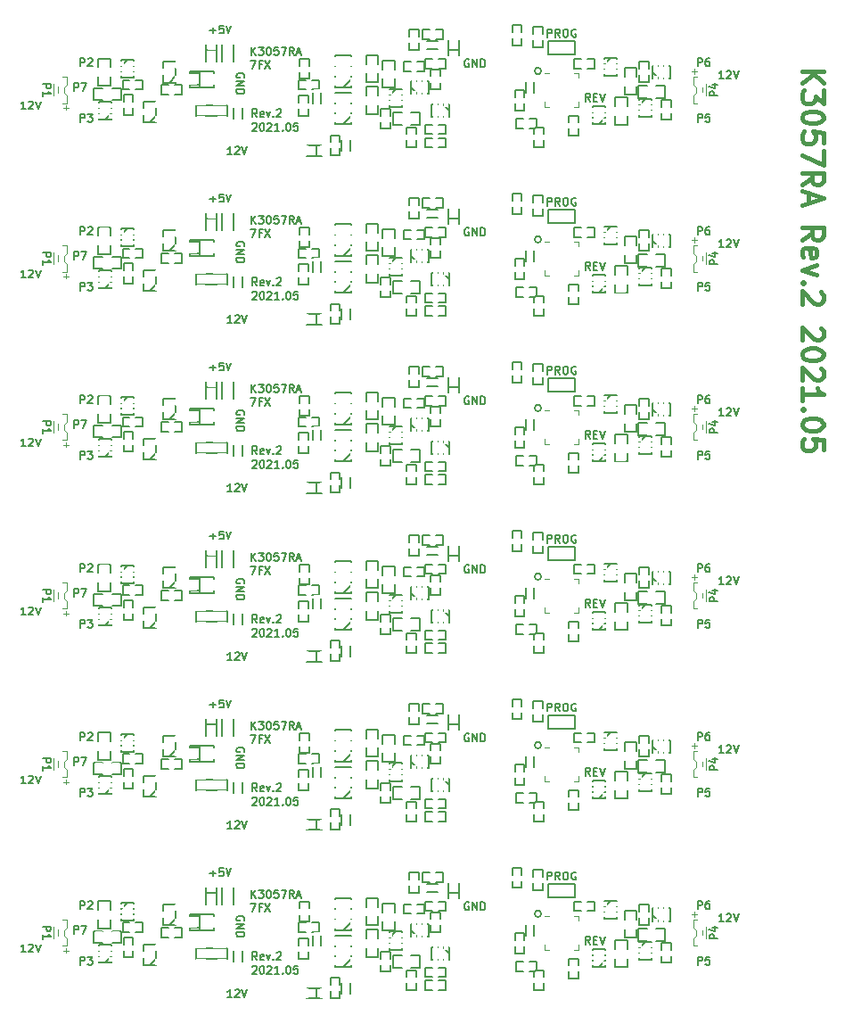
<source format=gto>
%TF.GenerationSoftware,KiCad,Pcbnew,(5.1.9)-1*%
%TF.CreationDate,2021-05-10T22:53:09+09:00*%
%TF.ProjectId,motordecoder2-K3057,6d6f746f-7264-4656-936f-646572322d4b,rev?*%
%TF.SameCoordinates,Original*%
%TF.FileFunction,Legend,Top*%
%TF.FilePolarity,Positive*%
%FSLAX46Y46*%
G04 Gerber Fmt 4.6, Leading zero omitted, Abs format (unit mm)*
G04 Created by KiCad (PCBNEW (5.1.9)-1) date 2021-05-10 22:53:09*
%MOMM*%
%LPD*%
G01*
G04 APERTURE LIST*
%ADD10C,0.400000*%
%ADD11C,0.180000*%
%ADD12C,0.150000*%
%ADD13C,0.200000*%
%ADD14C,0.120000*%
%ADD15C,0.100000*%
%ADD16C,2.100000*%
G04 APERTURE END LIST*
D10*
X182595238Y-38736190D02*
X184595238Y-38736190D01*
X182595238Y-39879047D02*
X183738095Y-39021904D01*
X184595238Y-39879047D02*
X183452380Y-38736190D01*
X184595238Y-40545714D02*
X184595238Y-41783809D01*
X183833333Y-41117142D01*
X183833333Y-41402857D01*
X183738095Y-41593333D01*
X183642857Y-41688571D01*
X183452380Y-41783809D01*
X182976190Y-41783809D01*
X182785714Y-41688571D01*
X182690476Y-41593333D01*
X182595238Y-41402857D01*
X182595238Y-40831428D01*
X182690476Y-40640952D01*
X182785714Y-40545714D01*
X184595238Y-43021904D02*
X184595238Y-43212380D01*
X184500000Y-43402857D01*
X184404761Y-43498095D01*
X184214285Y-43593333D01*
X183833333Y-43688571D01*
X183357142Y-43688571D01*
X182976190Y-43593333D01*
X182785714Y-43498095D01*
X182690476Y-43402857D01*
X182595238Y-43212380D01*
X182595238Y-43021904D01*
X182690476Y-42831428D01*
X182785714Y-42736190D01*
X182976190Y-42640952D01*
X183357142Y-42545714D01*
X183833333Y-42545714D01*
X184214285Y-42640952D01*
X184404761Y-42736190D01*
X184500000Y-42831428D01*
X184595238Y-43021904D01*
X184595238Y-45498095D02*
X184595238Y-44545714D01*
X183642857Y-44450476D01*
X183738095Y-44545714D01*
X183833333Y-44736190D01*
X183833333Y-45212380D01*
X183738095Y-45402857D01*
X183642857Y-45498095D01*
X183452380Y-45593333D01*
X182976190Y-45593333D01*
X182785714Y-45498095D01*
X182690476Y-45402857D01*
X182595238Y-45212380D01*
X182595238Y-44736190D01*
X182690476Y-44545714D01*
X182785714Y-44450476D01*
X184595238Y-46260000D02*
X184595238Y-47593333D01*
X182595238Y-46736190D01*
X182595238Y-49498095D02*
X183547619Y-48831428D01*
X182595238Y-48355238D02*
X184595238Y-48355238D01*
X184595238Y-49117142D01*
X184500000Y-49307619D01*
X184404761Y-49402857D01*
X184214285Y-49498095D01*
X183928571Y-49498095D01*
X183738095Y-49402857D01*
X183642857Y-49307619D01*
X183547619Y-49117142D01*
X183547619Y-48355238D01*
X183166666Y-50260000D02*
X183166666Y-51212380D01*
X182595238Y-50069523D02*
X184595238Y-50736190D01*
X182595238Y-51402857D01*
X182595238Y-54736190D02*
X183547619Y-54069523D01*
X182595238Y-53593333D02*
X184595238Y-53593333D01*
X184595238Y-54355238D01*
X184500000Y-54545714D01*
X184404761Y-54640952D01*
X184214285Y-54736190D01*
X183928571Y-54736190D01*
X183738095Y-54640952D01*
X183642857Y-54545714D01*
X183547619Y-54355238D01*
X183547619Y-53593333D01*
X182690476Y-56355238D02*
X182595238Y-56164761D01*
X182595238Y-55783809D01*
X182690476Y-55593333D01*
X182880952Y-55498095D01*
X183642857Y-55498095D01*
X183833333Y-55593333D01*
X183928571Y-55783809D01*
X183928571Y-56164761D01*
X183833333Y-56355238D01*
X183642857Y-56450476D01*
X183452380Y-56450476D01*
X183261904Y-55498095D01*
X183928571Y-57117142D02*
X182595238Y-57593333D01*
X183928571Y-58069523D01*
X182785714Y-58831428D02*
X182690476Y-58926666D01*
X182595238Y-58831428D01*
X182690476Y-58736190D01*
X182785714Y-58831428D01*
X182595238Y-58831428D01*
X184404761Y-59688571D02*
X184500000Y-59783809D01*
X184595238Y-59974285D01*
X184595238Y-60450476D01*
X184500000Y-60640952D01*
X184404761Y-60736190D01*
X184214285Y-60831428D01*
X184023809Y-60831428D01*
X183738095Y-60736190D01*
X182595238Y-59593333D01*
X182595238Y-60831428D01*
X184404761Y-63117142D02*
X184500000Y-63212380D01*
X184595238Y-63402857D01*
X184595238Y-63879047D01*
X184500000Y-64069523D01*
X184404761Y-64164761D01*
X184214285Y-64260000D01*
X184023809Y-64260000D01*
X183738095Y-64164761D01*
X182595238Y-63021904D01*
X182595238Y-64260000D01*
X184595238Y-65498095D02*
X184595238Y-65688571D01*
X184500000Y-65879047D01*
X184404761Y-65974285D01*
X184214285Y-66069523D01*
X183833333Y-66164761D01*
X183357142Y-66164761D01*
X182976190Y-66069523D01*
X182785714Y-65974285D01*
X182690476Y-65879047D01*
X182595238Y-65688571D01*
X182595238Y-65498095D01*
X182690476Y-65307619D01*
X182785714Y-65212380D01*
X182976190Y-65117142D01*
X183357142Y-65021904D01*
X183833333Y-65021904D01*
X184214285Y-65117142D01*
X184404761Y-65212380D01*
X184500000Y-65307619D01*
X184595238Y-65498095D01*
X184404761Y-66926666D02*
X184500000Y-67021904D01*
X184595238Y-67212380D01*
X184595238Y-67688571D01*
X184500000Y-67879047D01*
X184404761Y-67974285D01*
X184214285Y-68069523D01*
X184023809Y-68069523D01*
X183738095Y-67974285D01*
X182595238Y-66831428D01*
X182595238Y-68069523D01*
X182595238Y-69974285D02*
X182595238Y-68831428D01*
X182595238Y-69402857D02*
X184595238Y-69402857D01*
X184309523Y-69212380D01*
X184119047Y-69021904D01*
X184023809Y-68831428D01*
X182785714Y-70831428D02*
X182690476Y-70926666D01*
X182595238Y-70831428D01*
X182690476Y-70736190D01*
X182785714Y-70831428D01*
X182595238Y-70831428D01*
X184595238Y-72164761D02*
X184595238Y-72355238D01*
X184500000Y-72545714D01*
X184404761Y-72640952D01*
X184214285Y-72736190D01*
X183833333Y-72831428D01*
X183357142Y-72831428D01*
X182976190Y-72736190D01*
X182785714Y-72640952D01*
X182690476Y-72545714D01*
X182595238Y-72355238D01*
X182595238Y-72164761D01*
X182690476Y-71974285D01*
X182785714Y-71879047D01*
X182976190Y-71783809D01*
X183357142Y-71688571D01*
X183833333Y-71688571D01*
X184214285Y-71783809D01*
X184404761Y-71879047D01*
X184500000Y-71974285D01*
X184595238Y-72164761D01*
X184595238Y-74640952D02*
X184595238Y-73688571D01*
X183642857Y-73593333D01*
X183738095Y-73688571D01*
X183833333Y-73879047D01*
X183833333Y-74355238D01*
X183738095Y-74545714D01*
X183642857Y-74640952D01*
X183452380Y-74736190D01*
X182976190Y-74736190D01*
X182785714Y-74640952D01*
X182690476Y-74545714D01*
X182595238Y-74355238D01*
X182595238Y-73879047D01*
X182690476Y-73688571D01*
X182785714Y-73593333D01*
D11*
X158410714Y-115489285D02*
X158410714Y-114739285D01*
X158696428Y-114739285D01*
X158767857Y-114775000D01*
X158803571Y-114810714D01*
X158839285Y-114882142D01*
X158839285Y-114989285D01*
X158803571Y-115060714D01*
X158767857Y-115096428D01*
X158696428Y-115132142D01*
X158410714Y-115132142D01*
X159589285Y-115489285D02*
X159339285Y-115132142D01*
X159160714Y-115489285D02*
X159160714Y-114739285D01*
X159446428Y-114739285D01*
X159517857Y-114775000D01*
X159553571Y-114810714D01*
X159589285Y-114882142D01*
X159589285Y-114989285D01*
X159553571Y-115060714D01*
X159517857Y-115096428D01*
X159446428Y-115132142D01*
X159160714Y-115132142D01*
X160053571Y-114739285D02*
X160196428Y-114739285D01*
X160267857Y-114775000D01*
X160339285Y-114846428D01*
X160375000Y-114989285D01*
X160375000Y-115239285D01*
X160339285Y-115382142D01*
X160267857Y-115453571D01*
X160196428Y-115489285D01*
X160053571Y-115489285D01*
X159982142Y-115453571D01*
X159910714Y-115382142D01*
X159875000Y-115239285D01*
X159875000Y-114989285D01*
X159910714Y-114846428D01*
X159982142Y-114775000D01*
X160053571Y-114739285D01*
X161089285Y-114775000D02*
X161017857Y-114739285D01*
X160910714Y-114739285D01*
X160803571Y-114775000D01*
X160732142Y-114846428D01*
X160696428Y-114917857D01*
X160660714Y-115060714D01*
X160660714Y-115167857D01*
X160696428Y-115310714D01*
X160732142Y-115382142D01*
X160803571Y-115453571D01*
X160910714Y-115489285D01*
X160982142Y-115489285D01*
X161089285Y-115453571D01*
X161125000Y-115417857D01*
X161125000Y-115167857D01*
X160982142Y-115167857D01*
X158410714Y-99489285D02*
X158410714Y-98739285D01*
X158696428Y-98739285D01*
X158767857Y-98775000D01*
X158803571Y-98810714D01*
X158839285Y-98882142D01*
X158839285Y-98989285D01*
X158803571Y-99060714D01*
X158767857Y-99096428D01*
X158696428Y-99132142D01*
X158410714Y-99132142D01*
X159589285Y-99489285D02*
X159339285Y-99132142D01*
X159160714Y-99489285D02*
X159160714Y-98739285D01*
X159446428Y-98739285D01*
X159517857Y-98775000D01*
X159553571Y-98810714D01*
X159589285Y-98882142D01*
X159589285Y-98989285D01*
X159553571Y-99060714D01*
X159517857Y-99096428D01*
X159446428Y-99132142D01*
X159160714Y-99132142D01*
X160053571Y-98739285D02*
X160196428Y-98739285D01*
X160267857Y-98775000D01*
X160339285Y-98846428D01*
X160375000Y-98989285D01*
X160375000Y-99239285D01*
X160339285Y-99382142D01*
X160267857Y-99453571D01*
X160196428Y-99489285D01*
X160053571Y-99489285D01*
X159982142Y-99453571D01*
X159910714Y-99382142D01*
X159875000Y-99239285D01*
X159875000Y-98989285D01*
X159910714Y-98846428D01*
X159982142Y-98775000D01*
X160053571Y-98739285D01*
X161089285Y-98775000D02*
X161017857Y-98739285D01*
X160910714Y-98739285D01*
X160803571Y-98775000D01*
X160732142Y-98846428D01*
X160696428Y-98917857D01*
X160660714Y-99060714D01*
X160660714Y-99167857D01*
X160696428Y-99310714D01*
X160732142Y-99382142D01*
X160803571Y-99453571D01*
X160910714Y-99489285D01*
X160982142Y-99489285D01*
X161089285Y-99453571D01*
X161125000Y-99417857D01*
X161125000Y-99167857D01*
X160982142Y-99167857D01*
X158410714Y-83489285D02*
X158410714Y-82739285D01*
X158696428Y-82739285D01*
X158767857Y-82775000D01*
X158803571Y-82810714D01*
X158839285Y-82882142D01*
X158839285Y-82989285D01*
X158803571Y-83060714D01*
X158767857Y-83096428D01*
X158696428Y-83132142D01*
X158410714Y-83132142D01*
X159589285Y-83489285D02*
X159339285Y-83132142D01*
X159160714Y-83489285D02*
X159160714Y-82739285D01*
X159446428Y-82739285D01*
X159517857Y-82775000D01*
X159553571Y-82810714D01*
X159589285Y-82882142D01*
X159589285Y-82989285D01*
X159553571Y-83060714D01*
X159517857Y-83096428D01*
X159446428Y-83132142D01*
X159160714Y-83132142D01*
X160053571Y-82739285D02*
X160196428Y-82739285D01*
X160267857Y-82775000D01*
X160339285Y-82846428D01*
X160375000Y-82989285D01*
X160375000Y-83239285D01*
X160339285Y-83382142D01*
X160267857Y-83453571D01*
X160196428Y-83489285D01*
X160053571Y-83489285D01*
X159982142Y-83453571D01*
X159910714Y-83382142D01*
X159875000Y-83239285D01*
X159875000Y-82989285D01*
X159910714Y-82846428D01*
X159982142Y-82775000D01*
X160053571Y-82739285D01*
X161089285Y-82775000D02*
X161017857Y-82739285D01*
X160910714Y-82739285D01*
X160803571Y-82775000D01*
X160732142Y-82846428D01*
X160696428Y-82917857D01*
X160660714Y-83060714D01*
X160660714Y-83167857D01*
X160696428Y-83310714D01*
X160732142Y-83382142D01*
X160803571Y-83453571D01*
X160910714Y-83489285D01*
X160982142Y-83489285D01*
X161089285Y-83453571D01*
X161125000Y-83417857D01*
X161125000Y-83167857D01*
X160982142Y-83167857D01*
X158410714Y-67489285D02*
X158410714Y-66739285D01*
X158696428Y-66739285D01*
X158767857Y-66775000D01*
X158803571Y-66810714D01*
X158839285Y-66882142D01*
X158839285Y-66989285D01*
X158803571Y-67060714D01*
X158767857Y-67096428D01*
X158696428Y-67132142D01*
X158410714Y-67132142D01*
X159589285Y-67489285D02*
X159339285Y-67132142D01*
X159160714Y-67489285D02*
X159160714Y-66739285D01*
X159446428Y-66739285D01*
X159517857Y-66775000D01*
X159553571Y-66810714D01*
X159589285Y-66882142D01*
X159589285Y-66989285D01*
X159553571Y-67060714D01*
X159517857Y-67096428D01*
X159446428Y-67132142D01*
X159160714Y-67132142D01*
X160053571Y-66739285D02*
X160196428Y-66739285D01*
X160267857Y-66775000D01*
X160339285Y-66846428D01*
X160375000Y-66989285D01*
X160375000Y-67239285D01*
X160339285Y-67382142D01*
X160267857Y-67453571D01*
X160196428Y-67489285D01*
X160053571Y-67489285D01*
X159982142Y-67453571D01*
X159910714Y-67382142D01*
X159875000Y-67239285D01*
X159875000Y-66989285D01*
X159910714Y-66846428D01*
X159982142Y-66775000D01*
X160053571Y-66739285D01*
X161089285Y-66775000D02*
X161017857Y-66739285D01*
X160910714Y-66739285D01*
X160803571Y-66775000D01*
X160732142Y-66846428D01*
X160696428Y-66917857D01*
X160660714Y-67060714D01*
X160660714Y-67167857D01*
X160696428Y-67310714D01*
X160732142Y-67382142D01*
X160803571Y-67453571D01*
X160910714Y-67489285D01*
X160982142Y-67489285D01*
X161089285Y-67453571D01*
X161125000Y-67417857D01*
X161125000Y-67167857D01*
X160982142Y-67167857D01*
X158410714Y-51489285D02*
X158410714Y-50739285D01*
X158696428Y-50739285D01*
X158767857Y-50775000D01*
X158803571Y-50810714D01*
X158839285Y-50882142D01*
X158839285Y-50989285D01*
X158803571Y-51060714D01*
X158767857Y-51096428D01*
X158696428Y-51132142D01*
X158410714Y-51132142D01*
X159589285Y-51489285D02*
X159339285Y-51132142D01*
X159160714Y-51489285D02*
X159160714Y-50739285D01*
X159446428Y-50739285D01*
X159517857Y-50775000D01*
X159553571Y-50810714D01*
X159589285Y-50882142D01*
X159589285Y-50989285D01*
X159553571Y-51060714D01*
X159517857Y-51096428D01*
X159446428Y-51132142D01*
X159160714Y-51132142D01*
X160053571Y-50739285D02*
X160196428Y-50739285D01*
X160267857Y-50775000D01*
X160339285Y-50846428D01*
X160375000Y-50989285D01*
X160375000Y-51239285D01*
X160339285Y-51382142D01*
X160267857Y-51453571D01*
X160196428Y-51489285D01*
X160053571Y-51489285D01*
X159982142Y-51453571D01*
X159910714Y-51382142D01*
X159875000Y-51239285D01*
X159875000Y-50989285D01*
X159910714Y-50846428D01*
X159982142Y-50775000D01*
X160053571Y-50739285D01*
X161089285Y-50775000D02*
X161017857Y-50739285D01*
X160910714Y-50739285D01*
X160803571Y-50775000D01*
X160732142Y-50846428D01*
X160696428Y-50917857D01*
X160660714Y-51060714D01*
X160660714Y-51167857D01*
X160696428Y-51310714D01*
X160732142Y-51382142D01*
X160803571Y-51453571D01*
X160910714Y-51489285D01*
X160982142Y-51489285D01*
X161089285Y-51453571D01*
X161125000Y-51417857D01*
X161125000Y-51167857D01*
X160982142Y-51167857D01*
X172696428Y-123539285D02*
X172696428Y-122789285D01*
X172982142Y-122789285D01*
X173053571Y-122825000D01*
X173089285Y-122860714D01*
X173125000Y-122932142D01*
X173125000Y-123039285D01*
X173089285Y-123110714D01*
X173053571Y-123146428D01*
X172982142Y-123182142D01*
X172696428Y-123182142D01*
X173803571Y-122789285D02*
X173446428Y-122789285D01*
X173410714Y-123146428D01*
X173446428Y-123110714D01*
X173517857Y-123075000D01*
X173696428Y-123075000D01*
X173767857Y-123110714D01*
X173803571Y-123146428D01*
X173839285Y-123217857D01*
X173839285Y-123396428D01*
X173803571Y-123467857D01*
X173767857Y-123503571D01*
X173696428Y-123539285D01*
X173517857Y-123539285D01*
X173446428Y-123503571D01*
X173410714Y-123467857D01*
X172696428Y-107539285D02*
X172696428Y-106789285D01*
X172982142Y-106789285D01*
X173053571Y-106825000D01*
X173089285Y-106860714D01*
X173125000Y-106932142D01*
X173125000Y-107039285D01*
X173089285Y-107110714D01*
X173053571Y-107146428D01*
X172982142Y-107182142D01*
X172696428Y-107182142D01*
X173803571Y-106789285D02*
X173446428Y-106789285D01*
X173410714Y-107146428D01*
X173446428Y-107110714D01*
X173517857Y-107075000D01*
X173696428Y-107075000D01*
X173767857Y-107110714D01*
X173803571Y-107146428D01*
X173839285Y-107217857D01*
X173839285Y-107396428D01*
X173803571Y-107467857D01*
X173767857Y-107503571D01*
X173696428Y-107539285D01*
X173517857Y-107539285D01*
X173446428Y-107503571D01*
X173410714Y-107467857D01*
X172696428Y-91539285D02*
X172696428Y-90789285D01*
X172982142Y-90789285D01*
X173053571Y-90825000D01*
X173089285Y-90860714D01*
X173125000Y-90932142D01*
X173125000Y-91039285D01*
X173089285Y-91110714D01*
X173053571Y-91146428D01*
X172982142Y-91182142D01*
X172696428Y-91182142D01*
X173803571Y-90789285D02*
X173446428Y-90789285D01*
X173410714Y-91146428D01*
X173446428Y-91110714D01*
X173517857Y-91075000D01*
X173696428Y-91075000D01*
X173767857Y-91110714D01*
X173803571Y-91146428D01*
X173839285Y-91217857D01*
X173839285Y-91396428D01*
X173803571Y-91467857D01*
X173767857Y-91503571D01*
X173696428Y-91539285D01*
X173517857Y-91539285D01*
X173446428Y-91503571D01*
X173410714Y-91467857D01*
X172696428Y-75539285D02*
X172696428Y-74789285D01*
X172982142Y-74789285D01*
X173053571Y-74825000D01*
X173089285Y-74860714D01*
X173125000Y-74932142D01*
X173125000Y-75039285D01*
X173089285Y-75110714D01*
X173053571Y-75146428D01*
X172982142Y-75182142D01*
X172696428Y-75182142D01*
X173803571Y-74789285D02*
X173446428Y-74789285D01*
X173410714Y-75146428D01*
X173446428Y-75110714D01*
X173517857Y-75075000D01*
X173696428Y-75075000D01*
X173767857Y-75110714D01*
X173803571Y-75146428D01*
X173839285Y-75217857D01*
X173839285Y-75396428D01*
X173803571Y-75467857D01*
X173767857Y-75503571D01*
X173696428Y-75539285D01*
X173517857Y-75539285D01*
X173446428Y-75503571D01*
X173410714Y-75467857D01*
X172696428Y-59539285D02*
X172696428Y-58789285D01*
X172982142Y-58789285D01*
X173053571Y-58825000D01*
X173089285Y-58860714D01*
X173125000Y-58932142D01*
X173125000Y-59039285D01*
X173089285Y-59110714D01*
X173053571Y-59146428D01*
X172982142Y-59182142D01*
X172696428Y-59182142D01*
X173803571Y-58789285D02*
X173446428Y-58789285D01*
X173410714Y-59146428D01*
X173446428Y-59110714D01*
X173517857Y-59075000D01*
X173696428Y-59075000D01*
X173767857Y-59110714D01*
X173803571Y-59146428D01*
X173839285Y-59217857D01*
X173839285Y-59396428D01*
X173803571Y-59467857D01*
X173767857Y-59503571D01*
X173696428Y-59539285D01*
X173517857Y-59539285D01*
X173446428Y-59503571D01*
X173410714Y-59467857D01*
X130295571Y-117186785D02*
X130295571Y-116436785D01*
X130724142Y-117186785D02*
X130402714Y-116758214D01*
X130724142Y-116436785D02*
X130295571Y-116865357D01*
X130974142Y-116436785D02*
X131438428Y-116436785D01*
X131188428Y-116722500D01*
X131295571Y-116722500D01*
X131367000Y-116758214D01*
X131402714Y-116793928D01*
X131438428Y-116865357D01*
X131438428Y-117043928D01*
X131402714Y-117115357D01*
X131367000Y-117151071D01*
X131295571Y-117186785D01*
X131081285Y-117186785D01*
X131009857Y-117151071D01*
X130974142Y-117115357D01*
X131902714Y-116436785D02*
X131974142Y-116436785D01*
X132045571Y-116472500D01*
X132081285Y-116508214D01*
X132117000Y-116579642D01*
X132152714Y-116722500D01*
X132152714Y-116901071D01*
X132117000Y-117043928D01*
X132081285Y-117115357D01*
X132045571Y-117151071D01*
X131974142Y-117186785D01*
X131902714Y-117186785D01*
X131831285Y-117151071D01*
X131795571Y-117115357D01*
X131759857Y-117043928D01*
X131724142Y-116901071D01*
X131724142Y-116722500D01*
X131759857Y-116579642D01*
X131795571Y-116508214D01*
X131831285Y-116472500D01*
X131902714Y-116436785D01*
X132831285Y-116436785D02*
X132474142Y-116436785D01*
X132438428Y-116793928D01*
X132474142Y-116758214D01*
X132545571Y-116722500D01*
X132724142Y-116722500D01*
X132795571Y-116758214D01*
X132831285Y-116793928D01*
X132867000Y-116865357D01*
X132867000Y-117043928D01*
X132831285Y-117115357D01*
X132795571Y-117151071D01*
X132724142Y-117186785D01*
X132545571Y-117186785D01*
X132474142Y-117151071D01*
X132438428Y-117115357D01*
X133117000Y-116436785D02*
X133617000Y-116436785D01*
X133295571Y-117186785D01*
X134331285Y-117186785D02*
X134081285Y-116829642D01*
X133902714Y-117186785D02*
X133902714Y-116436785D01*
X134188428Y-116436785D01*
X134259857Y-116472500D01*
X134295571Y-116508214D01*
X134331285Y-116579642D01*
X134331285Y-116686785D01*
X134295571Y-116758214D01*
X134259857Y-116793928D01*
X134188428Y-116829642D01*
X133902714Y-116829642D01*
X134617000Y-116972500D02*
X134974142Y-116972500D01*
X134545571Y-117186785D02*
X134795571Y-116436785D01*
X135045571Y-117186785D01*
X130224142Y-117741785D02*
X130724142Y-117741785D01*
X130402714Y-118491785D01*
X131259857Y-118098928D02*
X131009857Y-118098928D01*
X131009857Y-118491785D02*
X131009857Y-117741785D01*
X131367000Y-117741785D01*
X131581285Y-117741785D02*
X132081285Y-118491785D01*
X132081285Y-117741785D02*
X131581285Y-118491785D01*
X130295571Y-101186785D02*
X130295571Y-100436785D01*
X130724142Y-101186785D02*
X130402714Y-100758214D01*
X130724142Y-100436785D02*
X130295571Y-100865357D01*
X130974142Y-100436785D02*
X131438428Y-100436785D01*
X131188428Y-100722500D01*
X131295571Y-100722500D01*
X131367000Y-100758214D01*
X131402714Y-100793928D01*
X131438428Y-100865357D01*
X131438428Y-101043928D01*
X131402714Y-101115357D01*
X131367000Y-101151071D01*
X131295571Y-101186785D01*
X131081285Y-101186785D01*
X131009857Y-101151071D01*
X130974142Y-101115357D01*
X131902714Y-100436785D02*
X131974142Y-100436785D01*
X132045571Y-100472500D01*
X132081285Y-100508214D01*
X132117000Y-100579642D01*
X132152714Y-100722500D01*
X132152714Y-100901071D01*
X132117000Y-101043928D01*
X132081285Y-101115357D01*
X132045571Y-101151071D01*
X131974142Y-101186785D01*
X131902714Y-101186785D01*
X131831285Y-101151071D01*
X131795571Y-101115357D01*
X131759857Y-101043928D01*
X131724142Y-100901071D01*
X131724142Y-100722500D01*
X131759857Y-100579642D01*
X131795571Y-100508214D01*
X131831285Y-100472500D01*
X131902714Y-100436785D01*
X132831285Y-100436785D02*
X132474142Y-100436785D01*
X132438428Y-100793928D01*
X132474142Y-100758214D01*
X132545571Y-100722500D01*
X132724142Y-100722500D01*
X132795571Y-100758214D01*
X132831285Y-100793928D01*
X132867000Y-100865357D01*
X132867000Y-101043928D01*
X132831285Y-101115357D01*
X132795571Y-101151071D01*
X132724142Y-101186785D01*
X132545571Y-101186785D01*
X132474142Y-101151071D01*
X132438428Y-101115357D01*
X133117000Y-100436785D02*
X133617000Y-100436785D01*
X133295571Y-101186785D01*
X134331285Y-101186785D02*
X134081285Y-100829642D01*
X133902714Y-101186785D02*
X133902714Y-100436785D01*
X134188428Y-100436785D01*
X134259857Y-100472500D01*
X134295571Y-100508214D01*
X134331285Y-100579642D01*
X134331285Y-100686785D01*
X134295571Y-100758214D01*
X134259857Y-100793928D01*
X134188428Y-100829642D01*
X133902714Y-100829642D01*
X134617000Y-100972500D02*
X134974142Y-100972500D01*
X134545571Y-101186785D02*
X134795571Y-100436785D01*
X135045571Y-101186785D01*
X130224142Y-101741785D02*
X130724142Y-101741785D01*
X130402714Y-102491785D01*
X131259857Y-102098928D02*
X131009857Y-102098928D01*
X131009857Y-102491785D02*
X131009857Y-101741785D01*
X131367000Y-101741785D01*
X131581285Y-101741785D02*
X132081285Y-102491785D01*
X132081285Y-101741785D02*
X131581285Y-102491785D01*
X130295571Y-85186785D02*
X130295571Y-84436785D01*
X130724142Y-85186785D02*
X130402714Y-84758214D01*
X130724142Y-84436785D02*
X130295571Y-84865357D01*
X130974142Y-84436785D02*
X131438428Y-84436785D01*
X131188428Y-84722500D01*
X131295571Y-84722500D01*
X131367000Y-84758214D01*
X131402714Y-84793928D01*
X131438428Y-84865357D01*
X131438428Y-85043928D01*
X131402714Y-85115357D01*
X131367000Y-85151071D01*
X131295571Y-85186785D01*
X131081285Y-85186785D01*
X131009857Y-85151071D01*
X130974142Y-85115357D01*
X131902714Y-84436785D02*
X131974142Y-84436785D01*
X132045571Y-84472500D01*
X132081285Y-84508214D01*
X132117000Y-84579642D01*
X132152714Y-84722500D01*
X132152714Y-84901071D01*
X132117000Y-85043928D01*
X132081285Y-85115357D01*
X132045571Y-85151071D01*
X131974142Y-85186785D01*
X131902714Y-85186785D01*
X131831285Y-85151071D01*
X131795571Y-85115357D01*
X131759857Y-85043928D01*
X131724142Y-84901071D01*
X131724142Y-84722500D01*
X131759857Y-84579642D01*
X131795571Y-84508214D01*
X131831285Y-84472500D01*
X131902714Y-84436785D01*
X132831285Y-84436785D02*
X132474142Y-84436785D01*
X132438428Y-84793928D01*
X132474142Y-84758214D01*
X132545571Y-84722500D01*
X132724142Y-84722500D01*
X132795571Y-84758214D01*
X132831285Y-84793928D01*
X132867000Y-84865357D01*
X132867000Y-85043928D01*
X132831285Y-85115357D01*
X132795571Y-85151071D01*
X132724142Y-85186785D01*
X132545571Y-85186785D01*
X132474142Y-85151071D01*
X132438428Y-85115357D01*
X133117000Y-84436785D02*
X133617000Y-84436785D01*
X133295571Y-85186785D01*
X134331285Y-85186785D02*
X134081285Y-84829642D01*
X133902714Y-85186785D02*
X133902714Y-84436785D01*
X134188428Y-84436785D01*
X134259857Y-84472500D01*
X134295571Y-84508214D01*
X134331285Y-84579642D01*
X134331285Y-84686785D01*
X134295571Y-84758214D01*
X134259857Y-84793928D01*
X134188428Y-84829642D01*
X133902714Y-84829642D01*
X134617000Y-84972500D02*
X134974142Y-84972500D01*
X134545571Y-85186785D02*
X134795571Y-84436785D01*
X135045571Y-85186785D01*
X130224142Y-85741785D02*
X130724142Y-85741785D01*
X130402714Y-86491785D01*
X131259857Y-86098928D02*
X131009857Y-86098928D01*
X131009857Y-86491785D02*
X131009857Y-85741785D01*
X131367000Y-85741785D01*
X131581285Y-85741785D02*
X132081285Y-86491785D01*
X132081285Y-85741785D02*
X131581285Y-86491785D01*
X130295571Y-69186785D02*
X130295571Y-68436785D01*
X130724142Y-69186785D02*
X130402714Y-68758214D01*
X130724142Y-68436785D02*
X130295571Y-68865357D01*
X130974142Y-68436785D02*
X131438428Y-68436785D01*
X131188428Y-68722500D01*
X131295571Y-68722500D01*
X131367000Y-68758214D01*
X131402714Y-68793928D01*
X131438428Y-68865357D01*
X131438428Y-69043928D01*
X131402714Y-69115357D01*
X131367000Y-69151071D01*
X131295571Y-69186785D01*
X131081285Y-69186785D01*
X131009857Y-69151071D01*
X130974142Y-69115357D01*
X131902714Y-68436785D02*
X131974142Y-68436785D01*
X132045571Y-68472500D01*
X132081285Y-68508214D01*
X132117000Y-68579642D01*
X132152714Y-68722500D01*
X132152714Y-68901071D01*
X132117000Y-69043928D01*
X132081285Y-69115357D01*
X132045571Y-69151071D01*
X131974142Y-69186785D01*
X131902714Y-69186785D01*
X131831285Y-69151071D01*
X131795571Y-69115357D01*
X131759857Y-69043928D01*
X131724142Y-68901071D01*
X131724142Y-68722500D01*
X131759857Y-68579642D01*
X131795571Y-68508214D01*
X131831285Y-68472500D01*
X131902714Y-68436785D01*
X132831285Y-68436785D02*
X132474142Y-68436785D01*
X132438428Y-68793928D01*
X132474142Y-68758214D01*
X132545571Y-68722500D01*
X132724142Y-68722500D01*
X132795571Y-68758214D01*
X132831285Y-68793928D01*
X132867000Y-68865357D01*
X132867000Y-69043928D01*
X132831285Y-69115357D01*
X132795571Y-69151071D01*
X132724142Y-69186785D01*
X132545571Y-69186785D01*
X132474142Y-69151071D01*
X132438428Y-69115357D01*
X133117000Y-68436785D02*
X133617000Y-68436785D01*
X133295571Y-69186785D01*
X134331285Y-69186785D02*
X134081285Y-68829642D01*
X133902714Y-69186785D02*
X133902714Y-68436785D01*
X134188428Y-68436785D01*
X134259857Y-68472500D01*
X134295571Y-68508214D01*
X134331285Y-68579642D01*
X134331285Y-68686785D01*
X134295571Y-68758214D01*
X134259857Y-68793928D01*
X134188428Y-68829642D01*
X133902714Y-68829642D01*
X134617000Y-68972500D02*
X134974142Y-68972500D01*
X134545571Y-69186785D02*
X134795571Y-68436785D01*
X135045571Y-69186785D01*
X130224142Y-69741785D02*
X130724142Y-69741785D01*
X130402714Y-70491785D01*
X131259857Y-70098928D02*
X131009857Y-70098928D01*
X131009857Y-70491785D02*
X131009857Y-69741785D01*
X131367000Y-69741785D01*
X131581285Y-69741785D02*
X132081285Y-70491785D01*
X132081285Y-69741785D02*
X131581285Y-70491785D01*
X130295571Y-53186785D02*
X130295571Y-52436785D01*
X130724142Y-53186785D02*
X130402714Y-52758214D01*
X130724142Y-52436785D02*
X130295571Y-52865357D01*
X130974142Y-52436785D02*
X131438428Y-52436785D01*
X131188428Y-52722500D01*
X131295571Y-52722500D01*
X131367000Y-52758214D01*
X131402714Y-52793928D01*
X131438428Y-52865357D01*
X131438428Y-53043928D01*
X131402714Y-53115357D01*
X131367000Y-53151071D01*
X131295571Y-53186785D01*
X131081285Y-53186785D01*
X131009857Y-53151071D01*
X130974142Y-53115357D01*
X131902714Y-52436785D02*
X131974142Y-52436785D01*
X132045571Y-52472500D01*
X132081285Y-52508214D01*
X132117000Y-52579642D01*
X132152714Y-52722500D01*
X132152714Y-52901071D01*
X132117000Y-53043928D01*
X132081285Y-53115357D01*
X132045571Y-53151071D01*
X131974142Y-53186785D01*
X131902714Y-53186785D01*
X131831285Y-53151071D01*
X131795571Y-53115357D01*
X131759857Y-53043928D01*
X131724142Y-52901071D01*
X131724142Y-52722500D01*
X131759857Y-52579642D01*
X131795571Y-52508214D01*
X131831285Y-52472500D01*
X131902714Y-52436785D01*
X132831285Y-52436785D02*
X132474142Y-52436785D01*
X132438428Y-52793928D01*
X132474142Y-52758214D01*
X132545571Y-52722500D01*
X132724142Y-52722500D01*
X132795571Y-52758214D01*
X132831285Y-52793928D01*
X132867000Y-52865357D01*
X132867000Y-53043928D01*
X132831285Y-53115357D01*
X132795571Y-53151071D01*
X132724142Y-53186785D01*
X132545571Y-53186785D01*
X132474142Y-53151071D01*
X132438428Y-53115357D01*
X133117000Y-52436785D02*
X133617000Y-52436785D01*
X133295571Y-53186785D01*
X134331285Y-53186785D02*
X134081285Y-52829642D01*
X133902714Y-53186785D02*
X133902714Y-52436785D01*
X134188428Y-52436785D01*
X134259857Y-52472500D01*
X134295571Y-52508214D01*
X134331285Y-52579642D01*
X134331285Y-52686785D01*
X134295571Y-52758214D01*
X134259857Y-52793928D01*
X134188428Y-52829642D01*
X133902714Y-52829642D01*
X134617000Y-52972500D02*
X134974142Y-52972500D01*
X134545571Y-53186785D02*
X134795571Y-52436785D01*
X135045571Y-53186785D01*
X130224142Y-53741785D02*
X130724142Y-53741785D01*
X130402714Y-54491785D01*
X131259857Y-54098928D02*
X131009857Y-54098928D01*
X131009857Y-54491785D02*
X131009857Y-53741785D01*
X131367000Y-53741785D01*
X131581285Y-53741785D02*
X132081285Y-54491785D01*
X132081285Y-53741785D02*
X131581285Y-54491785D01*
X108835714Y-122339285D02*
X108407142Y-122339285D01*
X108621428Y-122339285D02*
X108621428Y-121589285D01*
X108550000Y-121696428D01*
X108478571Y-121767857D01*
X108407142Y-121803571D01*
X109121428Y-121660714D02*
X109157142Y-121625000D01*
X109228571Y-121589285D01*
X109407142Y-121589285D01*
X109478571Y-121625000D01*
X109514285Y-121660714D01*
X109550000Y-121732142D01*
X109550000Y-121803571D01*
X109514285Y-121910714D01*
X109085714Y-122339285D01*
X109550000Y-122339285D01*
X109764285Y-121589285D02*
X110014285Y-122339285D01*
X110264285Y-121589285D01*
X108835714Y-106339285D02*
X108407142Y-106339285D01*
X108621428Y-106339285D02*
X108621428Y-105589285D01*
X108550000Y-105696428D01*
X108478571Y-105767857D01*
X108407142Y-105803571D01*
X109121428Y-105660714D02*
X109157142Y-105625000D01*
X109228571Y-105589285D01*
X109407142Y-105589285D01*
X109478571Y-105625000D01*
X109514285Y-105660714D01*
X109550000Y-105732142D01*
X109550000Y-105803571D01*
X109514285Y-105910714D01*
X109085714Y-106339285D01*
X109550000Y-106339285D01*
X109764285Y-105589285D02*
X110014285Y-106339285D01*
X110264285Y-105589285D01*
X108835714Y-90339285D02*
X108407142Y-90339285D01*
X108621428Y-90339285D02*
X108621428Y-89589285D01*
X108550000Y-89696428D01*
X108478571Y-89767857D01*
X108407142Y-89803571D01*
X109121428Y-89660714D02*
X109157142Y-89625000D01*
X109228571Y-89589285D01*
X109407142Y-89589285D01*
X109478571Y-89625000D01*
X109514285Y-89660714D01*
X109550000Y-89732142D01*
X109550000Y-89803571D01*
X109514285Y-89910714D01*
X109085714Y-90339285D01*
X109550000Y-90339285D01*
X109764285Y-89589285D02*
X110014285Y-90339285D01*
X110264285Y-89589285D01*
X108835714Y-74339285D02*
X108407142Y-74339285D01*
X108621428Y-74339285D02*
X108621428Y-73589285D01*
X108550000Y-73696428D01*
X108478571Y-73767857D01*
X108407142Y-73803571D01*
X109121428Y-73660714D02*
X109157142Y-73625000D01*
X109228571Y-73589285D01*
X109407142Y-73589285D01*
X109478571Y-73625000D01*
X109514285Y-73660714D01*
X109550000Y-73732142D01*
X109550000Y-73803571D01*
X109514285Y-73910714D01*
X109085714Y-74339285D01*
X109550000Y-74339285D01*
X109764285Y-73589285D02*
X110014285Y-74339285D01*
X110264285Y-73589285D01*
X108835714Y-58339285D02*
X108407142Y-58339285D01*
X108621428Y-58339285D02*
X108621428Y-57589285D01*
X108550000Y-57696428D01*
X108478571Y-57767857D01*
X108407142Y-57803571D01*
X109121428Y-57660714D02*
X109157142Y-57625000D01*
X109228571Y-57589285D01*
X109407142Y-57589285D01*
X109478571Y-57625000D01*
X109514285Y-57660714D01*
X109550000Y-57732142D01*
X109550000Y-57803571D01*
X109514285Y-57910714D01*
X109085714Y-58339285D01*
X109550000Y-58339285D01*
X109764285Y-57589285D02*
X110014285Y-58339285D01*
X110264285Y-57589285D01*
X130824142Y-123086785D02*
X130574142Y-122729642D01*
X130395571Y-123086785D02*
X130395571Y-122336785D01*
X130681285Y-122336785D01*
X130752714Y-122372500D01*
X130788428Y-122408214D01*
X130824142Y-122479642D01*
X130824142Y-122586785D01*
X130788428Y-122658214D01*
X130752714Y-122693928D01*
X130681285Y-122729642D01*
X130395571Y-122729642D01*
X131431285Y-123051071D02*
X131359857Y-123086785D01*
X131217000Y-123086785D01*
X131145571Y-123051071D01*
X131109857Y-122979642D01*
X131109857Y-122693928D01*
X131145571Y-122622500D01*
X131217000Y-122586785D01*
X131359857Y-122586785D01*
X131431285Y-122622500D01*
X131467000Y-122693928D01*
X131467000Y-122765357D01*
X131109857Y-122836785D01*
X131717000Y-122586785D02*
X131895571Y-123086785D01*
X132074142Y-122586785D01*
X132359857Y-123015357D02*
X132395571Y-123051071D01*
X132359857Y-123086785D01*
X132324142Y-123051071D01*
X132359857Y-123015357D01*
X132359857Y-123086785D01*
X132681285Y-122408214D02*
X132717000Y-122372500D01*
X132788428Y-122336785D01*
X132967000Y-122336785D01*
X133038428Y-122372500D01*
X133074142Y-122408214D01*
X133109857Y-122479642D01*
X133109857Y-122551071D01*
X133074142Y-122658214D01*
X132645571Y-123086785D01*
X133109857Y-123086785D01*
X130359857Y-123713214D02*
X130395571Y-123677500D01*
X130467000Y-123641785D01*
X130645571Y-123641785D01*
X130717000Y-123677500D01*
X130752714Y-123713214D01*
X130788428Y-123784642D01*
X130788428Y-123856071D01*
X130752714Y-123963214D01*
X130324142Y-124391785D01*
X130788428Y-124391785D01*
X131252714Y-123641785D02*
X131324142Y-123641785D01*
X131395571Y-123677500D01*
X131431285Y-123713214D01*
X131467000Y-123784642D01*
X131502714Y-123927500D01*
X131502714Y-124106071D01*
X131467000Y-124248928D01*
X131431285Y-124320357D01*
X131395571Y-124356071D01*
X131324142Y-124391785D01*
X131252714Y-124391785D01*
X131181285Y-124356071D01*
X131145571Y-124320357D01*
X131109857Y-124248928D01*
X131074142Y-124106071D01*
X131074142Y-123927500D01*
X131109857Y-123784642D01*
X131145571Y-123713214D01*
X131181285Y-123677500D01*
X131252714Y-123641785D01*
X131788428Y-123713214D02*
X131824142Y-123677500D01*
X131895571Y-123641785D01*
X132074142Y-123641785D01*
X132145571Y-123677500D01*
X132181285Y-123713214D01*
X132217000Y-123784642D01*
X132217000Y-123856071D01*
X132181285Y-123963214D01*
X131752714Y-124391785D01*
X132217000Y-124391785D01*
X132931285Y-124391785D02*
X132502714Y-124391785D01*
X132717000Y-124391785D02*
X132717000Y-123641785D01*
X132645571Y-123748928D01*
X132574142Y-123820357D01*
X132502714Y-123856071D01*
X133252714Y-124320357D02*
X133288428Y-124356071D01*
X133252714Y-124391785D01*
X133217000Y-124356071D01*
X133252714Y-124320357D01*
X133252714Y-124391785D01*
X133752714Y-123641785D02*
X133824142Y-123641785D01*
X133895571Y-123677500D01*
X133931285Y-123713214D01*
X133967000Y-123784642D01*
X134002714Y-123927500D01*
X134002714Y-124106071D01*
X133967000Y-124248928D01*
X133931285Y-124320357D01*
X133895571Y-124356071D01*
X133824142Y-124391785D01*
X133752714Y-124391785D01*
X133681285Y-124356071D01*
X133645571Y-124320357D01*
X133609857Y-124248928D01*
X133574142Y-124106071D01*
X133574142Y-123927500D01*
X133609857Y-123784642D01*
X133645571Y-123713214D01*
X133681285Y-123677500D01*
X133752714Y-123641785D01*
X134681285Y-123641785D02*
X134324142Y-123641785D01*
X134288428Y-123998928D01*
X134324142Y-123963214D01*
X134395571Y-123927500D01*
X134574142Y-123927500D01*
X134645571Y-123963214D01*
X134681285Y-123998928D01*
X134717000Y-124070357D01*
X134717000Y-124248928D01*
X134681285Y-124320357D01*
X134645571Y-124356071D01*
X134574142Y-124391785D01*
X134395571Y-124391785D01*
X134324142Y-124356071D01*
X134288428Y-124320357D01*
X130824142Y-107086785D02*
X130574142Y-106729642D01*
X130395571Y-107086785D02*
X130395571Y-106336785D01*
X130681285Y-106336785D01*
X130752714Y-106372500D01*
X130788428Y-106408214D01*
X130824142Y-106479642D01*
X130824142Y-106586785D01*
X130788428Y-106658214D01*
X130752714Y-106693928D01*
X130681285Y-106729642D01*
X130395571Y-106729642D01*
X131431285Y-107051071D02*
X131359857Y-107086785D01*
X131217000Y-107086785D01*
X131145571Y-107051071D01*
X131109857Y-106979642D01*
X131109857Y-106693928D01*
X131145571Y-106622500D01*
X131217000Y-106586785D01*
X131359857Y-106586785D01*
X131431285Y-106622500D01*
X131467000Y-106693928D01*
X131467000Y-106765357D01*
X131109857Y-106836785D01*
X131717000Y-106586785D02*
X131895571Y-107086785D01*
X132074142Y-106586785D01*
X132359857Y-107015357D02*
X132395571Y-107051071D01*
X132359857Y-107086785D01*
X132324142Y-107051071D01*
X132359857Y-107015357D01*
X132359857Y-107086785D01*
X132681285Y-106408214D02*
X132717000Y-106372500D01*
X132788428Y-106336785D01*
X132967000Y-106336785D01*
X133038428Y-106372500D01*
X133074142Y-106408214D01*
X133109857Y-106479642D01*
X133109857Y-106551071D01*
X133074142Y-106658214D01*
X132645571Y-107086785D01*
X133109857Y-107086785D01*
X130359857Y-107713214D02*
X130395571Y-107677500D01*
X130467000Y-107641785D01*
X130645571Y-107641785D01*
X130717000Y-107677500D01*
X130752714Y-107713214D01*
X130788428Y-107784642D01*
X130788428Y-107856071D01*
X130752714Y-107963214D01*
X130324142Y-108391785D01*
X130788428Y-108391785D01*
X131252714Y-107641785D02*
X131324142Y-107641785D01*
X131395571Y-107677500D01*
X131431285Y-107713214D01*
X131467000Y-107784642D01*
X131502714Y-107927500D01*
X131502714Y-108106071D01*
X131467000Y-108248928D01*
X131431285Y-108320357D01*
X131395571Y-108356071D01*
X131324142Y-108391785D01*
X131252714Y-108391785D01*
X131181285Y-108356071D01*
X131145571Y-108320357D01*
X131109857Y-108248928D01*
X131074142Y-108106071D01*
X131074142Y-107927500D01*
X131109857Y-107784642D01*
X131145571Y-107713214D01*
X131181285Y-107677500D01*
X131252714Y-107641785D01*
X131788428Y-107713214D02*
X131824142Y-107677500D01*
X131895571Y-107641785D01*
X132074142Y-107641785D01*
X132145571Y-107677500D01*
X132181285Y-107713214D01*
X132217000Y-107784642D01*
X132217000Y-107856071D01*
X132181285Y-107963214D01*
X131752714Y-108391785D01*
X132217000Y-108391785D01*
X132931285Y-108391785D02*
X132502714Y-108391785D01*
X132717000Y-108391785D02*
X132717000Y-107641785D01*
X132645571Y-107748928D01*
X132574142Y-107820357D01*
X132502714Y-107856071D01*
X133252714Y-108320357D02*
X133288428Y-108356071D01*
X133252714Y-108391785D01*
X133217000Y-108356071D01*
X133252714Y-108320357D01*
X133252714Y-108391785D01*
X133752714Y-107641785D02*
X133824142Y-107641785D01*
X133895571Y-107677500D01*
X133931285Y-107713214D01*
X133967000Y-107784642D01*
X134002714Y-107927500D01*
X134002714Y-108106071D01*
X133967000Y-108248928D01*
X133931285Y-108320357D01*
X133895571Y-108356071D01*
X133824142Y-108391785D01*
X133752714Y-108391785D01*
X133681285Y-108356071D01*
X133645571Y-108320357D01*
X133609857Y-108248928D01*
X133574142Y-108106071D01*
X133574142Y-107927500D01*
X133609857Y-107784642D01*
X133645571Y-107713214D01*
X133681285Y-107677500D01*
X133752714Y-107641785D01*
X134681285Y-107641785D02*
X134324142Y-107641785D01*
X134288428Y-107998928D01*
X134324142Y-107963214D01*
X134395571Y-107927500D01*
X134574142Y-107927500D01*
X134645571Y-107963214D01*
X134681285Y-107998928D01*
X134717000Y-108070357D01*
X134717000Y-108248928D01*
X134681285Y-108320357D01*
X134645571Y-108356071D01*
X134574142Y-108391785D01*
X134395571Y-108391785D01*
X134324142Y-108356071D01*
X134288428Y-108320357D01*
X130824142Y-91086785D02*
X130574142Y-90729642D01*
X130395571Y-91086785D02*
X130395571Y-90336785D01*
X130681285Y-90336785D01*
X130752714Y-90372500D01*
X130788428Y-90408214D01*
X130824142Y-90479642D01*
X130824142Y-90586785D01*
X130788428Y-90658214D01*
X130752714Y-90693928D01*
X130681285Y-90729642D01*
X130395571Y-90729642D01*
X131431285Y-91051071D02*
X131359857Y-91086785D01*
X131217000Y-91086785D01*
X131145571Y-91051071D01*
X131109857Y-90979642D01*
X131109857Y-90693928D01*
X131145571Y-90622500D01*
X131217000Y-90586785D01*
X131359857Y-90586785D01*
X131431285Y-90622500D01*
X131467000Y-90693928D01*
X131467000Y-90765357D01*
X131109857Y-90836785D01*
X131717000Y-90586785D02*
X131895571Y-91086785D01*
X132074142Y-90586785D01*
X132359857Y-91015357D02*
X132395571Y-91051071D01*
X132359857Y-91086785D01*
X132324142Y-91051071D01*
X132359857Y-91015357D01*
X132359857Y-91086785D01*
X132681285Y-90408214D02*
X132717000Y-90372500D01*
X132788428Y-90336785D01*
X132967000Y-90336785D01*
X133038428Y-90372500D01*
X133074142Y-90408214D01*
X133109857Y-90479642D01*
X133109857Y-90551071D01*
X133074142Y-90658214D01*
X132645571Y-91086785D01*
X133109857Y-91086785D01*
X130359857Y-91713214D02*
X130395571Y-91677500D01*
X130467000Y-91641785D01*
X130645571Y-91641785D01*
X130717000Y-91677500D01*
X130752714Y-91713214D01*
X130788428Y-91784642D01*
X130788428Y-91856071D01*
X130752714Y-91963214D01*
X130324142Y-92391785D01*
X130788428Y-92391785D01*
X131252714Y-91641785D02*
X131324142Y-91641785D01*
X131395571Y-91677500D01*
X131431285Y-91713214D01*
X131467000Y-91784642D01*
X131502714Y-91927500D01*
X131502714Y-92106071D01*
X131467000Y-92248928D01*
X131431285Y-92320357D01*
X131395571Y-92356071D01*
X131324142Y-92391785D01*
X131252714Y-92391785D01*
X131181285Y-92356071D01*
X131145571Y-92320357D01*
X131109857Y-92248928D01*
X131074142Y-92106071D01*
X131074142Y-91927500D01*
X131109857Y-91784642D01*
X131145571Y-91713214D01*
X131181285Y-91677500D01*
X131252714Y-91641785D01*
X131788428Y-91713214D02*
X131824142Y-91677500D01*
X131895571Y-91641785D01*
X132074142Y-91641785D01*
X132145571Y-91677500D01*
X132181285Y-91713214D01*
X132217000Y-91784642D01*
X132217000Y-91856071D01*
X132181285Y-91963214D01*
X131752714Y-92391785D01*
X132217000Y-92391785D01*
X132931285Y-92391785D02*
X132502714Y-92391785D01*
X132717000Y-92391785D02*
X132717000Y-91641785D01*
X132645571Y-91748928D01*
X132574142Y-91820357D01*
X132502714Y-91856071D01*
X133252714Y-92320357D02*
X133288428Y-92356071D01*
X133252714Y-92391785D01*
X133217000Y-92356071D01*
X133252714Y-92320357D01*
X133252714Y-92391785D01*
X133752714Y-91641785D02*
X133824142Y-91641785D01*
X133895571Y-91677500D01*
X133931285Y-91713214D01*
X133967000Y-91784642D01*
X134002714Y-91927500D01*
X134002714Y-92106071D01*
X133967000Y-92248928D01*
X133931285Y-92320357D01*
X133895571Y-92356071D01*
X133824142Y-92391785D01*
X133752714Y-92391785D01*
X133681285Y-92356071D01*
X133645571Y-92320357D01*
X133609857Y-92248928D01*
X133574142Y-92106071D01*
X133574142Y-91927500D01*
X133609857Y-91784642D01*
X133645571Y-91713214D01*
X133681285Y-91677500D01*
X133752714Y-91641785D01*
X134681285Y-91641785D02*
X134324142Y-91641785D01*
X134288428Y-91998928D01*
X134324142Y-91963214D01*
X134395571Y-91927500D01*
X134574142Y-91927500D01*
X134645571Y-91963214D01*
X134681285Y-91998928D01*
X134717000Y-92070357D01*
X134717000Y-92248928D01*
X134681285Y-92320357D01*
X134645571Y-92356071D01*
X134574142Y-92391785D01*
X134395571Y-92391785D01*
X134324142Y-92356071D01*
X134288428Y-92320357D01*
X130824142Y-75086785D02*
X130574142Y-74729642D01*
X130395571Y-75086785D02*
X130395571Y-74336785D01*
X130681285Y-74336785D01*
X130752714Y-74372500D01*
X130788428Y-74408214D01*
X130824142Y-74479642D01*
X130824142Y-74586785D01*
X130788428Y-74658214D01*
X130752714Y-74693928D01*
X130681285Y-74729642D01*
X130395571Y-74729642D01*
X131431285Y-75051071D02*
X131359857Y-75086785D01*
X131217000Y-75086785D01*
X131145571Y-75051071D01*
X131109857Y-74979642D01*
X131109857Y-74693928D01*
X131145571Y-74622500D01*
X131217000Y-74586785D01*
X131359857Y-74586785D01*
X131431285Y-74622500D01*
X131467000Y-74693928D01*
X131467000Y-74765357D01*
X131109857Y-74836785D01*
X131717000Y-74586785D02*
X131895571Y-75086785D01*
X132074142Y-74586785D01*
X132359857Y-75015357D02*
X132395571Y-75051071D01*
X132359857Y-75086785D01*
X132324142Y-75051071D01*
X132359857Y-75015357D01*
X132359857Y-75086785D01*
X132681285Y-74408214D02*
X132717000Y-74372500D01*
X132788428Y-74336785D01*
X132967000Y-74336785D01*
X133038428Y-74372500D01*
X133074142Y-74408214D01*
X133109857Y-74479642D01*
X133109857Y-74551071D01*
X133074142Y-74658214D01*
X132645571Y-75086785D01*
X133109857Y-75086785D01*
X130359857Y-75713214D02*
X130395571Y-75677500D01*
X130467000Y-75641785D01*
X130645571Y-75641785D01*
X130717000Y-75677500D01*
X130752714Y-75713214D01*
X130788428Y-75784642D01*
X130788428Y-75856071D01*
X130752714Y-75963214D01*
X130324142Y-76391785D01*
X130788428Y-76391785D01*
X131252714Y-75641785D02*
X131324142Y-75641785D01*
X131395571Y-75677500D01*
X131431285Y-75713214D01*
X131467000Y-75784642D01*
X131502714Y-75927500D01*
X131502714Y-76106071D01*
X131467000Y-76248928D01*
X131431285Y-76320357D01*
X131395571Y-76356071D01*
X131324142Y-76391785D01*
X131252714Y-76391785D01*
X131181285Y-76356071D01*
X131145571Y-76320357D01*
X131109857Y-76248928D01*
X131074142Y-76106071D01*
X131074142Y-75927500D01*
X131109857Y-75784642D01*
X131145571Y-75713214D01*
X131181285Y-75677500D01*
X131252714Y-75641785D01*
X131788428Y-75713214D02*
X131824142Y-75677500D01*
X131895571Y-75641785D01*
X132074142Y-75641785D01*
X132145571Y-75677500D01*
X132181285Y-75713214D01*
X132217000Y-75784642D01*
X132217000Y-75856071D01*
X132181285Y-75963214D01*
X131752714Y-76391785D01*
X132217000Y-76391785D01*
X132931285Y-76391785D02*
X132502714Y-76391785D01*
X132717000Y-76391785D02*
X132717000Y-75641785D01*
X132645571Y-75748928D01*
X132574142Y-75820357D01*
X132502714Y-75856071D01*
X133252714Y-76320357D02*
X133288428Y-76356071D01*
X133252714Y-76391785D01*
X133217000Y-76356071D01*
X133252714Y-76320357D01*
X133252714Y-76391785D01*
X133752714Y-75641785D02*
X133824142Y-75641785D01*
X133895571Y-75677500D01*
X133931285Y-75713214D01*
X133967000Y-75784642D01*
X134002714Y-75927500D01*
X134002714Y-76106071D01*
X133967000Y-76248928D01*
X133931285Y-76320357D01*
X133895571Y-76356071D01*
X133824142Y-76391785D01*
X133752714Y-76391785D01*
X133681285Y-76356071D01*
X133645571Y-76320357D01*
X133609857Y-76248928D01*
X133574142Y-76106071D01*
X133574142Y-75927500D01*
X133609857Y-75784642D01*
X133645571Y-75713214D01*
X133681285Y-75677500D01*
X133752714Y-75641785D01*
X134681285Y-75641785D02*
X134324142Y-75641785D01*
X134288428Y-75998928D01*
X134324142Y-75963214D01*
X134395571Y-75927500D01*
X134574142Y-75927500D01*
X134645571Y-75963214D01*
X134681285Y-75998928D01*
X134717000Y-76070357D01*
X134717000Y-76248928D01*
X134681285Y-76320357D01*
X134645571Y-76356071D01*
X134574142Y-76391785D01*
X134395571Y-76391785D01*
X134324142Y-76356071D01*
X134288428Y-76320357D01*
X130824142Y-59086785D02*
X130574142Y-58729642D01*
X130395571Y-59086785D02*
X130395571Y-58336785D01*
X130681285Y-58336785D01*
X130752714Y-58372500D01*
X130788428Y-58408214D01*
X130824142Y-58479642D01*
X130824142Y-58586785D01*
X130788428Y-58658214D01*
X130752714Y-58693928D01*
X130681285Y-58729642D01*
X130395571Y-58729642D01*
X131431285Y-59051071D02*
X131359857Y-59086785D01*
X131217000Y-59086785D01*
X131145571Y-59051071D01*
X131109857Y-58979642D01*
X131109857Y-58693928D01*
X131145571Y-58622500D01*
X131217000Y-58586785D01*
X131359857Y-58586785D01*
X131431285Y-58622500D01*
X131467000Y-58693928D01*
X131467000Y-58765357D01*
X131109857Y-58836785D01*
X131717000Y-58586785D02*
X131895571Y-59086785D01*
X132074142Y-58586785D01*
X132359857Y-59015357D02*
X132395571Y-59051071D01*
X132359857Y-59086785D01*
X132324142Y-59051071D01*
X132359857Y-59015357D01*
X132359857Y-59086785D01*
X132681285Y-58408214D02*
X132717000Y-58372500D01*
X132788428Y-58336785D01*
X132967000Y-58336785D01*
X133038428Y-58372500D01*
X133074142Y-58408214D01*
X133109857Y-58479642D01*
X133109857Y-58551071D01*
X133074142Y-58658214D01*
X132645571Y-59086785D01*
X133109857Y-59086785D01*
X130359857Y-59713214D02*
X130395571Y-59677500D01*
X130467000Y-59641785D01*
X130645571Y-59641785D01*
X130717000Y-59677500D01*
X130752714Y-59713214D01*
X130788428Y-59784642D01*
X130788428Y-59856071D01*
X130752714Y-59963214D01*
X130324142Y-60391785D01*
X130788428Y-60391785D01*
X131252714Y-59641785D02*
X131324142Y-59641785D01*
X131395571Y-59677500D01*
X131431285Y-59713214D01*
X131467000Y-59784642D01*
X131502714Y-59927500D01*
X131502714Y-60106071D01*
X131467000Y-60248928D01*
X131431285Y-60320357D01*
X131395571Y-60356071D01*
X131324142Y-60391785D01*
X131252714Y-60391785D01*
X131181285Y-60356071D01*
X131145571Y-60320357D01*
X131109857Y-60248928D01*
X131074142Y-60106071D01*
X131074142Y-59927500D01*
X131109857Y-59784642D01*
X131145571Y-59713214D01*
X131181285Y-59677500D01*
X131252714Y-59641785D01*
X131788428Y-59713214D02*
X131824142Y-59677500D01*
X131895571Y-59641785D01*
X132074142Y-59641785D01*
X132145571Y-59677500D01*
X132181285Y-59713214D01*
X132217000Y-59784642D01*
X132217000Y-59856071D01*
X132181285Y-59963214D01*
X131752714Y-60391785D01*
X132217000Y-60391785D01*
X132931285Y-60391785D02*
X132502714Y-60391785D01*
X132717000Y-60391785D02*
X132717000Y-59641785D01*
X132645571Y-59748928D01*
X132574142Y-59820357D01*
X132502714Y-59856071D01*
X133252714Y-60320357D02*
X133288428Y-60356071D01*
X133252714Y-60391785D01*
X133217000Y-60356071D01*
X133252714Y-60320357D01*
X133252714Y-60391785D01*
X133752714Y-59641785D02*
X133824142Y-59641785D01*
X133895571Y-59677500D01*
X133931285Y-59713214D01*
X133967000Y-59784642D01*
X134002714Y-59927500D01*
X134002714Y-60106071D01*
X133967000Y-60248928D01*
X133931285Y-60320357D01*
X133895571Y-60356071D01*
X133824142Y-60391785D01*
X133752714Y-60391785D01*
X133681285Y-60356071D01*
X133645571Y-60320357D01*
X133609857Y-60248928D01*
X133574142Y-60106071D01*
X133574142Y-59927500D01*
X133609857Y-59784642D01*
X133645571Y-59713214D01*
X133681285Y-59677500D01*
X133752714Y-59641785D01*
X134681285Y-59641785D02*
X134324142Y-59641785D01*
X134288428Y-59998928D01*
X134324142Y-59963214D01*
X134395571Y-59927500D01*
X134574142Y-59927500D01*
X134645571Y-59963214D01*
X134681285Y-59998928D01*
X134717000Y-60070357D01*
X134717000Y-60248928D01*
X134681285Y-60320357D01*
X134645571Y-60356071D01*
X134574142Y-60391785D01*
X134395571Y-60391785D01*
X134324142Y-60356071D01*
X134288428Y-60320357D01*
X162471428Y-121589285D02*
X162221428Y-121232142D01*
X162042857Y-121589285D02*
X162042857Y-120839285D01*
X162328571Y-120839285D01*
X162400000Y-120875000D01*
X162435714Y-120910714D01*
X162471428Y-120982142D01*
X162471428Y-121089285D01*
X162435714Y-121160714D01*
X162400000Y-121196428D01*
X162328571Y-121232142D01*
X162042857Y-121232142D01*
X162792857Y-121196428D02*
X163042857Y-121196428D01*
X163150000Y-121589285D02*
X162792857Y-121589285D01*
X162792857Y-120839285D01*
X163150000Y-120839285D01*
X163364285Y-120839285D02*
X163614285Y-121589285D01*
X163864285Y-120839285D01*
X162471428Y-105589285D02*
X162221428Y-105232142D01*
X162042857Y-105589285D02*
X162042857Y-104839285D01*
X162328571Y-104839285D01*
X162400000Y-104875000D01*
X162435714Y-104910714D01*
X162471428Y-104982142D01*
X162471428Y-105089285D01*
X162435714Y-105160714D01*
X162400000Y-105196428D01*
X162328571Y-105232142D01*
X162042857Y-105232142D01*
X162792857Y-105196428D02*
X163042857Y-105196428D01*
X163150000Y-105589285D02*
X162792857Y-105589285D01*
X162792857Y-104839285D01*
X163150000Y-104839285D01*
X163364285Y-104839285D02*
X163614285Y-105589285D01*
X163864285Y-104839285D01*
X162471428Y-89589285D02*
X162221428Y-89232142D01*
X162042857Y-89589285D02*
X162042857Y-88839285D01*
X162328571Y-88839285D01*
X162400000Y-88875000D01*
X162435714Y-88910714D01*
X162471428Y-88982142D01*
X162471428Y-89089285D01*
X162435714Y-89160714D01*
X162400000Y-89196428D01*
X162328571Y-89232142D01*
X162042857Y-89232142D01*
X162792857Y-89196428D02*
X163042857Y-89196428D01*
X163150000Y-89589285D02*
X162792857Y-89589285D01*
X162792857Y-88839285D01*
X163150000Y-88839285D01*
X163364285Y-88839285D02*
X163614285Y-89589285D01*
X163864285Y-88839285D01*
X162471428Y-73589285D02*
X162221428Y-73232142D01*
X162042857Y-73589285D02*
X162042857Y-72839285D01*
X162328571Y-72839285D01*
X162400000Y-72875000D01*
X162435714Y-72910714D01*
X162471428Y-72982142D01*
X162471428Y-73089285D01*
X162435714Y-73160714D01*
X162400000Y-73196428D01*
X162328571Y-73232142D01*
X162042857Y-73232142D01*
X162792857Y-73196428D02*
X163042857Y-73196428D01*
X163150000Y-73589285D02*
X162792857Y-73589285D01*
X162792857Y-72839285D01*
X163150000Y-72839285D01*
X163364285Y-72839285D02*
X163614285Y-73589285D01*
X163864285Y-72839285D01*
X162471428Y-57589285D02*
X162221428Y-57232142D01*
X162042857Y-57589285D02*
X162042857Y-56839285D01*
X162328571Y-56839285D01*
X162400000Y-56875000D01*
X162435714Y-56910714D01*
X162471428Y-56982142D01*
X162471428Y-57089285D01*
X162435714Y-57160714D01*
X162400000Y-57196428D01*
X162328571Y-57232142D01*
X162042857Y-57232142D01*
X162792857Y-57196428D02*
X163042857Y-57196428D01*
X163150000Y-57589285D02*
X162792857Y-57589285D01*
X162792857Y-56839285D01*
X163150000Y-56839285D01*
X163364285Y-56839285D02*
X163614285Y-57589285D01*
X163864285Y-56839285D01*
X126335714Y-114853571D02*
X126907142Y-114853571D01*
X126621428Y-115139285D02*
X126621428Y-114567857D01*
X127621428Y-114389285D02*
X127264285Y-114389285D01*
X127228571Y-114746428D01*
X127264285Y-114710714D01*
X127335714Y-114675000D01*
X127514285Y-114675000D01*
X127585714Y-114710714D01*
X127621428Y-114746428D01*
X127657142Y-114817857D01*
X127657142Y-114996428D01*
X127621428Y-115067857D01*
X127585714Y-115103571D01*
X127514285Y-115139285D01*
X127335714Y-115139285D01*
X127264285Y-115103571D01*
X127228571Y-115067857D01*
X127871428Y-114389285D02*
X128121428Y-115139285D01*
X128371428Y-114389285D01*
X126335714Y-98853571D02*
X126907142Y-98853571D01*
X126621428Y-99139285D02*
X126621428Y-98567857D01*
X127621428Y-98389285D02*
X127264285Y-98389285D01*
X127228571Y-98746428D01*
X127264285Y-98710714D01*
X127335714Y-98675000D01*
X127514285Y-98675000D01*
X127585714Y-98710714D01*
X127621428Y-98746428D01*
X127657142Y-98817857D01*
X127657142Y-98996428D01*
X127621428Y-99067857D01*
X127585714Y-99103571D01*
X127514285Y-99139285D01*
X127335714Y-99139285D01*
X127264285Y-99103571D01*
X127228571Y-99067857D01*
X127871428Y-98389285D02*
X128121428Y-99139285D01*
X128371428Y-98389285D01*
X126335714Y-82853571D02*
X126907142Y-82853571D01*
X126621428Y-83139285D02*
X126621428Y-82567857D01*
X127621428Y-82389285D02*
X127264285Y-82389285D01*
X127228571Y-82746428D01*
X127264285Y-82710714D01*
X127335714Y-82675000D01*
X127514285Y-82675000D01*
X127585714Y-82710714D01*
X127621428Y-82746428D01*
X127657142Y-82817857D01*
X127657142Y-82996428D01*
X127621428Y-83067857D01*
X127585714Y-83103571D01*
X127514285Y-83139285D01*
X127335714Y-83139285D01*
X127264285Y-83103571D01*
X127228571Y-83067857D01*
X127871428Y-82389285D02*
X128121428Y-83139285D01*
X128371428Y-82389285D01*
X126335714Y-66853571D02*
X126907142Y-66853571D01*
X126621428Y-67139285D02*
X126621428Y-66567857D01*
X127621428Y-66389285D02*
X127264285Y-66389285D01*
X127228571Y-66746428D01*
X127264285Y-66710714D01*
X127335714Y-66675000D01*
X127514285Y-66675000D01*
X127585714Y-66710714D01*
X127621428Y-66746428D01*
X127657142Y-66817857D01*
X127657142Y-66996428D01*
X127621428Y-67067857D01*
X127585714Y-67103571D01*
X127514285Y-67139285D01*
X127335714Y-67139285D01*
X127264285Y-67103571D01*
X127228571Y-67067857D01*
X127871428Y-66389285D02*
X128121428Y-67139285D01*
X128371428Y-66389285D01*
X126335714Y-50853571D02*
X126907142Y-50853571D01*
X126621428Y-51139285D02*
X126621428Y-50567857D01*
X127621428Y-50389285D02*
X127264285Y-50389285D01*
X127228571Y-50746428D01*
X127264285Y-50710714D01*
X127335714Y-50675000D01*
X127514285Y-50675000D01*
X127585714Y-50710714D01*
X127621428Y-50746428D01*
X127657142Y-50817857D01*
X127657142Y-50996428D01*
X127621428Y-51067857D01*
X127585714Y-51103571D01*
X127514285Y-51139285D01*
X127335714Y-51139285D01*
X127264285Y-51103571D01*
X127228571Y-51067857D01*
X127871428Y-50389285D02*
X128121428Y-51139285D01*
X128371428Y-50389285D01*
X172696428Y-118239285D02*
X172696428Y-117489285D01*
X172982142Y-117489285D01*
X173053571Y-117525000D01*
X173089285Y-117560714D01*
X173125000Y-117632142D01*
X173125000Y-117739285D01*
X173089285Y-117810714D01*
X173053571Y-117846428D01*
X172982142Y-117882142D01*
X172696428Y-117882142D01*
X173767857Y-117489285D02*
X173625000Y-117489285D01*
X173553571Y-117525000D01*
X173517857Y-117560714D01*
X173446428Y-117667857D01*
X173410714Y-117810714D01*
X173410714Y-118096428D01*
X173446428Y-118167857D01*
X173482142Y-118203571D01*
X173553571Y-118239285D01*
X173696428Y-118239285D01*
X173767857Y-118203571D01*
X173803571Y-118167857D01*
X173839285Y-118096428D01*
X173839285Y-117917857D01*
X173803571Y-117846428D01*
X173767857Y-117810714D01*
X173696428Y-117775000D01*
X173553571Y-117775000D01*
X173482142Y-117810714D01*
X173446428Y-117846428D01*
X173410714Y-117917857D01*
X172696428Y-102239285D02*
X172696428Y-101489285D01*
X172982142Y-101489285D01*
X173053571Y-101525000D01*
X173089285Y-101560714D01*
X173125000Y-101632142D01*
X173125000Y-101739285D01*
X173089285Y-101810714D01*
X173053571Y-101846428D01*
X172982142Y-101882142D01*
X172696428Y-101882142D01*
X173767857Y-101489285D02*
X173625000Y-101489285D01*
X173553571Y-101525000D01*
X173517857Y-101560714D01*
X173446428Y-101667857D01*
X173410714Y-101810714D01*
X173410714Y-102096428D01*
X173446428Y-102167857D01*
X173482142Y-102203571D01*
X173553571Y-102239285D01*
X173696428Y-102239285D01*
X173767857Y-102203571D01*
X173803571Y-102167857D01*
X173839285Y-102096428D01*
X173839285Y-101917857D01*
X173803571Y-101846428D01*
X173767857Y-101810714D01*
X173696428Y-101775000D01*
X173553571Y-101775000D01*
X173482142Y-101810714D01*
X173446428Y-101846428D01*
X173410714Y-101917857D01*
X172696428Y-86239285D02*
X172696428Y-85489285D01*
X172982142Y-85489285D01*
X173053571Y-85525000D01*
X173089285Y-85560714D01*
X173125000Y-85632142D01*
X173125000Y-85739285D01*
X173089285Y-85810714D01*
X173053571Y-85846428D01*
X172982142Y-85882142D01*
X172696428Y-85882142D01*
X173767857Y-85489285D02*
X173625000Y-85489285D01*
X173553571Y-85525000D01*
X173517857Y-85560714D01*
X173446428Y-85667857D01*
X173410714Y-85810714D01*
X173410714Y-86096428D01*
X173446428Y-86167857D01*
X173482142Y-86203571D01*
X173553571Y-86239285D01*
X173696428Y-86239285D01*
X173767857Y-86203571D01*
X173803571Y-86167857D01*
X173839285Y-86096428D01*
X173839285Y-85917857D01*
X173803571Y-85846428D01*
X173767857Y-85810714D01*
X173696428Y-85775000D01*
X173553571Y-85775000D01*
X173482142Y-85810714D01*
X173446428Y-85846428D01*
X173410714Y-85917857D01*
X172696428Y-70239285D02*
X172696428Y-69489285D01*
X172982142Y-69489285D01*
X173053571Y-69525000D01*
X173089285Y-69560714D01*
X173125000Y-69632142D01*
X173125000Y-69739285D01*
X173089285Y-69810714D01*
X173053571Y-69846428D01*
X172982142Y-69882142D01*
X172696428Y-69882142D01*
X173767857Y-69489285D02*
X173625000Y-69489285D01*
X173553571Y-69525000D01*
X173517857Y-69560714D01*
X173446428Y-69667857D01*
X173410714Y-69810714D01*
X173410714Y-70096428D01*
X173446428Y-70167857D01*
X173482142Y-70203571D01*
X173553571Y-70239285D01*
X173696428Y-70239285D01*
X173767857Y-70203571D01*
X173803571Y-70167857D01*
X173839285Y-70096428D01*
X173839285Y-69917857D01*
X173803571Y-69846428D01*
X173767857Y-69810714D01*
X173696428Y-69775000D01*
X173553571Y-69775000D01*
X173482142Y-69810714D01*
X173446428Y-69846428D01*
X173410714Y-69917857D01*
X172696428Y-54239285D02*
X172696428Y-53489285D01*
X172982142Y-53489285D01*
X173053571Y-53525000D01*
X173089285Y-53560714D01*
X173125000Y-53632142D01*
X173125000Y-53739285D01*
X173089285Y-53810714D01*
X173053571Y-53846428D01*
X172982142Y-53882142D01*
X172696428Y-53882142D01*
X173767857Y-53489285D02*
X173625000Y-53489285D01*
X173553571Y-53525000D01*
X173517857Y-53560714D01*
X173446428Y-53667857D01*
X173410714Y-53810714D01*
X173410714Y-54096428D01*
X173446428Y-54167857D01*
X173482142Y-54203571D01*
X173553571Y-54239285D01*
X173696428Y-54239285D01*
X173767857Y-54203571D01*
X173803571Y-54167857D01*
X173839285Y-54096428D01*
X173839285Y-53917857D01*
X173803571Y-53846428D01*
X173767857Y-53810714D01*
X173696428Y-53775000D01*
X173553571Y-53775000D01*
X173482142Y-53810714D01*
X173446428Y-53846428D01*
X173410714Y-53917857D01*
X129575000Y-119328571D02*
X129610714Y-119257142D01*
X129610714Y-119150000D01*
X129575000Y-119042857D01*
X129503571Y-118971428D01*
X129432142Y-118935714D01*
X129289285Y-118900000D01*
X129182142Y-118900000D01*
X129039285Y-118935714D01*
X128967857Y-118971428D01*
X128896428Y-119042857D01*
X128860714Y-119150000D01*
X128860714Y-119221428D01*
X128896428Y-119328571D01*
X128932142Y-119364285D01*
X129182142Y-119364285D01*
X129182142Y-119221428D01*
X128860714Y-119685714D02*
X129610714Y-119685714D01*
X128860714Y-120114285D01*
X129610714Y-120114285D01*
X128860714Y-120471428D02*
X129610714Y-120471428D01*
X129610714Y-120650000D01*
X129575000Y-120757142D01*
X129503571Y-120828571D01*
X129432142Y-120864285D01*
X129289285Y-120900000D01*
X129182142Y-120900000D01*
X129039285Y-120864285D01*
X128967857Y-120828571D01*
X128896428Y-120757142D01*
X128860714Y-120650000D01*
X128860714Y-120471428D01*
X129575000Y-103328571D02*
X129610714Y-103257142D01*
X129610714Y-103150000D01*
X129575000Y-103042857D01*
X129503571Y-102971428D01*
X129432142Y-102935714D01*
X129289285Y-102900000D01*
X129182142Y-102900000D01*
X129039285Y-102935714D01*
X128967857Y-102971428D01*
X128896428Y-103042857D01*
X128860714Y-103150000D01*
X128860714Y-103221428D01*
X128896428Y-103328571D01*
X128932142Y-103364285D01*
X129182142Y-103364285D01*
X129182142Y-103221428D01*
X128860714Y-103685714D02*
X129610714Y-103685714D01*
X128860714Y-104114285D01*
X129610714Y-104114285D01*
X128860714Y-104471428D02*
X129610714Y-104471428D01*
X129610714Y-104650000D01*
X129575000Y-104757142D01*
X129503571Y-104828571D01*
X129432142Y-104864285D01*
X129289285Y-104900000D01*
X129182142Y-104900000D01*
X129039285Y-104864285D01*
X128967857Y-104828571D01*
X128896428Y-104757142D01*
X128860714Y-104650000D01*
X128860714Y-104471428D01*
X129575000Y-87328571D02*
X129610714Y-87257142D01*
X129610714Y-87150000D01*
X129575000Y-87042857D01*
X129503571Y-86971428D01*
X129432142Y-86935714D01*
X129289285Y-86900000D01*
X129182142Y-86900000D01*
X129039285Y-86935714D01*
X128967857Y-86971428D01*
X128896428Y-87042857D01*
X128860714Y-87150000D01*
X128860714Y-87221428D01*
X128896428Y-87328571D01*
X128932142Y-87364285D01*
X129182142Y-87364285D01*
X129182142Y-87221428D01*
X128860714Y-87685714D02*
X129610714Y-87685714D01*
X128860714Y-88114285D01*
X129610714Y-88114285D01*
X128860714Y-88471428D02*
X129610714Y-88471428D01*
X129610714Y-88650000D01*
X129575000Y-88757142D01*
X129503571Y-88828571D01*
X129432142Y-88864285D01*
X129289285Y-88900000D01*
X129182142Y-88900000D01*
X129039285Y-88864285D01*
X128967857Y-88828571D01*
X128896428Y-88757142D01*
X128860714Y-88650000D01*
X128860714Y-88471428D01*
X129575000Y-71328571D02*
X129610714Y-71257142D01*
X129610714Y-71150000D01*
X129575000Y-71042857D01*
X129503571Y-70971428D01*
X129432142Y-70935714D01*
X129289285Y-70900000D01*
X129182142Y-70900000D01*
X129039285Y-70935714D01*
X128967857Y-70971428D01*
X128896428Y-71042857D01*
X128860714Y-71150000D01*
X128860714Y-71221428D01*
X128896428Y-71328571D01*
X128932142Y-71364285D01*
X129182142Y-71364285D01*
X129182142Y-71221428D01*
X128860714Y-71685714D02*
X129610714Y-71685714D01*
X128860714Y-72114285D01*
X129610714Y-72114285D01*
X128860714Y-72471428D02*
X129610714Y-72471428D01*
X129610714Y-72650000D01*
X129575000Y-72757142D01*
X129503571Y-72828571D01*
X129432142Y-72864285D01*
X129289285Y-72900000D01*
X129182142Y-72900000D01*
X129039285Y-72864285D01*
X128967857Y-72828571D01*
X128896428Y-72757142D01*
X128860714Y-72650000D01*
X128860714Y-72471428D01*
X129575000Y-55328571D02*
X129610714Y-55257142D01*
X129610714Y-55150000D01*
X129575000Y-55042857D01*
X129503571Y-54971428D01*
X129432142Y-54935714D01*
X129289285Y-54900000D01*
X129182142Y-54900000D01*
X129039285Y-54935714D01*
X128967857Y-54971428D01*
X128896428Y-55042857D01*
X128860714Y-55150000D01*
X128860714Y-55221428D01*
X128896428Y-55328571D01*
X128932142Y-55364285D01*
X129182142Y-55364285D01*
X129182142Y-55221428D01*
X128860714Y-55685714D02*
X129610714Y-55685714D01*
X128860714Y-56114285D01*
X129610714Y-56114285D01*
X128860714Y-56471428D02*
X129610714Y-56471428D01*
X129610714Y-56650000D01*
X129575000Y-56757142D01*
X129503571Y-56828571D01*
X129432142Y-56864285D01*
X129289285Y-56900000D01*
X129182142Y-56900000D01*
X129039285Y-56864285D01*
X128967857Y-56828571D01*
X128896428Y-56757142D01*
X128860714Y-56650000D01*
X128860714Y-56471428D01*
X150928571Y-117625000D02*
X150857142Y-117589285D01*
X150750000Y-117589285D01*
X150642857Y-117625000D01*
X150571428Y-117696428D01*
X150535714Y-117767857D01*
X150500000Y-117910714D01*
X150500000Y-118017857D01*
X150535714Y-118160714D01*
X150571428Y-118232142D01*
X150642857Y-118303571D01*
X150750000Y-118339285D01*
X150821428Y-118339285D01*
X150928571Y-118303571D01*
X150964285Y-118267857D01*
X150964285Y-118017857D01*
X150821428Y-118017857D01*
X151285714Y-118339285D02*
X151285714Y-117589285D01*
X151714285Y-118339285D01*
X151714285Y-117589285D01*
X152071428Y-118339285D02*
X152071428Y-117589285D01*
X152250000Y-117589285D01*
X152357142Y-117625000D01*
X152428571Y-117696428D01*
X152464285Y-117767857D01*
X152500000Y-117910714D01*
X152500000Y-118017857D01*
X152464285Y-118160714D01*
X152428571Y-118232142D01*
X152357142Y-118303571D01*
X152250000Y-118339285D01*
X152071428Y-118339285D01*
X150928571Y-101625000D02*
X150857142Y-101589285D01*
X150750000Y-101589285D01*
X150642857Y-101625000D01*
X150571428Y-101696428D01*
X150535714Y-101767857D01*
X150500000Y-101910714D01*
X150500000Y-102017857D01*
X150535714Y-102160714D01*
X150571428Y-102232142D01*
X150642857Y-102303571D01*
X150750000Y-102339285D01*
X150821428Y-102339285D01*
X150928571Y-102303571D01*
X150964285Y-102267857D01*
X150964285Y-102017857D01*
X150821428Y-102017857D01*
X151285714Y-102339285D02*
X151285714Y-101589285D01*
X151714285Y-102339285D01*
X151714285Y-101589285D01*
X152071428Y-102339285D02*
X152071428Y-101589285D01*
X152250000Y-101589285D01*
X152357142Y-101625000D01*
X152428571Y-101696428D01*
X152464285Y-101767857D01*
X152500000Y-101910714D01*
X152500000Y-102017857D01*
X152464285Y-102160714D01*
X152428571Y-102232142D01*
X152357142Y-102303571D01*
X152250000Y-102339285D01*
X152071428Y-102339285D01*
X150928571Y-85625000D02*
X150857142Y-85589285D01*
X150750000Y-85589285D01*
X150642857Y-85625000D01*
X150571428Y-85696428D01*
X150535714Y-85767857D01*
X150500000Y-85910714D01*
X150500000Y-86017857D01*
X150535714Y-86160714D01*
X150571428Y-86232142D01*
X150642857Y-86303571D01*
X150750000Y-86339285D01*
X150821428Y-86339285D01*
X150928571Y-86303571D01*
X150964285Y-86267857D01*
X150964285Y-86017857D01*
X150821428Y-86017857D01*
X151285714Y-86339285D02*
X151285714Y-85589285D01*
X151714285Y-86339285D01*
X151714285Y-85589285D01*
X152071428Y-86339285D02*
X152071428Y-85589285D01*
X152250000Y-85589285D01*
X152357142Y-85625000D01*
X152428571Y-85696428D01*
X152464285Y-85767857D01*
X152500000Y-85910714D01*
X152500000Y-86017857D01*
X152464285Y-86160714D01*
X152428571Y-86232142D01*
X152357142Y-86303571D01*
X152250000Y-86339285D01*
X152071428Y-86339285D01*
X150928571Y-69625000D02*
X150857142Y-69589285D01*
X150750000Y-69589285D01*
X150642857Y-69625000D01*
X150571428Y-69696428D01*
X150535714Y-69767857D01*
X150500000Y-69910714D01*
X150500000Y-70017857D01*
X150535714Y-70160714D01*
X150571428Y-70232142D01*
X150642857Y-70303571D01*
X150750000Y-70339285D01*
X150821428Y-70339285D01*
X150928571Y-70303571D01*
X150964285Y-70267857D01*
X150964285Y-70017857D01*
X150821428Y-70017857D01*
X151285714Y-70339285D02*
X151285714Y-69589285D01*
X151714285Y-70339285D01*
X151714285Y-69589285D01*
X152071428Y-70339285D02*
X152071428Y-69589285D01*
X152250000Y-69589285D01*
X152357142Y-69625000D01*
X152428571Y-69696428D01*
X152464285Y-69767857D01*
X152500000Y-69910714D01*
X152500000Y-70017857D01*
X152464285Y-70160714D01*
X152428571Y-70232142D01*
X152357142Y-70303571D01*
X152250000Y-70339285D01*
X152071428Y-70339285D01*
X150928571Y-53625000D02*
X150857142Y-53589285D01*
X150750000Y-53589285D01*
X150642857Y-53625000D01*
X150571428Y-53696428D01*
X150535714Y-53767857D01*
X150500000Y-53910714D01*
X150500000Y-54017857D01*
X150535714Y-54160714D01*
X150571428Y-54232142D01*
X150642857Y-54303571D01*
X150750000Y-54339285D01*
X150821428Y-54339285D01*
X150928571Y-54303571D01*
X150964285Y-54267857D01*
X150964285Y-54017857D01*
X150821428Y-54017857D01*
X151285714Y-54339285D02*
X151285714Y-53589285D01*
X151714285Y-54339285D01*
X151714285Y-53589285D01*
X152071428Y-54339285D02*
X152071428Y-53589285D01*
X152250000Y-53589285D01*
X152357142Y-53625000D01*
X152428571Y-53696428D01*
X152464285Y-53767857D01*
X152500000Y-53910714D01*
X152500000Y-54017857D01*
X152464285Y-54160714D01*
X152428571Y-54232142D01*
X152357142Y-54303571D01*
X152250000Y-54339285D01*
X152071428Y-54339285D01*
X114046428Y-123539285D02*
X114046428Y-122789285D01*
X114332142Y-122789285D01*
X114403571Y-122825000D01*
X114439285Y-122860714D01*
X114475000Y-122932142D01*
X114475000Y-123039285D01*
X114439285Y-123110714D01*
X114403571Y-123146428D01*
X114332142Y-123182142D01*
X114046428Y-123182142D01*
X114725000Y-122789285D02*
X115189285Y-122789285D01*
X114939285Y-123075000D01*
X115046428Y-123075000D01*
X115117857Y-123110714D01*
X115153571Y-123146428D01*
X115189285Y-123217857D01*
X115189285Y-123396428D01*
X115153571Y-123467857D01*
X115117857Y-123503571D01*
X115046428Y-123539285D01*
X114832142Y-123539285D01*
X114760714Y-123503571D01*
X114725000Y-123467857D01*
X114046428Y-107539285D02*
X114046428Y-106789285D01*
X114332142Y-106789285D01*
X114403571Y-106825000D01*
X114439285Y-106860714D01*
X114475000Y-106932142D01*
X114475000Y-107039285D01*
X114439285Y-107110714D01*
X114403571Y-107146428D01*
X114332142Y-107182142D01*
X114046428Y-107182142D01*
X114725000Y-106789285D02*
X115189285Y-106789285D01*
X114939285Y-107075000D01*
X115046428Y-107075000D01*
X115117857Y-107110714D01*
X115153571Y-107146428D01*
X115189285Y-107217857D01*
X115189285Y-107396428D01*
X115153571Y-107467857D01*
X115117857Y-107503571D01*
X115046428Y-107539285D01*
X114832142Y-107539285D01*
X114760714Y-107503571D01*
X114725000Y-107467857D01*
X114046428Y-91539285D02*
X114046428Y-90789285D01*
X114332142Y-90789285D01*
X114403571Y-90825000D01*
X114439285Y-90860714D01*
X114475000Y-90932142D01*
X114475000Y-91039285D01*
X114439285Y-91110714D01*
X114403571Y-91146428D01*
X114332142Y-91182142D01*
X114046428Y-91182142D01*
X114725000Y-90789285D02*
X115189285Y-90789285D01*
X114939285Y-91075000D01*
X115046428Y-91075000D01*
X115117857Y-91110714D01*
X115153571Y-91146428D01*
X115189285Y-91217857D01*
X115189285Y-91396428D01*
X115153571Y-91467857D01*
X115117857Y-91503571D01*
X115046428Y-91539285D01*
X114832142Y-91539285D01*
X114760714Y-91503571D01*
X114725000Y-91467857D01*
X114046428Y-75539285D02*
X114046428Y-74789285D01*
X114332142Y-74789285D01*
X114403571Y-74825000D01*
X114439285Y-74860714D01*
X114475000Y-74932142D01*
X114475000Y-75039285D01*
X114439285Y-75110714D01*
X114403571Y-75146428D01*
X114332142Y-75182142D01*
X114046428Y-75182142D01*
X114725000Y-74789285D02*
X115189285Y-74789285D01*
X114939285Y-75075000D01*
X115046428Y-75075000D01*
X115117857Y-75110714D01*
X115153571Y-75146428D01*
X115189285Y-75217857D01*
X115189285Y-75396428D01*
X115153571Y-75467857D01*
X115117857Y-75503571D01*
X115046428Y-75539285D01*
X114832142Y-75539285D01*
X114760714Y-75503571D01*
X114725000Y-75467857D01*
X114046428Y-59539285D02*
X114046428Y-58789285D01*
X114332142Y-58789285D01*
X114403571Y-58825000D01*
X114439285Y-58860714D01*
X114475000Y-58932142D01*
X114475000Y-59039285D01*
X114439285Y-59110714D01*
X114403571Y-59146428D01*
X114332142Y-59182142D01*
X114046428Y-59182142D01*
X114725000Y-58789285D02*
X115189285Y-58789285D01*
X114939285Y-59075000D01*
X115046428Y-59075000D01*
X115117857Y-59110714D01*
X115153571Y-59146428D01*
X115189285Y-59217857D01*
X115189285Y-59396428D01*
X115153571Y-59467857D01*
X115117857Y-59503571D01*
X115046428Y-59539285D01*
X114832142Y-59539285D01*
X114760714Y-59503571D01*
X114725000Y-59467857D01*
X175135714Y-119439285D02*
X174707142Y-119439285D01*
X174921428Y-119439285D02*
X174921428Y-118689285D01*
X174850000Y-118796428D01*
X174778571Y-118867857D01*
X174707142Y-118903571D01*
X175421428Y-118760714D02*
X175457142Y-118725000D01*
X175528571Y-118689285D01*
X175707142Y-118689285D01*
X175778571Y-118725000D01*
X175814285Y-118760714D01*
X175850000Y-118832142D01*
X175850000Y-118903571D01*
X175814285Y-119010714D01*
X175385714Y-119439285D01*
X175850000Y-119439285D01*
X176064285Y-118689285D02*
X176314285Y-119439285D01*
X176564285Y-118689285D01*
X175135714Y-103439285D02*
X174707142Y-103439285D01*
X174921428Y-103439285D02*
X174921428Y-102689285D01*
X174850000Y-102796428D01*
X174778571Y-102867857D01*
X174707142Y-102903571D01*
X175421428Y-102760714D02*
X175457142Y-102725000D01*
X175528571Y-102689285D01*
X175707142Y-102689285D01*
X175778571Y-102725000D01*
X175814285Y-102760714D01*
X175850000Y-102832142D01*
X175850000Y-102903571D01*
X175814285Y-103010714D01*
X175385714Y-103439285D01*
X175850000Y-103439285D01*
X176064285Y-102689285D02*
X176314285Y-103439285D01*
X176564285Y-102689285D01*
X175135714Y-87439285D02*
X174707142Y-87439285D01*
X174921428Y-87439285D02*
X174921428Y-86689285D01*
X174850000Y-86796428D01*
X174778571Y-86867857D01*
X174707142Y-86903571D01*
X175421428Y-86760714D02*
X175457142Y-86725000D01*
X175528571Y-86689285D01*
X175707142Y-86689285D01*
X175778571Y-86725000D01*
X175814285Y-86760714D01*
X175850000Y-86832142D01*
X175850000Y-86903571D01*
X175814285Y-87010714D01*
X175385714Y-87439285D01*
X175850000Y-87439285D01*
X176064285Y-86689285D02*
X176314285Y-87439285D01*
X176564285Y-86689285D01*
X175135714Y-71439285D02*
X174707142Y-71439285D01*
X174921428Y-71439285D02*
X174921428Y-70689285D01*
X174850000Y-70796428D01*
X174778571Y-70867857D01*
X174707142Y-70903571D01*
X175421428Y-70760714D02*
X175457142Y-70725000D01*
X175528571Y-70689285D01*
X175707142Y-70689285D01*
X175778571Y-70725000D01*
X175814285Y-70760714D01*
X175850000Y-70832142D01*
X175850000Y-70903571D01*
X175814285Y-71010714D01*
X175385714Y-71439285D01*
X175850000Y-71439285D01*
X176064285Y-70689285D02*
X176314285Y-71439285D01*
X176564285Y-70689285D01*
X175135714Y-55439285D02*
X174707142Y-55439285D01*
X174921428Y-55439285D02*
X174921428Y-54689285D01*
X174850000Y-54796428D01*
X174778571Y-54867857D01*
X174707142Y-54903571D01*
X175421428Y-54760714D02*
X175457142Y-54725000D01*
X175528571Y-54689285D01*
X175707142Y-54689285D01*
X175778571Y-54725000D01*
X175814285Y-54760714D01*
X175850000Y-54832142D01*
X175850000Y-54903571D01*
X175814285Y-55010714D01*
X175385714Y-55439285D01*
X175850000Y-55439285D01*
X176064285Y-54689285D02*
X176314285Y-55439285D01*
X176564285Y-54689285D01*
X113446428Y-120589285D02*
X113446428Y-119839285D01*
X113732142Y-119839285D01*
X113803571Y-119875000D01*
X113839285Y-119910714D01*
X113875000Y-119982142D01*
X113875000Y-120089285D01*
X113839285Y-120160714D01*
X113803571Y-120196428D01*
X113732142Y-120232142D01*
X113446428Y-120232142D01*
X114125000Y-119839285D02*
X114625000Y-119839285D01*
X114303571Y-120589285D01*
X113446428Y-104589285D02*
X113446428Y-103839285D01*
X113732142Y-103839285D01*
X113803571Y-103875000D01*
X113839285Y-103910714D01*
X113875000Y-103982142D01*
X113875000Y-104089285D01*
X113839285Y-104160714D01*
X113803571Y-104196428D01*
X113732142Y-104232142D01*
X113446428Y-104232142D01*
X114125000Y-103839285D02*
X114625000Y-103839285D01*
X114303571Y-104589285D01*
X113446428Y-88589285D02*
X113446428Y-87839285D01*
X113732142Y-87839285D01*
X113803571Y-87875000D01*
X113839285Y-87910714D01*
X113875000Y-87982142D01*
X113875000Y-88089285D01*
X113839285Y-88160714D01*
X113803571Y-88196428D01*
X113732142Y-88232142D01*
X113446428Y-88232142D01*
X114125000Y-87839285D02*
X114625000Y-87839285D01*
X114303571Y-88589285D01*
X113446428Y-72589285D02*
X113446428Y-71839285D01*
X113732142Y-71839285D01*
X113803571Y-71875000D01*
X113839285Y-71910714D01*
X113875000Y-71982142D01*
X113875000Y-72089285D01*
X113839285Y-72160714D01*
X113803571Y-72196428D01*
X113732142Y-72232142D01*
X113446428Y-72232142D01*
X114125000Y-71839285D02*
X114625000Y-71839285D01*
X114303571Y-72589285D01*
X113446428Y-56589285D02*
X113446428Y-55839285D01*
X113732142Y-55839285D01*
X113803571Y-55875000D01*
X113839285Y-55910714D01*
X113875000Y-55982142D01*
X113875000Y-56089285D01*
X113839285Y-56160714D01*
X113803571Y-56196428D01*
X113732142Y-56232142D01*
X113446428Y-56232142D01*
X114125000Y-55839285D02*
X114625000Y-55839285D01*
X114303571Y-56589285D01*
X174539285Y-121053571D02*
X173789285Y-121053571D01*
X173789285Y-120767857D01*
X173825000Y-120696428D01*
X173860714Y-120660714D01*
X173932142Y-120625000D01*
X174039285Y-120625000D01*
X174110714Y-120660714D01*
X174146428Y-120696428D01*
X174182142Y-120767857D01*
X174182142Y-121053571D01*
X174039285Y-119982142D02*
X174539285Y-119982142D01*
X173753571Y-120160714D02*
X174289285Y-120339285D01*
X174289285Y-119875000D01*
X174539285Y-105053571D02*
X173789285Y-105053571D01*
X173789285Y-104767857D01*
X173825000Y-104696428D01*
X173860714Y-104660714D01*
X173932142Y-104625000D01*
X174039285Y-104625000D01*
X174110714Y-104660714D01*
X174146428Y-104696428D01*
X174182142Y-104767857D01*
X174182142Y-105053571D01*
X174039285Y-103982142D02*
X174539285Y-103982142D01*
X173753571Y-104160714D02*
X174289285Y-104339285D01*
X174289285Y-103875000D01*
X174539285Y-89053571D02*
X173789285Y-89053571D01*
X173789285Y-88767857D01*
X173825000Y-88696428D01*
X173860714Y-88660714D01*
X173932142Y-88625000D01*
X174039285Y-88625000D01*
X174110714Y-88660714D01*
X174146428Y-88696428D01*
X174182142Y-88767857D01*
X174182142Y-89053571D01*
X174039285Y-87982142D02*
X174539285Y-87982142D01*
X173753571Y-88160714D02*
X174289285Y-88339285D01*
X174289285Y-87875000D01*
X174539285Y-73053571D02*
X173789285Y-73053571D01*
X173789285Y-72767857D01*
X173825000Y-72696428D01*
X173860714Y-72660714D01*
X173932142Y-72625000D01*
X174039285Y-72625000D01*
X174110714Y-72660714D01*
X174146428Y-72696428D01*
X174182142Y-72767857D01*
X174182142Y-73053571D01*
X174039285Y-71982142D02*
X174539285Y-71982142D01*
X173753571Y-72160714D02*
X174289285Y-72339285D01*
X174289285Y-71875000D01*
X174539285Y-57053571D02*
X173789285Y-57053571D01*
X173789285Y-56767857D01*
X173825000Y-56696428D01*
X173860714Y-56660714D01*
X173932142Y-56625000D01*
X174039285Y-56625000D01*
X174110714Y-56660714D01*
X174146428Y-56696428D01*
X174182142Y-56767857D01*
X174182142Y-57053571D01*
X174039285Y-55982142D02*
X174539285Y-55982142D01*
X173753571Y-56160714D02*
X174289285Y-56339285D01*
X174289285Y-55875000D01*
X114046428Y-118239285D02*
X114046428Y-117489285D01*
X114332142Y-117489285D01*
X114403571Y-117525000D01*
X114439285Y-117560714D01*
X114475000Y-117632142D01*
X114475000Y-117739285D01*
X114439285Y-117810714D01*
X114403571Y-117846428D01*
X114332142Y-117882142D01*
X114046428Y-117882142D01*
X114760714Y-117560714D02*
X114796428Y-117525000D01*
X114867857Y-117489285D01*
X115046428Y-117489285D01*
X115117857Y-117525000D01*
X115153571Y-117560714D01*
X115189285Y-117632142D01*
X115189285Y-117703571D01*
X115153571Y-117810714D01*
X114725000Y-118239285D01*
X115189285Y-118239285D01*
X114046428Y-102239285D02*
X114046428Y-101489285D01*
X114332142Y-101489285D01*
X114403571Y-101525000D01*
X114439285Y-101560714D01*
X114475000Y-101632142D01*
X114475000Y-101739285D01*
X114439285Y-101810714D01*
X114403571Y-101846428D01*
X114332142Y-101882142D01*
X114046428Y-101882142D01*
X114760714Y-101560714D02*
X114796428Y-101525000D01*
X114867857Y-101489285D01*
X115046428Y-101489285D01*
X115117857Y-101525000D01*
X115153571Y-101560714D01*
X115189285Y-101632142D01*
X115189285Y-101703571D01*
X115153571Y-101810714D01*
X114725000Y-102239285D01*
X115189285Y-102239285D01*
X114046428Y-86239285D02*
X114046428Y-85489285D01*
X114332142Y-85489285D01*
X114403571Y-85525000D01*
X114439285Y-85560714D01*
X114475000Y-85632142D01*
X114475000Y-85739285D01*
X114439285Y-85810714D01*
X114403571Y-85846428D01*
X114332142Y-85882142D01*
X114046428Y-85882142D01*
X114760714Y-85560714D02*
X114796428Y-85525000D01*
X114867857Y-85489285D01*
X115046428Y-85489285D01*
X115117857Y-85525000D01*
X115153571Y-85560714D01*
X115189285Y-85632142D01*
X115189285Y-85703571D01*
X115153571Y-85810714D01*
X114725000Y-86239285D01*
X115189285Y-86239285D01*
X114046428Y-70239285D02*
X114046428Y-69489285D01*
X114332142Y-69489285D01*
X114403571Y-69525000D01*
X114439285Y-69560714D01*
X114475000Y-69632142D01*
X114475000Y-69739285D01*
X114439285Y-69810714D01*
X114403571Y-69846428D01*
X114332142Y-69882142D01*
X114046428Y-69882142D01*
X114760714Y-69560714D02*
X114796428Y-69525000D01*
X114867857Y-69489285D01*
X115046428Y-69489285D01*
X115117857Y-69525000D01*
X115153571Y-69560714D01*
X115189285Y-69632142D01*
X115189285Y-69703571D01*
X115153571Y-69810714D01*
X114725000Y-70239285D01*
X115189285Y-70239285D01*
X114046428Y-54239285D02*
X114046428Y-53489285D01*
X114332142Y-53489285D01*
X114403571Y-53525000D01*
X114439285Y-53560714D01*
X114475000Y-53632142D01*
X114475000Y-53739285D01*
X114439285Y-53810714D01*
X114403571Y-53846428D01*
X114332142Y-53882142D01*
X114046428Y-53882142D01*
X114760714Y-53560714D02*
X114796428Y-53525000D01*
X114867857Y-53489285D01*
X115046428Y-53489285D01*
X115117857Y-53525000D01*
X115153571Y-53560714D01*
X115189285Y-53632142D01*
X115189285Y-53703571D01*
X115153571Y-53810714D01*
X114725000Y-54239285D01*
X115189285Y-54239285D01*
X110460714Y-119946428D02*
X111210714Y-119946428D01*
X111210714Y-120232142D01*
X111175000Y-120303571D01*
X111139285Y-120339285D01*
X111067857Y-120375000D01*
X110960714Y-120375000D01*
X110889285Y-120339285D01*
X110853571Y-120303571D01*
X110817857Y-120232142D01*
X110817857Y-119946428D01*
X110460714Y-121089285D02*
X110460714Y-120660714D01*
X110460714Y-120875000D02*
X111210714Y-120875000D01*
X111103571Y-120803571D01*
X111032142Y-120732142D01*
X110996428Y-120660714D01*
X110460714Y-103946428D02*
X111210714Y-103946428D01*
X111210714Y-104232142D01*
X111175000Y-104303571D01*
X111139285Y-104339285D01*
X111067857Y-104375000D01*
X110960714Y-104375000D01*
X110889285Y-104339285D01*
X110853571Y-104303571D01*
X110817857Y-104232142D01*
X110817857Y-103946428D01*
X110460714Y-105089285D02*
X110460714Y-104660714D01*
X110460714Y-104875000D02*
X111210714Y-104875000D01*
X111103571Y-104803571D01*
X111032142Y-104732142D01*
X110996428Y-104660714D01*
X110460714Y-87946428D02*
X111210714Y-87946428D01*
X111210714Y-88232142D01*
X111175000Y-88303571D01*
X111139285Y-88339285D01*
X111067857Y-88375000D01*
X110960714Y-88375000D01*
X110889285Y-88339285D01*
X110853571Y-88303571D01*
X110817857Y-88232142D01*
X110817857Y-87946428D01*
X110460714Y-89089285D02*
X110460714Y-88660714D01*
X110460714Y-88875000D02*
X111210714Y-88875000D01*
X111103571Y-88803571D01*
X111032142Y-88732142D01*
X110996428Y-88660714D01*
X110460714Y-71946428D02*
X111210714Y-71946428D01*
X111210714Y-72232142D01*
X111175000Y-72303571D01*
X111139285Y-72339285D01*
X111067857Y-72375000D01*
X110960714Y-72375000D01*
X110889285Y-72339285D01*
X110853571Y-72303571D01*
X110817857Y-72232142D01*
X110817857Y-71946428D01*
X110460714Y-73089285D02*
X110460714Y-72660714D01*
X110460714Y-72875000D02*
X111210714Y-72875000D01*
X111103571Y-72803571D01*
X111032142Y-72732142D01*
X110996428Y-72660714D01*
X110460714Y-55946428D02*
X111210714Y-55946428D01*
X111210714Y-56232142D01*
X111175000Y-56303571D01*
X111139285Y-56339285D01*
X111067857Y-56375000D01*
X110960714Y-56375000D01*
X110889285Y-56339285D01*
X110853571Y-56303571D01*
X110817857Y-56232142D01*
X110817857Y-55946428D01*
X110460714Y-57089285D02*
X110460714Y-56660714D01*
X110460714Y-56875000D02*
X111210714Y-56875000D01*
X111103571Y-56803571D01*
X111032142Y-56732142D01*
X110996428Y-56660714D01*
X128435714Y-126639285D02*
X128007142Y-126639285D01*
X128221428Y-126639285D02*
X128221428Y-125889285D01*
X128150000Y-125996428D01*
X128078571Y-126067857D01*
X128007142Y-126103571D01*
X128721428Y-125960714D02*
X128757142Y-125925000D01*
X128828571Y-125889285D01*
X129007142Y-125889285D01*
X129078571Y-125925000D01*
X129114285Y-125960714D01*
X129150000Y-126032142D01*
X129150000Y-126103571D01*
X129114285Y-126210714D01*
X128685714Y-126639285D01*
X129150000Y-126639285D01*
X129364285Y-125889285D02*
X129614285Y-126639285D01*
X129864285Y-125889285D01*
X128435714Y-110639285D02*
X128007142Y-110639285D01*
X128221428Y-110639285D02*
X128221428Y-109889285D01*
X128150000Y-109996428D01*
X128078571Y-110067857D01*
X128007142Y-110103571D01*
X128721428Y-109960714D02*
X128757142Y-109925000D01*
X128828571Y-109889285D01*
X129007142Y-109889285D01*
X129078571Y-109925000D01*
X129114285Y-109960714D01*
X129150000Y-110032142D01*
X129150000Y-110103571D01*
X129114285Y-110210714D01*
X128685714Y-110639285D01*
X129150000Y-110639285D01*
X129364285Y-109889285D02*
X129614285Y-110639285D01*
X129864285Y-109889285D01*
X128435714Y-94639285D02*
X128007142Y-94639285D01*
X128221428Y-94639285D02*
X128221428Y-93889285D01*
X128150000Y-93996428D01*
X128078571Y-94067857D01*
X128007142Y-94103571D01*
X128721428Y-93960714D02*
X128757142Y-93925000D01*
X128828571Y-93889285D01*
X129007142Y-93889285D01*
X129078571Y-93925000D01*
X129114285Y-93960714D01*
X129150000Y-94032142D01*
X129150000Y-94103571D01*
X129114285Y-94210714D01*
X128685714Y-94639285D01*
X129150000Y-94639285D01*
X129364285Y-93889285D02*
X129614285Y-94639285D01*
X129864285Y-93889285D01*
X128435714Y-78639285D02*
X128007142Y-78639285D01*
X128221428Y-78639285D02*
X128221428Y-77889285D01*
X128150000Y-77996428D01*
X128078571Y-78067857D01*
X128007142Y-78103571D01*
X128721428Y-77960714D02*
X128757142Y-77925000D01*
X128828571Y-77889285D01*
X129007142Y-77889285D01*
X129078571Y-77925000D01*
X129114285Y-77960714D01*
X129150000Y-78032142D01*
X129150000Y-78103571D01*
X129114285Y-78210714D01*
X128685714Y-78639285D01*
X129150000Y-78639285D01*
X129364285Y-77889285D02*
X129614285Y-78639285D01*
X129864285Y-77889285D01*
X128435714Y-62639285D02*
X128007142Y-62639285D01*
X128221428Y-62639285D02*
X128221428Y-61889285D01*
X128150000Y-61996428D01*
X128078571Y-62067857D01*
X128007142Y-62103571D01*
X128721428Y-61960714D02*
X128757142Y-61925000D01*
X128828571Y-61889285D01*
X129007142Y-61889285D01*
X129078571Y-61925000D01*
X129114285Y-61960714D01*
X129150000Y-62032142D01*
X129150000Y-62103571D01*
X129114285Y-62210714D01*
X128685714Y-62639285D01*
X129150000Y-62639285D01*
X129364285Y-61889285D02*
X129614285Y-62639285D01*
X129864285Y-61889285D01*
D12*
X157816228Y-118700000D02*
G75*
G03*
X157816228Y-118700000I-316228J0D01*
G01*
X157816228Y-102700000D02*
G75*
G03*
X157816228Y-102700000I-316228J0D01*
G01*
X157816228Y-86700000D02*
G75*
G03*
X157816228Y-86700000I-316228J0D01*
G01*
X157816228Y-70700000D02*
G75*
G03*
X157816228Y-70700000I-316228J0D01*
G01*
X157816228Y-54700000D02*
G75*
G03*
X157816228Y-54700000I-316228J0D01*
G01*
D11*
X150928571Y-37625000D02*
X150857142Y-37589285D01*
X150750000Y-37589285D01*
X150642857Y-37625000D01*
X150571428Y-37696428D01*
X150535714Y-37767857D01*
X150500000Y-37910714D01*
X150500000Y-38017857D01*
X150535714Y-38160714D01*
X150571428Y-38232142D01*
X150642857Y-38303571D01*
X150750000Y-38339285D01*
X150821428Y-38339285D01*
X150928571Y-38303571D01*
X150964285Y-38267857D01*
X150964285Y-38017857D01*
X150821428Y-38017857D01*
X151285714Y-38339285D02*
X151285714Y-37589285D01*
X151714285Y-38339285D01*
X151714285Y-37589285D01*
X152071428Y-38339285D02*
X152071428Y-37589285D01*
X152250000Y-37589285D01*
X152357142Y-37625000D01*
X152428571Y-37696428D01*
X152464285Y-37767857D01*
X152500000Y-37910714D01*
X152500000Y-38017857D01*
X152464285Y-38160714D01*
X152428571Y-38232142D01*
X152357142Y-38303571D01*
X152250000Y-38339285D01*
X152071428Y-38339285D01*
X128435714Y-46639285D02*
X128007142Y-46639285D01*
X128221428Y-46639285D02*
X128221428Y-45889285D01*
X128150000Y-45996428D01*
X128078571Y-46067857D01*
X128007142Y-46103571D01*
X128721428Y-45960714D02*
X128757142Y-45925000D01*
X128828571Y-45889285D01*
X129007142Y-45889285D01*
X129078571Y-45925000D01*
X129114285Y-45960714D01*
X129150000Y-46032142D01*
X129150000Y-46103571D01*
X129114285Y-46210714D01*
X128685714Y-46639285D01*
X129150000Y-46639285D01*
X129364285Y-45889285D02*
X129614285Y-46639285D01*
X129864285Y-45889285D01*
X130824142Y-43086785D02*
X130574142Y-42729642D01*
X130395571Y-43086785D02*
X130395571Y-42336785D01*
X130681285Y-42336785D01*
X130752714Y-42372500D01*
X130788428Y-42408214D01*
X130824142Y-42479642D01*
X130824142Y-42586785D01*
X130788428Y-42658214D01*
X130752714Y-42693928D01*
X130681285Y-42729642D01*
X130395571Y-42729642D01*
X131431285Y-43051071D02*
X131359857Y-43086785D01*
X131217000Y-43086785D01*
X131145571Y-43051071D01*
X131109857Y-42979642D01*
X131109857Y-42693928D01*
X131145571Y-42622500D01*
X131217000Y-42586785D01*
X131359857Y-42586785D01*
X131431285Y-42622500D01*
X131467000Y-42693928D01*
X131467000Y-42765357D01*
X131109857Y-42836785D01*
X131717000Y-42586785D02*
X131895571Y-43086785D01*
X132074142Y-42586785D01*
X132359857Y-43015357D02*
X132395571Y-43051071D01*
X132359857Y-43086785D01*
X132324142Y-43051071D01*
X132359857Y-43015357D01*
X132359857Y-43086785D01*
X132681285Y-42408214D02*
X132717000Y-42372500D01*
X132788428Y-42336785D01*
X132967000Y-42336785D01*
X133038428Y-42372500D01*
X133074142Y-42408214D01*
X133109857Y-42479642D01*
X133109857Y-42551071D01*
X133074142Y-42658214D01*
X132645571Y-43086785D01*
X133109857Y-43086785D01*
X130359857Y-43713214D02*
X130395571Y-43677500D01*
X130467000Y-43641785D01*
X130645571Y-43641785D01*
X130717000Y-43677500D01*
X130752714Y-43713214D01*
X130788428Y-43784642D01*
X130788428Y-43856071D01*
X130752714Y-43963214D01*
X130324142Y-44391785D01*
X130788428Y-44391785D01*
X131252714Y-43641785D02*
X131324142Y-43641785D01*
X131395571Y-43677500D01*
X131431285Y-43713214D01*
X131467000Y-43784642D01*
X131502714Y-43927500D01*
X131502714Y-44106071D01*
X131467000Y-44248928D01*
X131431285Y-44320357D01*
X131395571Y-44356071D01*
X131324142Y-44391785D01*
X131252714Y-44391785D01*
X131181285Y-44356071D01*
X131145571Y-44320357D01*
X131109857Y-44248928D01*
X131074142Y-44106071D01*
X131074142Y-43927500D01*
X131109857Y-43784642D01*
X131145571Y-43713214D01*
X131181285Y-43677500D01*
X131252714Y-43641785D01*
X131788428Y-43713214D02*
X131824142Y-43677500D01*
X131895571Y-43641785D01*
X132074142Y-43641785D01*
X132145571Y-43677500D01*
X132181285Y-43713214D01*
X132217000Y-43784642D01*
X132217000Y-43856071D01*
X132181285Y-43963214D01*
X131752714Y-44391785D01*
X132217000Y-44391785D01*
X132931285Y-44391785D02*
X132502714Y-44391785D01*
X132717000Y-44391785D02*
X132717000Y-43641785D01*
X132645571Y-43748928D01*
X132574142Y-43820357D01*
X132502714Y-43856071D01*
X133252714Y-44320357D02*
X133288428Y-44356071D01*
X133252714Y-44391785D01*
X133217000Y-44356071D01*
X133252714Y-44320357D01*
X133252714Y-44391785D01*
X133752714Y-43641785D02*
X133824142Y-43641785D01*
X133895571Y-43677500D01*
X133931285Y-43713214D01*
X133967000Y-43784642D01*
X134002714Y-43927500D01*
X134002714Y-44106071D01*
X133967000Y-44248928D01*
X133931285Y-44320357D01*
X133895571Y-44356071D01*
X133824142Y-44391785D01*
X133752714Y-44391785D01*
X133681285Y-44356071D01*
X133645571Y-44320357D01*
X133609857Y-44248928D01*
X133574142Y-44106071D01*
X133574142Y-43927500D01*
X133609857Y-43784642D01*
X133645571Y-43713214D01*
X133681285Y-43677500D01*
X133752714Y-43641785D01*
X134681285Y-43641785D02*
X134324142Y-43641785D01*
X134288428Y-43998928D01*
X134324142Y-43963214D01*
X134395571Y-43927500D01*
X134574142Y-43927500D01*
X134645571Y-43963214D01*
X134681285Y-43998928D01*
X134717000Y-44070357D01*
X134717000Y-44248928D01*
X134681285Y-44320357D01*
X134645571Y-44356071D01*
X134574142Y-44391785D01*
X134395571Y-44391785D01*
X134324142Y-44356071D01*
X134288428Y-44320357D01*
X129575000Y-39328571D02*
X129610714Y-39257142D01*
X129610714Y-39150000D01*
X129575000Y-39042857D01*
X129503571Y-38971428D01*
X129432142Y-38935714D01*
X129289285Y-38900000D01*
X129182142Y-38900000D01*
X129039285Y-38935714D01*
X128967857Y-38971428D01*
X128896428Y-39042857D01*
X128860714Y-39150000D01*
X128860714Y-39221428D01*
X128896428Y-39328571D01*
X128932142Y-39364285D01*
X129182142Y-39364285D01*
X129182142Y-39221428D01*
X128860714Y-39685714D02*
X129610714Y-39685714D01*
X128860714Y-40114285D01*
X129610714Y-40114285D01*
X128860714Y-40471428D02*
X129610714Y-40471428D01*
X129610714Y-40650000D01*
X129575000Y-40757142D01*
X129503571Y-40828571D01*
X129432142Y-40864285D01*
X129289285Y-40900000D01*
X129182142Y-40900000D01*
X129039285Y-40864285D01*
X128967857Y-40828571D01*
X128896428Y-40757142D01*
X128860714Y-40650000D01*
X128860714Y-40471428D01*
X126335714Y-34853571D02*
X126907142Y-34853571D01*
X126621428Y-35139285D02*
X126621428Y-34567857D01*
X127621428Y-34389285D02*
X127264285Y-34389285D01*
X127228571Y-34746428D01*
X127264285Y-34710714D01*
X127335714Y-34675000D01*
X127514285Y-34675000D01*
X127585714Y-34710714D01*
X127621428Y-34746428D01*
X127657142Y-34817857D01*
X127657142Y-34996428D01*
X127621428Y-35067857D01*
X127585714Y-35103571D01*
X127514285Y-35139285D01*
X127335714Y-35139285D01*
X127264285Y-35103571D01*
X127228571Y-35067857D01*
X127871428Y-34389285D02*
X128121428Y-35139285D01*
X128371428Y-34389285D01*
X113446428Y-40589285D02*
X113446428Y-39839285D01*
X113732142Y-39839285D01*
X113803571Y-39875000D01*
X113839285Y-39910714D01*
X113875000Y-39982142D01*
X113875000Y-40089285D01*
X113839285Y-40160714D01*
X113803571Y-40196428D01*
X113732142Y-40232142D01*
X113446428Y-40232142D01*
X114125000Y-39839285D02*
X114625000Y-39839285D01*
X114303571Y-40589285D01*
X108835714Y-42339285D02*
X108407142Y-42339285D01*
X108621428Y-42339285D02*
X108621428Y-41589285D01*
X108550000Y-41696428D01*
X108478571Y-41767857D01*
X108407142Y-41803571D01*
X109121428Y-41660714D02*
X109157142Y-41625000D01*
X109228571Y-41589285D01*
X109407142Y-41589285D01*
X109478571Y-41625000D01*
X109514285Y-41660714D01*
X109550000Y-41732142D01*
X109550000Y-41803571D01*
X109514285Y-41910714D01*
X109085714Y-42339285D01*
X109550000Y-42339285D01*
X109764285Y-41589285D02*
X110014285Y-42339285D01*
X110264285Y-41589285D01*
X114046428Y-43539285D02*
X114046428Y-42789285D01*
X114332142Y-42789285D01*
X114403571Y-42825000D01*
X114439285Y-42860714D01*
X114475000Y-42932142D01*
X114475000Y-43039285D01*
X114439285Y-43110714D01*
X114403571Y-43146428D01*
X114332142Y-43182142D01*
X114046428Y-43182142D01*
X114725000Y-42789285D02*
X115189285Y-42789285D01*
X114939285Y-43075000D01*
X115046428Y-43075000D01*
X115117857Y-43110714D01*
X115153571Y-43146428D01*
X115189285Y-43217857D01*
X115189285Y-43396428D01*
X115153571Y-43467857D01*
X115117857Y-43503571D01*
X115046428Y-43539285D01*
X114832142Y-43539285D01*
X114760714Y-43503571D01*
X114725000Y-43467857D01*
X114046428Y-38239285D02*
X114046428Y-37489285D01*
X114332142Y-37489285D01*
X114403571Y-37525000D01*
X114439285Y-37560714D01*
X114475000Y-37632142D01*
X114475000Y-37739285D01*
X114439285Y-37810714D01*
X114403571Y-37846428D01*
X114332142Y-37882142D01*
X114046428Y-37882142D01*
X114760714Y-37560714D02*
X114796428Y-37525000D01*
X114867857Y-37489285D01*
X115046428Y-37489285D01*
X115117857Y-37525000D01*
X115153571Y-37560714D01*
X115189285Y-37632142D01*
X115189285Y-37703571D01*
X115153571Y-37810714D01*
X114725000Y-38239285D01*
X115189285Y-38239285D01*
X110460714Y-39946428D02*
X111210714Y-39946428D01*
X111210714Y-40232142D01*
X111175000Y-40303571D01*
X111139285Y-40339285D01*
X111067857Y-40375000D01*
X110960714Y-40375000D01*
X110889285Y-40339285D01*
X110853571Y-40303571D01*
X110817857Y-40232142D01*
X110817857Y-39946428D01*
X110460714Y-41089285D02*
X110460714Y-40660714D01*
X110460714Y-40875000D02*
X111210714Y-40875000D01*
X111103571Y-40803571D01*
X111032142Y-40732142D01*
X110996428Y-40660714D01*
X175135714Y-39439285D02*
X174707142Y-39439285D01*
X174921428Y-39439285D02*
X174921428Y-38689285D01*
X174850000Y-38796428D01*
X174778571Y-38867857D01*
X174707142Y-38903571D01*
X175421428Y-38760714D02*
X175457142Y-38725000D01*
X175528571Y-38689285D01*
X175707142Y-38689285D01*
X175778571Y-38725000D01*
X175814285Y-38760714D01*
X175850000Y-38832142D01*
X175850000Y-38903571D01*
X175814285Y-39010714D01*
X175385714Y-39439285D01*
X175850000Y-39439285D01*
X176064285Y-38689285D02*
X176314285Y-39439285D01*
X176564285Y-38689285D01*
X158410714Y-35489285D02*
X158410714Y-34739285D01*
X158696428Y-34739285D01*
X158767857Y-34775000D01*
X158803571Y-34810714D01*
X158839285Y-34882142D01*
X158839285Y-34989285D01*
X158803571Y-35060714D01*
X158767857Y-35096428D01*
X158696428Y-35132142D01*
X158410714Y-35132142D01*
X159589285Y-35489285D02*
X159339285Y-35132142D01*
X159160714Y-35489285D02*
X159160714Y-34739285D01*
X159446428Y-34739285D01*
X159517857Y-34775000D01*
X159553571Y-34810714D01*
X159589285Y-34882142D01*
X159589285Y-34989285D01*
X159553571Y-35060714D01*
X159517857Y-35096428D01*
X159446428Y-35132142D01*
X159160714Y-35132142D01*
X160053571Y-34739285D02*
X160196428Y-34739285D01*
X160267857Y-34775000D01*
X160339285Y-34846428D01*
X160375000Y-34989285D01*
X160375000Y-35239285D01*
X160339285Y-35382142D01*
X160267857Y-35453571D01*
X160196428Y-35489285D01*
X160053571Y-35489285D01*
X159982142Y-35453571D01*
X159910714Y-35382142D01*
X159875000Y-35239285D01*
X159875000Y-34989285D01*
X159910714Y-34846428D01*
X159982142Y-34775000D01*
X160053571Y-34739285D01*
X161089285Y-34775000D02*
X161017857Y-34739285D01*
X160910714Y-34739285D01*
X160803571Y-34775000D01*
X160732142Y-34846428D01*
X160696428Y-34917857D01*
X160660714Y-35060714D01*
X160660714Y-35167857D01*
X160696428Y-35310714D01*
X160732142Y-35382142D01*
X160803571Y-35453571D01*
X160910714Y-35489285D01*
X160982142Y-35489285D01*
X161089285Y-35453571D01*
X161125000Y-35417857D01*
X161125000Y-35167857D01*
X160982142Y-35167857D01*
D12*
X157816228Y-38700000D02*
G75*
G03*
X157816228Y-38700000I-316228J0D01*
G01*
D11*
X162471428Y-41589285D02*
X162221428Y-41232142D01*
X162042857Y-41589285D02*
X162042857Y-40839285D01*
X162328571Y-40839285D01*
X162400000Y-40875000D01*
X162435714Y-40910714D01*
X162471428Y-40982142D01*
X162471428Y-41089285D01*
X162435714Y-41160714D01*
X162400000Y-41196428D01*
X162328571Y-41232142D01*
X162042857Y-41232142D01*
X162792857Y-41196428D02*
X163042857Y-41196428D01*
X163150000Y-41589285D02*
X162792857Y-41589285D01*
X162792857Y-40839285D01*
X163150000Y-40839285D01*
X163364285Y-40839285D02*
X163614285Y-41589285D01*
X163864285Y-40839285D01*
X174539285Y-41053571D02*
X173789285Y-41053571D01*
X173789285Y-40767857D01*
X173825000Y-40696428D01*
X173860714Y-40660714D01*
X173932142Y-40625000D01*
X174039285Y-40625000D01*
X174110714Y-40660714D01*
X174146428Y-40696428D01*
X174182142Y-40767857D01*
X174182142Y-41053571D01*
X174039285Y-39982142D02*
X174539285Y-39982142D01*
X173753571Y-40160714D02*
X174289285Y-40339285D01*
X174289285Y-39875000D01*
X172696428Y-43539285D02*
X172696428Y-42789285D01*
X172982142Y-42789285D01*
X173053571Y-42825000D01*
X173089285Y-42860714D01*
X173125000Y-42932142D01*
X173125000Y-43039285D01*
X173089285Y-43110714D01*
X173053571Y-43146428D01*
X172982142Y-43182142D01*
X172696428Y-43182142D01*
X173803571Y-42789285D02*
X173446428Y-42789285D01*
X173410714Y-43146428D01*
X173446428Y-43110714D01*
X173517857Y-43075000D01*
X173696428Y-43075000D01*
X173767857Y-43110714D01*
X173803571Y-43146428D01*
X173839285Y-43217857D01*
X173839285Y-43396428D01*
X173803571Y-43467857D01*
X173767857Y-43503571D01*
X173696428Y-43539285D01*
X173517857Y-43539285D01*
X173446428Y-43503571D01*
X173410714Y-43467857D01*
X172696428Y-38239285D02*
X172696428Y-37489285D01*
X172982142Y-37489285D01*
X173053571Y-37525000D01*
X173089285Y-37560714D01*
X173125000Y-37632142D01*
X173125000Y-37739285D01*
X173089285Y-37810714D01*
X173053571Y-37846428D01*
X172982142Y-37882142D01*
X172696428Y-37882142D01*
X173767857Y-37489285D02*
X173625000Y-37489285D01*
X173553571Y-37525000D01*
X173517857Y-37560714D01*
X173446428Y-37667857D01*
X173410714Y-37810714D01*
X173410714Y-38096428D01*
X173446428Y-38167857D01*
X173482142Y-38203571D01*
X173553571Y-38239285D01*
X173696428Y-38239285D01*
X173767857Y-38203571D01*
X173803571Y-38167857D01*
X173839285Y-38096428D01*
X173839285Y-37917857D01*
X173803571Y-37846428D01*
X173767857Y-37810714D01*
X173696428Y-37775000D01*
X173553571Y-37775000D01*
X173482142Y-37810714D01*
X173446428Y-37846428D01*
X173410714Y-37917857D01*
X130295571Y-37186785D02*
X130295571Y-36436785D01*
X130724142Y-37186785D02*
X130402714Y-36758214D01*
X130724142Y-36436785D02*
X130295571Y-36865357D01*
X130974142Y-36436785D02*
X131438428Y-36436785D01*
X131188428Y-36722500D01*
X131295571Y-36722500D01*
X131367000Y-36758214D01*
X131402714Y-36793928D01*
X131438428Y-36865357D01*
X131438428Y-37043928D01*
X131402714Y-37115357D01*
X131367000Y-37151071D01*
X131295571Y-37186785D01*
X131081285Y-37186785D01*
X131009857Y-37151071D01*
X130974142Y-37115357D01*
X131902714Y-36436785D02*
X131974142Y-36436785D01*
X132045571Y-36472500D01*
X132081285Y-36508214D01*
X132117000Y-36579642D01*
X132152714Y-36722500D01*
X132152714Y-36901071D01*
X132117000Y-37043928D01*
X132081285Y-37115357D01*
X132045571Y-37151071D01*
X131974142Y-37186785D01*
X131902714Y-37186785D01*
X131831285Y-37151071D01*
X131795571Y-37115357D01*
X131759857Y-37043928D01*
X131724142Y-36901071D01*
X131724142Y-36722500D01*
X131759857Y-36579642D01*
X131795571Y-36508214D01*
X131831285Y-36472500D01*
X131902714Y-36436785D01*
X132831285Y-36436785D02*
X132474142Y-36436785D01*
X132438428Y-36793928D01*
X132474142Y-36758214D01*
X132545571Y-36722500D01*
X132724142Y-36722500D01*
X132795571Y-36758214D01*
X132831285Y-36793928D01*
X132867000Y-36865357D01*
X132867000Y-37043928D01*
X132831285Y-37115357D01*
X132795571Y-37151071D01*
X132724142Y-37186785D01*
X132545571Y-37186785D01*
X132474142Y-37151071D01*
X132438428Y-37115357D01*
X133117000Y-36436785D02*
X133617000Y-36436785D01*
X133295571Y-37186785D01*
X134331285Y-37186785D02*
X134081285Y-36829642D01*
X133902714Y-37186785D02*
X133902714Y-36436785D01*
X134188428Y-36436785D01*
X134259857Y-36472500D01*
X134295571Y-36508214D01*
X134331285Y-36579642D01*
X134331285Y-36686785D01*
X134295571Y-36758214D01*
X134259857Y-36793928D01*
X134188428Y-36829642D01*
X133902714Y-36829642D01*
X134617000Y-36972500D02*
X134974142Y-36972500D01*
X134545571Y-37186785D02*
X134795571Y-36436785D01*
X135045571Y-37186785D01*
X130224142Y-37741785D02*
X130724142Y-37741785D01*
X130402714Y-38491785D01*
X131259857Y-38098928D02*
X131009857Y-38098928D01*
X131009857Y-38491785D02*
X131009857Y-37741785D01*
X131367000Y-37741785D01*
X131581285Y-37741785D02*
X132081285Y-38491785D01*
X132081285Y-37741785D02*
X131581285Y-38491785D01*
%TO.C,R6*%
X145450000Y-123830000D02*
X146280000Y-123830000D01*
X146280000Y-123830000D02*
X146280000Y-122670000D01*
X146280000Y-122670000D02*
X145450000Y-122670000D01*
X144550000Y-123830000D02*
X143720000Y-123830000D01*
X143720000Y-123830000D02*
X143720000Y-122670000D01*
X143720000Y-122670000D02*
X144550000Y-122670000D01*
X145450000Y-107830000D02*
X146280000Y-107830000D01*
X146280000Y-107830000D02*
X146280000Y-106670000D01*
X146280000Y-106670000D02*
X145450000Y-106670000D01*
X144550000Y-107830000D02*
X143720000Y-107830000D01*
X143720000Y-107830000D02*
X143720000Y-106670000D01*
X143720000Y-106670000D02*
X144550000Y-106670000D01*
X145450000Y-91830000D02*
X146280000Y-91830000D01*
X146280000Y-91830000D02*
X146280000Y-90670000D01*
X146280000Y-90670000D02*
X145450000Y-90670000D01*
X144550000Y-91830000D02*
X143720000Y-91830000D01*
X143720000Y-91830000D02*
X143720000Y-90670000D01*
X143720000Y-90670000D02*
X144550000Y-90670000D01*
X145450000Y-75830000D02*
X146280000Y-75830000D01*
X146280000Y-75830000D02*
X146280000Y-74670000D01*
X146280000Y-74670000D02*
X145450000Y-74670000D01*
X144550000Y-75830000D02*
X143720000Y-75830000D01*
X143720000Y-75830000D02*
X143720000Y-74670000D01*
X143720000Y-74670000D02*
X144550000Y-74670000D01*
X145450000Y-59830000D02*
X146280000Y-59830000D01*
X146280000Y-59830000D02*
X146280000Y-58670000D01*
X146280000Y-58670000D02*
X145450000Y-58670000D01*
X144550000Y-59830000D02*
X143720000Y-59830000D01*
X143720000Y-59830000D02*
X143720000Y-58670000D01*
X143720000Y-58670000D02*
X144550000Y-58670000D01*
%TO.C,R13*%
X168050000Y-118500000D02*
X168050000Y-117850000D01*
X168050000Y-117850000D02*
X167150000Y-117850000D01*
X167150000Y-117850000D02*
X167150000Y-118500000D01*
X168050000Y-119100000D02*
X168050000Y-119750000D01*
X168050000Y-119750000D02*
X167150000Y-119750000D01*
X167150000Y-119750000D02*
X167150000Y-119100000D01*
X168050000Y-102500000D02*
X168050000Y-101850000D01*
X168050000Y-101850000D02*
X167150000Y-101850000D01*
X167150000Y-101850000D02*
X167150000Y-102500000D01*
X168050000Y-103100000D02*
X168050000Y-103750000D01*
X168050000Y-103750000D02*
X167150000Y-103750000D01*
X167150000Y-103750000D02*
X167150000Y-103100000D01*
X168050000Y-86500000D02*
X168050000Y-85850000D01*
X168050000Y-85850000D02*
X167150000Y-85850000D01*
X167150000Y-85850000D02*
X167150000Y-86500000D01*
X168050000Y-87100000D02*
X168050000Y-87750000D01*
X168050000Y-87750000D02*
X167150000Y-87750000D01*
X167150000Y-87750000D02*
X167150000Y-87100000D01*
X168050000Y-70500000D02*
X168050000Y-69850000D01*
X168050000Y-69850000D02*
X167150000Y-69850000D01*
X167150000Y-69850000D02*
X167150000Y-70500000D01*
X168050000Y-71100000D02*
X168050000Y-71750000D01*
X168050000Y-71750000D02*
X167150000Y-71750000D01*
X167150000Y-71750000D02*
X167150000Y-71100000D01*
X168050000Y-54500000D02*
X168050000Y-53850000D01*
X168050000Y-53850000D02*
X167150000Y-53850000D01*
X167150000Y-53850000D02*
X167150000Y-54500000D01*
X168050000Y-55100000D02*
X168050000Y-55750000D01*
X168050000Y-55750000D02*
X167150000Y-55750000D01*
X167150000Y-55750000D02*
X167150000Y-55100000D01*
%TO.C,R1*%
X157050000Y-116450000D02*
X157050000Y-115800000D01*
X157950000Y-116450000D02*
X157050000Y-116450000D01*
X157950000Y-115800000D02*
X157950000Y-116450000D01*
X157050000Y-114550000D02*
X157050000Y-115200000D01*
X157950000Y-114550000D02*
X157050000Y-114550000D01*
X157950000Y-115200000D02*
X157950000Y-114550000D01*
X157050000Y-100450000D02*
X157050000Y-99800000D01*
X157950000Y-100450000D02*
X157050000Y-100450000D01*
X157950000Y-99800000D02*
X157950000Y-100450000D01*
X157050000Y-98550000D02*
X157050000Y-99200000D01*
X157950000Y-98550000D02*
X157050000Y-98550000D01*
X157950000Y-99200000D02*
X157950000Y-98550000D01*
X157050000Y-84450000D02*
X157050000Y-83800000D01*
X157950000Y-84450000D02*
X157050000Y-84450000D01*
X157950000Y-83800000D02*
X157950000Y-84450000D01*
X157050000Y-82550000D02*
X157050000Y-83200000D01*
X157950000Y-82550000D02*
X157050000Y-82550000D01*
X157950000Y-83200000D02*
X157950000Y-82550000D01*
X157050000Y-68450000D02*
X157050000Y-67800000D01*
X157950000Y-68450000D02*
X157050000Y-68450000D01*
X157950000Y-67800000D02*
X157950000Y-68450000D01*
X157050000Y-66550000D02*
X157050000Y-67200000D01*
X157950000Y-66550000D02*
X157050000Y-66550000D01*
X157950000Y-67200000D02*
X157950000Y-66550000D01*
X157050000Y-52450000D02*
X157050000Y-51800000D01*
X157950000Y-52450000D02*
X157050000Y-52450000D01*
X157950000Y-51800000D02*
X157950000Y-52450000D01*
X157050000Y-50550000D02*
X157050000Y-51200000D01*
X157950000Y-50550000D02*
X157050000Y-50550000D01*
X157950000Y-51200000D02*
X157950000Y-50550000D01*
%TO.C,R8*%
X142550000Y-124200000D02*
X142550000Y-123550000D01*
X143450000Y-124200000D02*
X142550000Y-124200000D01*
X143450000Y-123550000D02*
X143450000Y-124200000D01*
X142550000Y-122300000D02*
X142550000Y-122950000D01*
X143450000Y-122300000D02*
X142550000Y-122300000D01*
X143450000Y-122950000D02*
X143450000Y-122300000D01*
X142550000Y-108200000D02*
X142550000Y-107550000D01*
X143450000Y-108200000D02*
X142550000Y-108200000D01*
X143450000Y-107550000D02*
X143450000Y-108200000D01*
X142550000Y-106300000D02*
X142550000Y-106950000D01*
X143450000Y-106300000D02*
X142550000Y-106300000D01*
X143450000Y-106950000D02*
X143450000Y-106300000D01*
X142550000Y-92200000D02*
X142550000Y-91550000D01*
X143450000Y-92200000D02*
X142550000Y-92200000D01*
X143450000Y-91550000D02*
X143450000Y-92200000D01*
X142550000Y-90300000D02*
X142550000Y-90950000D01*
X143450000Y-90300000D02*
X142550000Y-90300000D01*
X143450000Y-90950000D02*
X143450000Y-90300000D01*
X142550000Y-76200000D02*
X142550000Y-75550000D01*
X143450000Y-76200000D02*
X142550000Y-76200000D01*
X143450000Y-75550000D02*
X143450000Y-76200000D01*
X142550000Y-74300000D02*
X142550000Y-74950000D01*
X143450000Y-74300000D02*
X142550000Y-74300000D01*
X143450000Y-74950000D02*
X143450000Y-74300000D01*
X142550000Y-60200000D02*
X142550000Y-59550000D01*
X143450000Y-60200000D02*
X142550000Y-60200000D01*
X143450000Y-59550000D02*
X143450000Y-60200000D01*
X142550000Y-58300000D02*
X142550000Y-58950000D01*
X143450000Y-58300000D02*
X142550000Y-58300000D01*
X143450000Y-58950000D02*
X143450000Y-58300000D01*
%TO.C,R26*%
X119300000Y-120450000D02*
X119950000Y-120450000D01*
X119950000Y-120450000D02*
X119950000Y-119550000D01*
X119950000Y-119550000D02*
X119300000Y-119550000D01*
X118700000Y-120450000D02*
X118050000Y-120450000D01*
X118050000Y-120450000D02*
X118050000Y-119550000D01*
X118050000Y-119550000D02*
X118700000Y-119550000D01*
X119300000Y-104450000D02*
X119950000Y-104450000D01*
X119950000Y-104450000D02*
X119950000Y-103550000D01*
X119950000Y-103550000D02*
X119300000Y-103550000D01*
X118700000Y-104450000D02*
X118050000Y-104450000D01*
X118050000Y-104450000D02*
X118050000Y-103550000D01*
X118050000Y-103550000D02*
X118700000Y-103550000D01*
X119300000Y-88450000D02*
X119950000Y-88450000D01*
X119950000Y-88450000D02*
X119950000Y-87550000D01*
X119950000Y-87550000D02*
X119300000Y-87550000D01*
X118700000Y-88450000D02*
X118050000Y-88450000D01*
X118050000Y-88450000D02*
X118050000Y-87550000D01*
X118050000Y-87550000D02*
X118700000Y-87550000D01*
X119300000Y-72450000D02*
X119950000Y-72450000D01*
X119950000Y-72450000D02*
X119950000Y-71550000D01*
X119950000Y-71550000D02*
X119300000Y-71550000D01*
X118700000Y-72450000D02*
X118050000Y-72450000D01*
X118050000Y-72450000D02*
X118050000Y-71550000D01*
X118050000Y-71550000D02*
X118700000Y-71550000D01*
X119300000Y-56450000D02*
X119950000Y-56450000D01*
X119950000Y-56450000D02*
X119950000Y-55550000D01*
X119950000Y-55550000D02*
X119300000Y-55550000D01*
X118700000Y-56450000D02*
X118050000Y-56450000D01*
X118050000Y-56450000D02*
X118050000Y-55550000D01*
X118050000Y-55550000D02*
X118700000Y-55550000D01*
%TO.C,R25*%
X160950000Y-117550000D02*
X161600000Y-117550000D01*
X160950000Y-118450000D02*
X160950000Y-117550000D01*
X161600000Y-118450000D02*
X160950000Y-118450000D01*
X162850000Y-117550000D02*
X162200000Y-117550000D01*
X162850000Y-118450000D02*
X162850000Y-117550000D01*
X162200000Y-118450000D02*
X162850000Y-118450000D01*
X160950000Y-101550000D02*
X161600000Y-101550000D01*
X160950000Y-102450000D02*
X160950000Y-101550000D01*
X161600000Y-102450000D02*
X160950000Y-102450000D01*
X162850000Y-101550000D02*
X162200000Y-101550000D01*
X162850000Y-102450000D02*
X162850000Y-101550000D01*
X162200000Y-102450000D02*
X162850000Y-102450000D01*
X160950000Y-85550000D02*
X161600000Y-85550000D01*
X160950000Y-86450000D02*
X160950000Y-85550000D01*
X161600000Y-86450000D02*
X160950000Y-86450000D01*
X162850000Y-85550000D02*
X162200000Y-85550000D01*
X162850000Y-86450000D02*
X162850000Y-85550000D01*
X162200000Y-86450000D02*
X162850000Y-86450000D01*
X160950000Y-69550000D02*
X161600000Y-69550000D01*
X160950000Y-70450000D02*
X160950000Y-69550000D01*
X161600000Y-70450000D02*
X160950000Y-70450000D01*
X162850000Y-69550000D02*
X162200000Y-69550000D01*
X162850000Y-70450000D02*
X162850000Y-69550000D01*
X162200000Y-70450000D02*
X162850000Y-70450000D01*
X160950000Y-53550000D02*
X161600000Y-53550000D01*
X160950000Y-54450000D02*
X160950000Y-53550000D01*
X161600000Y-54450000D02*
X160950000Y-54450000D01*
X162850000Y-53550000D02*
X162200000Y-53550000D01*
X162850000Y-54450000D02*
X162850000Y-53550000D01*
X162200000Y-54450000D02*
X162850000Y-54450000D01*
%TO.C,R7*%
X145050000Y-125300000D02*
X145050000Y-125950000D01*
X145050000Y-125950000D02*
X145950000Y-125950000D01*
X145950000Y-125950000D02*
X145950000Y-125300000D01*
X145050000Y-124700000D02*
X145050000Y-124050000D01*
X145050000Y-124050000D02*
X145950000Y-124050000D01*
X145950000Y-124050000D02*
X145950000Y-124700000D01*
X145050000Y-109300000D02*
X145050000Y-109950000D01*
X145050000Y-109950000D02*
X145950000Y-109950000D01*
X145950000Y-109950000D02*
X145950000Y-109300000D01*
X145050000Y-108700000D02*
X145050000Y-108050000D01*
X145050000Y-108050000D02*
X145950000Y-108050000D01*
X145950000Y-108050000D02*
X145950000Y-108700000D01*
X145050000Y-93300000D02*
X145050000Y-93950000D01*
X145050000Y-93950000D02*
X145950000Y-93950000D01*
X145950000Y-93950000D02*
X145950000Y-93300000D01*
X145050000Y-92700000D02*
X145050000Y-92050000D01*
X145050000Y-92050000D02*
X145950000Y-92050000D01*
X145950000Y-92050000D02*
X145950000Y-92700000D01*
X145050000Y-77300000D02*
X145050000Y-77950000D01*
X145050000Y-77950000D02*
X145950000Y-77950000D01*
X145950000Y-77950000D02*
X145950000Y-77300000D01*
X145050000Y-76700000D02*
X145050000Y-76050000D01*
X145050000Y-76050000D02*
X145950000Y-76050000D01*
X145950000Y-76050000D02*
X145950000Y-76700000D01*
X145050000Y-61300000D02*
X145050000Y-61950000D01*
X145050000Y-61950000D02*
X145950000Y-61950000D01*
X145950000Y-61950000D02*
X145950000Y-61300000D01*
X145050000Y-60700000D02*
X145050000Y-60050000D01*
X145050000Y-60050000D02*
X145950000Y-60050000D01*
X145950000Y-60050000D02*
X145950000Y-60700000D01*
%TO.C,R23*%
X160450000Y-124850000D02*
X160450000Y-124200000D01*
X161350000Y-124850000D02*
X160450000Y-124850000D01*
X161350000Y-124200000D02*
X161350000Y-124850000D01*
X160450000Y-122950000D02*
X160450000Y-123600000D01*
X161350000Y-122950000D02*
X160450000Y-122950000D01*
X161350000Y-123600000D02*
X161350000Y-122950000D01*
X160450000Y-108850000D02*
X160450000Y-108200000D01*
X161350000Y-108850000D02*
X160450000Y-108850000D01*
X161350000Y-108200000D02*
X161350000Y-108850000D01*
X160450000Y-106950000D02*
X160450000Y-107600000D01*
X161350000Y-106950000D02*
X160450000Y-106950000D01*
X161350000Y-107600000D02*
X161350000Y-106950000D01*
X160450000Y-92850000D02*
X160450000Y-92200000D01*
X161350000Y-92850000D02*
X160450000Y-92850000D01*
X161350000Y-92200000D02*
X161350000Y-92850000D01*
X160450000Y-90950000D02*
X160450000Y-91600000D01*
X161350000Y-90950000D02*
X160450000Y-90950000D01*
X161350000Y-91600000D02*
X161350000Y-90950000D01*
X160450000Y-76850000D02*
X160450000Y-76200000D01*
X161350000Y-76850000D02*
X160450000Y-76850000D01*
X161350000Y-76200000D02*
X161350000Y-76850000D01*
X160450000Y-74950000D02*
X160450000Y-75600000D01*
X161350000Y-74950000D02*
X160450000Y-74950000D01*
X161350000Y-75600000D02*
X161350000Y-74950000D01*
X160450000Y-60850000D02*
X160450000Y-60200000D01*
X161350000Y-60850000D02*
X160450000Y-60850000D01*
X161350000Y-60200000D02*
X161350000Y-60850000D01*
X160450000Y-58950000D02*
X160450000Y-59600000D01*
X161350000Y-58950000D02*
X160450000Y-58950000D01*
X161350000Y-59600000D02*
X161350000Y-58950000D01*
%TO.C,R3*%
X142330000Y-117220000D02*
X142330000Y-118050000D01*
X141170000Y-117220000D02*
X142330000Y-117220000D01*
X141170000Y-118050000D02*
X141170000Y-117220000D01*
X142330000Y-119780000D02*
X142330000Y-118950000D01*
X141170000Y-119780000D02*
X142330000Y-119780000D01*
X141170000Y-118950000D02*
X141170000Y-119780000D01*
X142330000Y-101220000D02*
X142330000Y-102050000D01*
X141170000Y-101220000D02*
X142330000Y-101220000D01*
X141170000Y-102050000D02*
X141170000Y-101220000D01*
X142330000Y-103780000D02*
X142330000Y-102950000D01*
X141170000Y-103780000D02*
X142330000Y-103780000D01*
X141170000Y-102950000D02*
X141170000Y-103780000D01*
X142330000Y-85220000D02*
X142330000Y-86050000D01*
X141170000Y-85220000D02*
X142330000Y-85220000D01*
X141170000Y-86050000D02*
X141170000Y-85220000D01*
X142330000Y-87780000D02*
X142330000Y-86950000D01*
X141170000Y-87780000D02*
X142330000Y-87780000D01*
X141170000Y-86950000D02*
X141170000Y-87780000D01*
X142330000Y-69220000D02*
X142330000Y-70050000D01*
X141170000Y-69220000D02*
X142330000Y-69220000D01*
X141170000Y-70050000D02*
X141170000Y-69220000D01*
X142330000Y-71780000D02*
X142330000Y-70950000D01*
X141170000Y-71780000D02*
X142330000Y-71780000D01*
X141170000Y-70950000D02*
X141170000Y-71780000D01*
X142330000Y-53220000D02*
X142330000Y-54050000D01*
X141170000Y-53220000D02*
X142330000Y-53220000D01*
X141170000Y-54050000D02*
X141170000Y-53220000D01*
X142330000Y-55780000D02*
X142330000Y-54950000D01*
X141170000Y-55780000D02*
X142330000Y-55780000D01*
X141170000Y-54950000D02*
X141170000Y-55780000D01*
%TO.C,R24*%
X118150000Y-122200000D02*
X118150000Y-122850000D01*
X118150000Y-122850000D02*
X119050000Y-122850000D01*
X119050000Y-122850000D02*
X119050000Y-122200000D01*
X118150000Y-121600000D02*
X118150000Y-120950000D01*
X118150000Y-120950000D02*
X119050000Y-120950000D01*
X119050000Y-120950000D02*
X119050000Y-121600000D01*
X118150000Y-106200000D02*
X118150000Y-106850000D01*
X118150000Y-106850000D02*
X119050000Y-106850000D01*
X119050000Y-106850000D02*
X119050000Y-106200000D01*
X118150000Y-105600000D02*
X118150000Y-104950000D01*
X118150000Y-104950000D02*
X119050000Y-104950000D01*
X119050000Y-104950000D02*
X119050000Y-105600000D01*
X118150000Y-90200000D02*
X118150000Y-90850000D01*
X118150000Y-90850000D02*
X119050000Y-90850000D01*
X119050000Y-90850000D02*
X119050000Y-90200000D01*
X118150000Y-89600000D02*
X118150000Y-88950000D01*
X118150000Y-88950000D02*
X119050000Y-88950000D01*
X119050000Y-88950000D02*
X119050000Y-89600000D01*
X118150000Y-74200000D02*
X118150000Y-74850000D01*
X118150000Y-74850000D02*
X119050000Y-74850000D01*
X119050000Y-74850000D02*
X119050000Y-74200000D01*
X118150000Y-73600000D02*
X118150000Y-72950000D01*
X118150000Y-72950000D02*
X119050000Y-72950000D01*
X119050000Y-72950000D02*
X119050000Y-73600000D01*
X118150000Y-58200000D02*
X118150000Y-58850000D01*
X118150000Y-58850000D02*
X119050000Y-58850000D01*
X119050000Y-58850000D02*
X119050000Y-58200000D01*
X118150000Y-57600000D02*
X118150000Y-56950000D01*
X118150000Y-56950000D02*
X119050000Y-56950000D01*
X119050000Y-56950000D02*
X119050000Y-57600000D01*
%TO.C,R22*%
X164820000Y-122950000D02*
X164820000Y-123780000D01*
X164820000Y-123780000D02*
X165980000Y-123780000D01*
X165980000Y-123780000D02*
X165980000Y-122950000D01*
X164820000Y-122050000D02*
X164820000Y-121220000D01*
X164820000Y-121220000D02*
X165980000Y-121220000D01*
X165980000Y-121220000D02*
X165980000Y-122050000D01*
X164820000Y-106950000D02*
X164820000Y-107780000D01*
X164820000Y-107780000D02*
X165980000Y-107780000D01*
X165980000Y-107780000D02*
X165980000Y-106950000D01*
X164820000Y-106050000D02*
X164820000Y-105220000D01*
X164820000Y-105220000D02*
X165980000Y-105220000D01*
X165980000Y-105220000D02*
X165980000Y-106050000D01*
X164820000Y-90950000D02*
X164820000Y-91780000D01*
X164820000Y-91780000D02*
X165980000Y-91780000D01*
X165980000Y-91780000D02*
X165980000Y-90950000D01*
X164820000Y-90050000D02*
X164820000Y-89220000D01*
X164820000Y-89220000D02*
X165980000Y-89220000D01*
X165980000Y-89220000D02*
X165980000Y-90050000D01*
X164820000Y-74950000D02*
X164820000Y-75780000D01*
X164820000Y-75780000D02*
X165980000Y-75780000D01*
X165980000Y-75780000D02*
X165980000Y-74950000D01*
X164820000Y-74050000D02*
X164820000Y-73220000D01*
X164820000Y-73220000D02*
X165980000Y-73220000D01*
X165980000Y-73220000D02*
X165980000Y-74050000D01*
X164820000Y-58950000D02*
X164820000Y-59780000D01*
X164820000Y-59780000D02*
X165980000Y-59780000D01*
X165980000Y-59780000D02*
X165980000Y-58950000D01*
X164820000Y-58050000D02*
X164820000Y-57220000D01*
X164820000Y-57220000D02*
X165980000Y-57220000D01*
X165980000Y-57220000D02*
X165980000Y-58050000D01*
%TO.C,R21*%
X115720000Y-120080000D02*
X115720000Y-119250000D01*
X116880000Y-120080000D02*
X115720000Y-120080000D01*
X116880000Y-119250000D02*
X116880000Y-120080000D01*
X115720000Y-117520000D02*
X115720000Y-118350000D01*
X116880000Y-117520000D02*
X115720000Y-117520000D01*
X116880000Y-118350000D02*
X116880000Y-117520000D01*
X115720000Y-104080000D02*
X115720000Y-103250000D01*
X116880000Y-104080000D02*
X115720000Y-104080000D01*
X116880000Y-103250000D02*
X116880000Y-104080000D01*
X115720000Y-101520000D02*
X115720000Y-102350000D01*
X116880000Y-101520000D02*
X115720000Y-101520000D01*
X116880000Y-102350000D02*
X116880000Y-101520000D01*
X115720000Y-88080000D02*
X115720000Y-87250000D01*
X116880000Y-88080000D02*
X115720000Y-88080000D01*
X116880000Y-87250000D02*
X116880000Y-88080000D01*
X115720000Y-85520000D02*
X115720000Y-86350000D01*
X116880000Y-85520000D02*
X115720000Y-85520000D01*
X116880000Y-86350000D02*
X116880000Y-85520000D01*
X115720000Y-72080000D02*
X115720000Y-71250000D01*
X116880000Y-72080000D02*
X115720000Y-72080000D01*
X116880000Y-71250000D02*
X116880000Y-72080000D01*
X115720000Y-69520000D02*
X115720000Y-70350000D01*
X116880000Y-69520000D02*
X115720000Y-69520000D01*
X116880000Y-70350000D02*
X116880000Y-69520000D01*
X115720000Y-56080000D02*
X115720000Y-55250000D01*
X116880000Y-56080000D02*
X115720000Y-56080000D01*
X116880000Y-55250000D02*
X116880000Y-56080000D01*
X115720000Y-53520000D02*
X115720000Y-54350000D01*
X116880000Y-53520000D02*
X115720000Y-53520000D01*
X116880000Y-54350000D02*
X116880000Y-53520000D01*
%TO.C,R5*%
X143880000Y-118550000D02*
X143880000Y-117720000D01*
X143880000Y-117720000D02*
X142720000Y-117720000D01*
X142720000Y-117720000D02*
X142720000Y-118550000D01*
X143880000Y-119450000D02*
X143880000Y-120280000D01*
X143880000Y-120280000D02*
X142720000Y-120280000D01*
X142720000Y-120280000D02*
X142720000Y-119450000D01*
X143880000Y-102550000D02*
X143880000Y-101720000D01*
X143880000Y-101720000D02*
X142720000Y-101720000D01*
X142720000Y-101720000D02*
X142720000Y-102550000D01*
X143880000Y-103450000D02*
X143880000Y-104280000D01*
X143880000Y-104280000D02*
X142720000Y-104280000D01*
X142720000Y-104280000D02*
X142720000Y-103450000D01*
X143880000Y-86550000D02*
X143880000Y-85720000D01*
X143880000Y-85720000D02*
X142720000Y-85720000D01*
X142720000Y-85720000D02*
X142720000Y-86550000D01*
X143880000Y-87450000D02*
X143880000Y-88280000D01*
X143880000Y-88280000D02*
X142720000Y-88280000D01*
X142720000Y-88280000D02*
X142720000Y-87450000D01*
X143880000Y-70550000D02*
X143880000Y-69720000D01*
X143880000Y-69720000D02*
X142720000Y-69720000D01*
X142720000Y-69720000D02*
X142720000Y-70550000D01*
X143880000Y-71450000D02*
X143880000Y-72280000D01*
X143880000Y-72280000D02*
X142720000Y-72280000D01*
X142720000Y-72280000D02*
X142720000Y-71450000D01*
X143880000Y-54550000D02*
X143880000Y-53720000D01*
X143880000Y-53720000D02*
X142720000Y-53720000D01*
X142720000Y-53720000D02*
X142720000Y-54550000D01*
X143880000Y-55450000D02*
X143880000Y-56280000D01*
X143880000Y-56280000D02*
X142720000Y-56280000D01*
X142720000Y-56280000D02*
X142720000Y-55450000D01*
%TO.C,R12*%
X122400000Y-120050000D02*
X121750000Y-120050000D01*
X121750000Y-120050000D02*
X121750000Y-120950000D01*
X121750000Y-120950000D02*
X122400000Y-120950000D01*
X123000000Y-120050000D02*
X123650000Y-120050000D01*
X123650000Y-120050000D02*
X123650000Y-120950000D01*
X123650000Y-120950000D02*
X123000000Y-120950000D01*
X122400000Y-104050000D02*
X121750000Y-104050000D01*
X121750000Y-104050000D02*
X121750000Y-104950000D01*
X121750000Y-104950000D02*
X122400000Y-104950000D01*
X123000000Y-104050000D02*
X123650000Y-104050000D01*
X123650000Y-104050000D02*
X123650000Y-104950000D01*
X123650000Y-104950000D02*
X123000000Y-104950000D01*
X122400000Y-88050000D02*
X121750000Y-88050000D01*
X121750000Y-88050000D02*
X121750000Y-88950000D01*
X121750000Y-88950000D02*
X122400000Y-88950000D01*
X123000000Y-88050000D02*
X123650000Y-88050000D01*
X123650000Y-88050000D02*
X123650000Y-88950000D01*
X123650000Y-88950000D02*
X123000000Y-88950000D01*
X122400000Y-72050000D02*
X121750000Y-72050000D01*
X121750000Y-72050000D02*
X121750000Y-72950000D01*
X121750000Y-72950000D02*
X122400000Y-72950000D01*
X123000000Y-72050000D02*
X123650000Y-72050000D01*
X123650000Y-72050000D02*
X123650000Y-72950000D01*
X123650000Y-72950000D02*
X123000000Y-72950000D01*
X122400000Y-56050000D02*
X121750000Y-56050000D01*
X121750000Y-56050000D02*
X121750000Y-56950000D01*
X121750000Y-56950000D02*
X122400000Y-56950000D01*
X123000000Y-56050000D02*
X123650000Y-56050000D01*
X123650000Y-56050000D02*
X123650000Y-56950000D01*
X123650000Y-56950000D02*
X123000000Y-56950000D01*
%TO.C,R15*%
X169250000Y-123350000D02*
X169250000Y-122700000D01*
X170150000Y-123350000D02*
X169250000Y-123350000D01*
X170150000Y-122700000D02*
X170150000Y-123350000D01*
X169250000Y-121450000D02*
X169250000Y-122100000D01*
X170150000Y-121450000D02*
X169250000Y-121450000D01*
X170150000Y-122100000D02*
X170150000Y-121450000D01*
X169250000Y-107350000D02*
X169250000Y-106700000D01*
X170150000Y-107350000D02*
X169250000Y-107350000D01*
X170150000Y-106700000D02*
X170150000Y-107350000D01*
X169250000Y-105450000D02*
X169250000Y-106100000D01*
X170150000Y-105450000D02*
X169250000Y-105450000D01*
X170150000Y-106100000D02*
X170150000Y-105450000D01*
X169250000Y-91350000D02*
X169250000Y-90700000D01*
X170150000Y-91350000D02*
X169250000Y-91350000D01*
X170150000Y-90700000D02*
X170150000Y-91350000D01*
X169250000Y-89450000D02*
X169250000Y-90100000D01*
X170150000Y-89450000D02*
X169250000Y-89450000D01*
X170150000Y-90100000D02*
X170150000Y-89450000D01*
X169250000Y-75350000D02*
X169250000Y-74700000D01*
X170150000Y-75350000D02*
X169250000Y-75350000D01*
X170150000Y-74700000D02*
X170150000Y-75350000D01*
X169250000Y-73450000D02*
X169250000Y-74100000D01*
X170150000Y-73450000D02*
X169250000Y-73450000D01*
X170150000Y-74100000D02*
X170150000Y-73450000D01*
X169250000Y-59350000D02*
X169250000Y-58700000D01*
X170150000Y-59350000D02*
X169250000Y-59350000D01*
X170150000Y-58700000D02*
X170150000Y-59350000D01*
X169250000Y-57450000D02*
X169250000Y-58100000D01*
X170150000Y-57450000D02*
X169250000Y-57450000D01*
X170150000Y-58100000D02*
X170150000Y-57450000D01*
%TO.C,R11*%
X155300000Y-122450000D02*
X155300000Y-121800000D01*
X156200000Y-122450000D02*
X155300000Y-122450000D01*
X156200000Y-121800000D02*
X156200000Y-122450000D01*
X155300000Y-120550000D02*
X155300000Y-121200000D01*
X156200000Y-120550000D02*
X155300000Y-120550000D01*
X156200000Y-121200000D02*
X156200000Y-120550000D01*
X155300000Y-106450000D02*
X155300000Y-105800000D01*
X156200000Y-106450000D02*
X155300000Y-106450000D01*
X156200000Y-105800000D02*
X156200000Y-106450000D01*
X155300000Y-104550000D02*
X155300000Y-105200000D01*
X156200000Y-104550000D02*
X155300000Y-104550000D01*
X156200000Y-105200000D02*
X156200000Y-104550000D01*
X155300000Y-90450000D02*
X155300000Y-89800000D01*
X156200000Y-90450000D02*
X155300000Y-90450000D01*
X156200000Y-89800000D02*
X156200000Y-90450000D01*
X155300000Y-88550000D02*
X155300000Y-89200000D01*
X156200000Y-88550000D02*
X155300000Y-88550000D01*
X156200000Y-89200000D02*
X156200000Y-88550000D01*
X155300000Y-74450000D02*
X155300000Y-73800000D01*
X156200000Y-74450000D02*
X155300000Y-74450000D01*
X156200000Y-73800000D02*
X156200000Y-74450000D01*
X155300000Y-72550000D02*
X155300000Y-73200000D01*
X156200000Y-72550000D02*
X155300000Y-72550000D01*
X156200000Y-73200000D02*
X156200000Y-72550000D01*
X155300000Y-58450000D02*
X155300000Y-57800000D01*
X156200000Y-58450000D02*
X155300000Y-58450000D01*
X156200000Y-57800000D02*
X156200000Y-58450000D01*
X155300000Y-56550000D02*
X155300000Y-57200000D01*
X156200000Y-56550000D02*
X155300000Y-56550000D01*
X156200000Y-57200000D02*
X156200000Y-56550000D01*
%TO.C,R4*%
X142330000Y-120220000D02*
X142330000Y-121050000D01*
X141170000Y-120220000D02*
X142330000Y-120220000D01*
X141170000Y-121050000D02*
X141170000Y-120220000D01*
X142330000Y-122780000D02*
X142330000Y-121950000D01*
X141170000Y-122780000D02*
X142330000Y-122780000D01*
X141170000Y-121950000D02*
X141170000Y-122780000D01*
X142330000Y-104220000D02*
X142330000Y-105050000D01*
X141170000Y-104220000D02*
X142330000Y-104220000D01*
X141170000Y-105050000D02*
X141170000Y-104220000D01*
X142330000Y-106780000D02*
X142330000Y-105950000D01*
X141170000Y-106780000D02*
X142330000Y-106780000D01*
X141170000Y-105950000D02*
X141170000Y-106780000D01*
X142330000Y-88220000D02*
X142330000Y-89050000D01*
X141170000Y-88220000D02*
X142330000Y-88220000D01*
X141170000Y-89050000D02*
X141170000Y-88220000D01*
X142330000Y-90780000D02*
X142330000Y-89950000D01*
X141170000Y-90780000D02*
X142330000Y-90780000D01*
X141170000Y-89950000D02*
X141170000Y-90780000D01*
X142330000Y-72220000D02*
X142330000Y-73050000D01*
X141170000Y-72220000D02*
X142330000Y-72220000D01*
X141170000Y-73050000D02*
X141170000Y-72220000D01*
X142330000Y-74780000D02*
X142330000Y-73950000D01*
X141170000Y-74780000D02*
X142330000Y-74780000D01*
X141170000Y-73950000D02*
X141170000Y-74780000D01*
X142330000Y-56220000D02*
X142330000Y-57050000D01*
X141170000Y-56220000D02*
X142330000Y-56220000D01*
X141170000Y-57050000D02*
X141170000Y-56220000D01*
X142330000Y-58780000D02*
X142330000Y-57950000D01*
X141170000Y-58780000D02*
X142330000Y-58780000D01*
X141170000Y-57950000D02*
X141170000Y-58780000D01*
%TO.C,R2*%
X157150000Y-125300000D02*
X157150000Y-125950000D01*
X157150000Y-125950000D02*
X158050000Y-125950000D01*
X158050000Y-125950000D02*
X158050000Y-125300000D01*
X157150000Y-124700000D02*
X157150000Y-124050000D01*
X157150000Y-124050000D02*
X158050000Y-124050000D01*
X158050000Y-124050000D02*
X158050000Y-124700000D01*
X157150000Y-109300000D02*
X157150000Y-109950000D01*
X157150000Y-109950000D02*
X158050000Y-109950000D01*
X158050000Y-109950000D02*
X158050000Y-109300000D01*
X157150000Y-108700000D02*
X157150000Y-108050000D01*
X157150000Y-108050000D02*
X158050000Y-108050000D01*
X158050000Y-108050000D02*
X158050000Y-108700000D01*
X157150000Y-93300000D02*
X157150000Y-93950000D01*
X157150000Y-93950000D02*
X158050000Y-93950000D01*
X158050000Y-93950000D02*
X158050000Y-93300000D01*
X157150000Y-92700000D02*
X157150000Y-92050000D01*
X157150000Y-92050000D02*
X158050000Y-92050000D01*
X158050000Y-92050000D02*
X158050000Y-92700000D01*
X157150000Y-77300000D02*
X157150000Y-77950000D01*
X157150000Y-77950000D02*
X158050000Y-77950000D01*
X158050000Y-77950000D02*
X158050000Y-77300000D01*
X157150000Y-76700000D02*
X157150000Y-76050000D01*
X157150000Y-76050000D02*
X158050000Y-76050000D01*
X158050000Y-76050000D02*
X158050000Y-76700000D01*
X157150000Y-61300000D02*
X157150000Y-61950000D01*
X157150000Y-61950000D02*
X158050000Y-61950000D01*
X158050000Y-61950000D02*
X158050000Y-61300000D01*
X157150000Y-60700000D02*
X157150000Y-60050000D01*
X157150000Y-60050000D02*
X158050000Y-60050000D01*
X158050000Y-60050000D02*
X158050000Y-60700000D01*
D13*
%TO.C,Q5*%
X121900000Y-117800000D02*
X123100000Y-117800000D01*
X121900000Y-119800000D02*
X123100000Y-119800000D01*
X121900000Y-117800000D02*
X121900000Y-119800000D01*
X123100000Y-119800000D02*
X123100000Y-117800000D01*
X122500000Y-119800000D02*
X123100000Y-119200000D01*
X121900000Y-101800000D02*
X123100000Y-101800000D01*
X121900000Y-103800000D02*
X123100000Y-103800000D01*
X121900000Y-101800000D02*
X121900000Y-103800000D01*
X123100000Y-103800000D02*
X123100000Y-101800000D01*
X122500000Y-103800000D02*
X123100000Y-103200000D01*
X121900000Y-85800000D02*
X123100000Y-85800000D01*
X121900000Y-87800000D02*
X123100000Y-87800000D01*
X121900000Y-85800000D02*
X121900000Y-87800000D01*
X123100000Y-87800000D02*
X123100000Y-85800000D01*
X122500000Y-87800000D02*
X123100000Y-87200000D01*
X121900000Y-69800000D02*
X123100000Y-69800000D01*
X121900000Y-71800000D02*
X123100000Y-71800000D01*
X121900000Y-69800000D02*
X121900000Y-71800000D01*
X123100000Y-71800000D02*
X123100000Y-69800000D01*
X122500000Y-71800000D02*
X123100000Y-71200000D01*
X121900000Y-53800000D02*
X123100000Y-53800000D01*
X121900000Y-55800000D02*
X123100000Y-55800000D01*
X121900000Y-53800000D02*
X121900000Y-55800000D01*
X123100000Y-55800000D02*
X123100000Y-53800000D01*
X122500000Y-55800000D02*
X123100000Y-55200000D01*
%TO.C,Q3*%
X144600000Y-122100000D02*
X143400000Y-122100000D01*
X144600000Y-120400000D02*
X143400000Y-120400000D01*
X144600000Y-122100000D02*
X144600000Y-120400000D01*
X143400000Y-120400000D02*
X143400000Y-122100000D01*
X144000000Y-120400000D02*
X143400000Y-121000000D01*
X144600000Y-106100000D02*
X143400000Y-106100000D01*
X144600000Y-104400000D02*
X143400000Y-104400000D01*
X144600000Y-106100000D02*
X144600000Y-104400000D01*
X143400000Y-104400000D02*
X143400000Y-106100000D01*
X144000000Y-104400000D02*
X143400000Y-105000000D01*
X144600000Y-90100000D02*
X143400000Y-90100000D01*
X144600000Y-88400000D02*
X143400000Y-88400000D01*
X144600000Y-90100000D02*
X144600000Y-88400000D01*
X143400000Y-88400000D02*
X143400000Y-90100000D01*
X144000000Y-88400000D02*
X143400000Y-89000000D01*
X144600000Y-74100000D02*
X143400000Y-74100000D01*
X144600000Y-72400000D02*
X143400000Y-72400000D01*
X144600000Y-74100000D02*
X144600000Y-72400000D01*
X143400000Y-72400000D02*
X143400000Y-74100000D01*
X144000000Y-72400000D02*
X143400000Y-73000000D01*
X144600000Y-58100000D02*
X143400000Y-58100000D01*
X144600000Y-56400000D02*
X143400000Y-56400000D01*
X144600000Y-58100000D02*
X144600000Y-56400000D01*
X143400000Y-56400000D02*
X143400000Y-58100000D01*
X144000000Y-56400000D02*
X143400000Y-57000000D01*
%TO.C,Q8*%
X167700000Y-121350000D02*
X167100000Y-121950000D01*
X167100000Y-121350000D02*
X167100000Y-123050000D01*
X168300000Y-123050000D02*
X168300000Y-121350000D01*
X168300000Y-121350000D02*
X167100000Y-121350000D01*
X168300000Y-123050000D02*
X167100000Y-123050000D01*
X167700000Y-105350000D02*
X167100000Y-105950000D01*
X167100000Y-105350000D02*
X167100000Y-107050000D01*
X168300000Y-107050000D02*
X168300000Y-105350000D01*
X168300000Y-105350000D02*
X167100000Y-105350000D01*
X168300000Y-107050000D02*
X167100000Y-107050000D01*
X167700000Y-89350000D02*
X167100000Y-89950000D01*
X167100000Y-89350000D02*
X167100000Y-91050000D01*
X168300000Y-91050000D02*
X168300000Y-89350000D01*
X168300000Y-89350000D02*
X167100000Y-89350000D01*
X168300000Y-91050000D02*
X167100000Y-91050000D01*
X167700000Y-73350000D02*
X167100000Y-73950000D01*
X167100000Y-73350000D02*
X167100000Y-75050000D01*
X168300000Y-75050000D02*
X168300000Y-73350000D01*
X168300000Y-73350000D02*
X167100000Y-73350000D01*
X168300000Y-75050000D02*
X167100000Y-75050000D01*
X167700000Y-57350000D02*
X167100000Y-57950000D01*
X167100000Y-57350000D02*
X167100000Y-59050000D01*
X168300000Y-59050000D02*
X168300000Y-57350000D01*
X168300000Y-57350000D02*
X167100000Y-57350000D01*
X168300000Y-59050000D02*
X167100000Y-59050000D01*
%TO.C,Q15*%
X120600000Y-123600000D02*
X121200000Y-123000000D01*
X121200000Y-123600000D02*
X121200000Y-121600000D01*
X120000000Y-121600000D02*
X120000000Y-123600000D01*
X120000000Y-123600000D02*
X121200000Y-123600000D01*
X120000000Y-121600000D02*
X121200000Y-121600000D01*
X120600000Y-107600000D02*
X121200000Y-107000000D01*
X121200000Y-107600000D02*
X121200000Y-105600000D01*
X120000000Y-105600000D02*
X120000000Y-107600000D01*
X120000000Y-107600000D02*
X121200000Y-107600000D01*
X120000000Y-105600000D02*
X121200000Y-105600000D01*
X120600000Y-91600000D02*
X121200000Y-91000000D01*
X121200000Y-91600000D02*
X121200000Y-89600000D01*
X120000000Y-89600000D02*
X120000000Y-91600000D01*
X120000000Y-91600000D02*
X121200000Y-91600000D01*
X120000000Y-89600000D02*
X121200000Y-89600000D01*
X120600000Y-75600000D02*
X121200000Y-75000000D01*
X121200000Y-75600000D02*
X121200000Y-73600000D01*
X120000000Y-73600000D02*
X120000000Y-75600000D01*
X120000000Y-75600000D02*
X121200000Y-75600000D01*
X120000000Y-73600000D02*
X121200000Y-73600000D01*
X120600000Y-59600000D02*
X121200000Y-59000000D01*
X121200000Y-59600000D02*
X121200000Y-57600000D01*
X120000000Y-57600000D02*
X120000000Y-59600000D01*
X120000000Y-59600000D02*
X121200000Y-59600000D01*
X120000000Y-57600000D02*
X121200000Y-57600000D01*
D11*
%TO.C,Q2*%
X138250000Y-123750000D02*
X139750000Y-123750000D01*
X139750000Y-120750000D02*
X139750000Y-123750000D01*
X138250000Y-120750000D02*
X139750000Y-120750000D01*
X138250000Y-123750000D02*
X138250000Y-120750000D01*
X139000000Y-123750000D02*
X139750000Y-123000000D01*
X138250000Y-107750000D02*
X139750000Y-107750000D01*
X139750000Y-104750000D02*
X139750000Y-107750000D01*
X138250000Y-104750000D02*
X139750000Y-104750000D01*
X138250000Y-107750000D02*
X138250000Y-104750000D01*
X139000000Y-107750000D02*
X139750000Y-107000000D01*
X138250000Y-91750000D02*
X139750000Y-91750000D01*
X139750000Y-88750000D02*
X139750000Y-91750000D01*
X138250000Y-88750000D02*
X139750000Y-88750000D01*
X138250000Y-91750000D02*
X138250000Y-88750000D01*
X139000000Y-91750000D02*
X139750000Y-91000000D01*
X138250000Y-75750000D02*
X139750000Y-75750000D01*
X139750000Y-72750000D02*
X139750000Y-75750000D01*
X138250000Y-72750000D02*
X139750000Y-72750000D01*
X138250000Y-75750000D02*
X138250000Y-72750000D01*
X139000000Y-75750000D02*
X139750000Y-75000000D01*
X138250000Y-59750000D02*
X139750000Y-59750000D01*
X139750000Y-56750000D02*
X139750000Y-59750000D01*
X138250000Y-56750000D02*
X139750000Y-56750000D01*
X138250000Y-59750000D02*
X138250000Y-56750000D01*
X139000000Y-59750000D02*
X139750000Y-59000000D01*
D13*
%TO.C,Q22*%
X147400000Y-123100000D02*
X147400000Y-121900000D01*
X149100000Y-123100000D02*
X149100000Y-121900000D01*
X147400000Y-123100000D02*
X149100000Y-123100000D01*
X149100000Y-121900000D02*
X147400000Y-121900000D01*
X149100000Y-122500000D02*
X148500000Y-121900000D01*
X147400000Y-107100000D02*
X147400000Y-105900000D01*
X149100000Y-107100000D02*
X149100000Y-105900000D01*
X147400000Y-107100000D02*
X149100000Y-107100000D01*
X149100000Y-105900000D02*
X147400000Y-105900000D01*
X149100000Y-106500000D02*
X148500000Y-105900000D01*
X147400000Y-91100000D02*
X147400000Y-89900000D01*
X149100000Y-91100000D02*
X149100000Y-89900000D01*
X147400000Y-91100000D02*
X149100000Y-91100000D01*
X149100000Y-89900000D02*
X147400000Y-89900000D01*
X149100000Y-90500000D02*
X148500000Y-89900000D01*
X147400000Y-75100000D02*
X147400000Y-73900000D01*
X149100000Y-75100000D02*
X149100000Y-73900000D01*
X147400000Y-75100000D02*
X149100000Y-75100000D01*
X149100000Y-73900000D02*
X147400000Y-73900000D01*
X149100000Y-74500000D02*
X148500000Y-73900000D01*
X147400000Y-59100000D02*
X147400000Y-57900000D01*
X149100000Y-59100000D02*
X149100000Y-57900000D01*
X147400000Y-59100000D02*
X149100000Y-59100000D01*
X149100000Y-57900000D02*
X147400000Y-57900000D01*
X149100000Y-58500000D02*
X148500000Y-57900000D01*
%TO.C,Q14*%
X164400000Y-117450000D02*
X163800000Y-118050000D01*
X163800000Y-117450000D02*
X163800000Y-119150000D01*
X165000000Y-119150000D02*
X165000000Y-117450000D01*
X165000000Y-117450000D02*
X163800000Y-117450000D01*
X165000000Y-119150000D02*
X163800000Y-119150000D01*
X164400000Y-101450000D02*
X163800000Y-102050000D01*
X163800000Y-101450000D02*
X163800000Y-103150000D01*
X165000000Y-103150000D02*
X165000000Y-101450000D01*
X165000000Y-101450000D02*
X163800000Y-101450000D01*
X165000000Y-103150000D02*
X163800000Y-103150000D01*
X164400000Y-85450000D02*
X163800000Y-86050000D01*
X163800000Y-85450000D02*
X163800000Y-87150000D01*
X165000000Y-87150000D02*
X165000000Y-85450000D01*
X165000000Y-85450000D02*
X163800000Y-85450000D01*
X165000000Y-87150000D02*
X163800000Y-87150000D01*
X164400000Y-69450000D02*
X163800000Y-70050000D01*
X163800000Y-69450000D02*
X163800000Y-71150000D01*
X165000000Y-71150000D02*
X165000000Y-69450000D01*
X165000000Y-69450000D02*
X163800000Y-69450000D01*
X165000000Y-71150000D02*
X163800000Y-71150000D01*
X164400000Y-53450000D02*
X163800000Y-54050000D01*
X163800000Y-53450000D02*
X163800000Y-55150000D01*
X165000000Y-55150000D02*
X165000000Y-53450000D01*
X165000000Y-53450000D02*
X163800000Y-53450000D01*
X165000000Y-55150000D02*
X163800000Y-55150000D01*
%TO.C,Q13*%
X115800000Y-121650000D02*
X117000000Y-121650000D01*
X115800000Y-123350000D02*
X117000000Y-123350000D01*
X115800000Y-121650000D02*
X115800000Y-123350000D01*
X117000000Y-123350000D02*
X117000000Y-121650000D01*
X116400000Y-123350000D02*
X117000000Y-122750000D01*
X115800000Y-105650000D02*
X117000000Y-105650000D01*
X115800000Y-107350000D02*
X117000000Y-107350000D01*
X115800000Y-105650000D02*
X115800000Y-107350000D01*
X117000000Y-107350000D02*
X117000000Y-105650000D01*
X116400000Y-107350000D02*
X117000000Y-106750000D01*
X115800000Y-89650000D02*
X117000000Y-89650000D01*
X115800000Y-91350000D02*
X117000000Y-91350000D01*
X115800000Y-89650000D02*
X115800000Y-91350000D01*
X117000000Y-91350000D02*
X117000000Y-89650000D01*
X116400000Y-91350000D02*
X117000000Y-90750000D01*
X115800000Y-73650000D02*
X117000000Y-73650000D01*
X115800000Y-75350000D02*
X117000000Y-75350000D01*
X115800000Y-73650000D02*
X115800000Y-75350000D01*
X117000000Y-75350000D02*
X117000000Y-73650000D01*
X116400000Y-75350000D02*
X117000000Y-74750000D01*
X115800000Y-57650000D02*
X117000000Y-57650000D01*
X115800000Y-59350000D02*
X117000000Y-59350000D01*
X115800000Y-57650000D02*
X115800000Y-59350000D01*
X117000000Y-59350000D02*
X117000000Y-57650000D01*
X116400000Y-59350000D02*
X117000000Y-58750000D01*
%TO.C,Q11*%
X118500000Y-117650000D02*
X117900000Y-118250000D01*
X117900000Y-117650000D02*
X117900000Y-119350000D01*
X119100000Y-119350000D02*
X119100000Y-117650000D01*
X119100000Y-117650000D02*
X117900000Y-117650000D01*
X119100000Y-119350000D02*
X117900000Y-119350000D01*
X118500000Y-101650000D02*
X117900000Y-102250000D01*
X117900000Y-101650000D02*
X117900000Y-103350000D01*
X119100000Y-103350000D02*
X119100000Y-101650000D01*
X119100000Y-101650000D02*
X117900000Y-101650000D01*
X119100000Y-103350000D02*
X117900000Y-103350000D01*
X118500000Y-85650000D02*
X117900000Y-86250000D01*
X117900000Y-85650000D02*
X117900000Y-87350000D01*
X119100000Y-87350000D02*
X119100000Y-85650000D01*
X119100000Y-85650000D02*
X117900000Y-85650000D01*
X119100000Y-87350000D02*
X117900000Y-87350000D01*
X118500000Y-69650000D02*
X117900000Y-70250000D01*
X117900000Y-69650000D02*
X117900000Y-71350000D01*
X119100000Y-71350000D02*
X119100000Y-69650000D01*
X119100000Y-69650000D02*
X117900000Y-69650000D01*
X119100000Y-71350000D02*
X117900000Y-71350000D01*
X118500000Y-53650000D02*
X117900000Y-54250000D01*
X117900000Y-53650000D02*
X117900000Y-55350000D01*
X119100000Y-55350000D02*
X119100000Y-53650000D01*
X119100000Y-53650000D02*
X117900000Y-53650000D01*
X119100000Y-55350000D02*
X117900000Y-55350000D01*
D11*
%TO.C,Q1*%
X139000000Y-120250000D02*
X139750000Y-119500000D01*
X138250000Y-120250000D02*
X138250000Y-117250000D01*
X138250000Y-117250000D02*
X139750000Y-117250000D01*
X139750000Y-117250000D02*
X139750000Y-120250000D01*
X138250000Y-120250000D02*
X139750000Y-120250000D01*
X139000000Y-104250000D02*
X139750000Y-103500000D01*
X138250000Y-104250000D02*
X138250000Y-101250000D01*
X138250000Y-101250000D02*
X139750000Y-101250000D01*
X139750000Y-101250000D02*
X139750000Y-104250000D01*
X138250000Y-104250000D02*
X139750000Y-104250000D01*
X139000000Y-88250000D02*
X139750000Y-87500000D01*
X138250000Y-88250000D02*
X138250000Y-85250000D01*
X138250000Y-85250000D02*
X139750000Y-85250000D01*
X139750000Y-85250000D02*
X139750000Y-88250000D01*
X138250000Y-88250000D02*
X139750000Y-88250000D01*
X139000000Y-72250000D02*
X139750000Y-71500000D01*
X138250000Y-72250000D02*
X138250000Y-69250000D01*
X138250000Y-69250000D02*
X139750000Y-69250000D01*
X139750000Y-69250000D02*
X139750000Y-72250000D01*
X138250000Y-72250000D02*
X139750000Y-72250000D01*
X139000000Y-56250000D02*
X139750000Y-55500000D01*
X138250000Y-56250000D02*
X138250000Y-53250000D01*
X138250000Y-53250000D02*
X139750000Y-53250000D01*
X139750000Y-53250000D02*
X139750000Y-56250000D01*
X138250000Y-56250000D02*
X139750000Y-56250000D01*
D13*
%TO.C,Q6*%
X170050000Y-118200000D02*
X170050000Y-119400000D01*
X168350000Y-118200000D02*
X168350000Y-119400000D01*
X170050000Y-118200000D02*
X168350000Y-118200000D01*
X168350000Y-119400000D02*
X170050000Y-119400000D01*
X168350000Y-118800000D02*
X168950000Y-119400000D01*
X170050000Y-102200000D02*
X170050000Y-103400000D01*
X168350000Y-102200000D02*
X168350000Y-103400000D01*
X170050000Y-102200000D02*
X168350000Y-102200000D01*
X168350000Y-103400000D02*
X170050000Y-103400000D01*
X168350000Y-102800000D02*
X168950000Y-103400000D01*
X170050000Y-86200000D02*
X170050000Y-87400000D01*
X168350000Y-86200000D02*
X168350000Y-87400000D01*
X170050000Y-86200000D02*
X168350000Y-86200000D01*
X168350000Y-87400000D02*
X170050000Y-87400000D01*
X168350000Y-86800000D02*
X168950000Y-87400000D01*
X170050000Y-70200000D02*
X170050000Y-71400000D01*
X168350000Y-70200000D02*
X168350000Y-71400000D01*
X170050000Y-70200000D02*
X168350000Y-70200000D01*
X168350000Y-71400000D02*
X170050000Y-71400000D01*
X168350000Y-70800000D02*
X168950000Y-71400000D01*
X170050000Y-54200000D02*
X170050000Y-55400000D01*
X168350000Y-54200000D02*
X168350000Y-55400000D01*
X170050000Y-54200000D02*
X168350000Y-54200000D01*
X168350000Y-55400000D02*
X170050000Y-55400000D01*
X168350000Y-54800000D02*
X168950000Y-55400000D01*
D11*
%TO.C,R35*%
X144800000Y-117800000D02*
X145450000Y-117800000D01*
X144800000Y-118700000D02*
X144800000Y-117800000D01*
X145450000Y-118700000D02*
X144800000Y-118700000D01*
X146700000Y-117800000D02*
X146050000Y-117800000D01*
X146700000Y-118700000D02*
X146700000Y-117800000D01*
X146050000Y-118700000D02*
X146700000Y-118700000D01*
X144800000Y-101800000D02*
X145450000Y-101800000D01*
X144800000Y-102700000D02*
X144800000Y-101800000D01*
X145450000Y-102700000D02*
X144800000Y-102700000D01*
X146700000Y-101800000D02*
X146050000Y-101800000D01*
X146700000Y-102700000D02*
X146700000Y-101800000D01*
X146050000Y-102700000D02*
X146700000Y-102700000D01*
X144800000Y-85800000D02*
X145450000Y-85800000D01*
X144800000Y-86700000D02*
X144800000Y-85800000D01*
X145450000Y-86700000D02*
X144800000Y-86700000D01*
X146700000Y-85800000D02*
X146050000Y-85800000D01*
X146700000Y-86700000D02*
X146700000Y-85800000D01*
X146050000Y-86700000D02*
X146700000Y-86700000D01*
X144800000Y-69800000D02*
X145450000Y-69800000D01*
X144800000Y-70700000D02*
X144800000Y-69800000D01*
X145450000Y-70700000D02*
X144800000Y-70700000D01*
X146700000Y-69800000D02*
X146050000Y-69800000D01*
X146700000Y-70700000D02*
X146700000Y-69800000D01*
X146050000Y-70700000D02*
X146700000Y-70700000D01*
X144800000Y-53800000D02*
X145450000Y-53800000D01*
X144800000Y-54700000D02*
X144800000Y-53800000D01*
X145450000Y-54700000D02*
X144800000Y-54700000D01*
X146700000Y-53800000D02*
X146050000Y-53800000D01*
X146700000Y-54700000D02*
X146700000Y-53800000D01*
X146050000Y-54700000D02*
X146700000Y-54700000D01*
%TO.C,R34*%
X146800000Y-117550000D02*
X147450000Y-117550000D01*
X146800000Y-118450000D02*
X146800000Y-117550000D01*
X147450000Y-118450000D02*
X146800000Y-118450000D01*
X148700000Y-117550000D02*
X148050000Y-117550000D01*
X148700000Y-118450000D02*
X148700000Y-117550000D01*
X148050000Y-118450000D02*
X148700000Y-118450000D01*
X146800000Y-101550000D02*
X147450000Y-101550000D01*
X146800000Y-102450000D02*
X146800000Y-101550000D01*
X147450000Y-102450000D02*
X146800000Y-102450000D01*
X148700000Y-101550000D02*
X148050000Y-101550000D01*
X148700000Y-102450000D02*
X148700000Y-101550000D01*
X148050000Y-102450000D02*
X148700000Y-102450000D01*
X146800000Y-85550000D02*
X147450000Y-85550000D01*
X146800000Y-86450000D02*
X146800000Y-85550000D01*
X147450000Y-86450000D02*
X146800000Y-86450000D01*
X148700000Y-85550000D02*
X148050000Y-85550000D01*
X148700000Y-86450000D02*
X148700000Y-85550000D01*
X148050000Y-86450000D02*
X148700000Y-86450000D01*
X146800000Y-69550000D02*
X147450000Y-69550000D01*
X146800000Y-70450000D02*
X146800000Y-69550000D01*
X147450000Y-70450000D02*
X146800000Y-70450000D01*
X148700000Y-69550000D02*
X148050000Y-69550000D01*
X148700000Y-70450000D02*
X148700000Y-69550000D01*
X148050000Y-70450000D02*
X148700000Y-70450000D01*
X146800000Y-53550000D02*
X147450000Y-53550000D01*
X146800000Y-54450000D02*
X146800000Y-53550000D01*
X147450000Y-54450000D02*
X146800000Y-54450000D01*
X148700000Y-53550000D02*
X148050000Y-53550000D01*
X148700000Y-54450000D02*
X148700000Y-53550000D01*
X148050000Y-54450000D02*
X148700000Y-54450000D01*
%TO.C,R33*%
X145300000Y-116050000D02*
X145300000Y-116700000D01*
X145300000Y-116700000D02*
X146200000Y-116700000D01*
X146200000Y-116700000D02*
X146200000Y-116050000D01*
X145300000Y-115450000D02*
X145300000Y-114800000D01*
X145300000Y-114800000D02*
X146200000Y-114800000D01*
X146200000Y-114800000D02*
X146200000Y-115450000D01*
X145300000Y-100050000D02*
X145300000Y-100700000D01*
X145300000Y-100700000D02*
X146200000Y-100700000D01*
X146200000Y-100700000D02*
X146200000Y-100050000D01*
X145300000Y-99450000D02*
X145300000Y-98800000D01*
X145300000Y-98800000D02*
X146200000Y-98800000D01*
X146200000Y-98800000D02*
X146200000Y-99450000D01*
X145300000Y-84050000D02*
X145300000Y-84700000D01*
X145300000Y-84700000D02*
X146200000Y-84700000D01*
X146200000Y-84700000D02*
X146200000Y-84050000D01*
X145300000Y-83450000D02*
X145300000Y-82800000D01*
X145300000Y-82800000D02*
X146200000Y-82800000D01*
X146200000Y-82800000D02*
X146200000Y-83450000D01*
X145300000Y-68050000D02*
X145300000Y-68700000D01*
X145300000Y-68700000D02*
X146200000Y-68700000D01*
X146200000Y-68700000D02*
X146200000Y-68050000D01*
X145300000Y-67450000D02*
X145300000Y-66800000D01*
X145300000Y-66800000D02*
X146200000Y-66800000D01*
X146200000Y-66800000D02*
X146200000Y-67450000D01*
X145300000Y-52050000D02*
X145300000Y-52700000D01*
X145300000Y-52700000D02*
X146200000Y-52700000D01*
X146200000Y-52700000D02*
X146200000Y-52050000D01*
X145300000Y-51450000D02*
X145300000Y-50800000D01*
X145300000Y-50800000D02*
X146200000Y-50800000D01*
X146200000Y-50800000D02*
X146200000Y-51450000D01*
%TO.C,R16*%
X135750000Y-117550000D02*
X135750000Y-118200000D01*
X134850000Y-117550000D02*
X135750000Y-117550000D01*
X134850000Y-118200000D02*
X134850000Y-117550000D01*
X135750000Y-119450000D02*
X135750000Y-118800000D01*
X134850000Y-119450000D02*
X135750000Y-119450000D01*
X134850000Y-118800000D02*
X134850000Y-119450000D01*
X135750000Y-101550000D02*
X135750000Y-102200000D01*
X134850000Y-101550000D02*
X135750000Y-101550000D01*
X134850000Y-102200000D02*
X134850000Y-101550000D01*
X135750000Y-103450000D02*
X135750000Y-102800000D01*
X134850000Y-103450000D02*
X135750000Y-103450000D01*
X134850000Y-102800000D02*
X134850000Y-103450000D01*
X135750000Y-85550000D02*
X135750000Y-86200000D01*
X134850000Y-85550000D02*
X135750000Y-85550000D01*
X134850000Y-86200000D02*
X134850000Y-85550000D01*
X135750000Y-87450000D02*
X135750000Y-86800000D01*
X134850000Y-87450000D02*
X135750000Y-87450000D01*
X134850000Y-86800000D02*
X134850000Y-87450000D01*
X135750000Y-69550000D02*
X135750000Y-70200000D01*
X134850000Y-69550000D02*
X135750000Y-69550000D01*
X134850000Y-70200000D02*
X134850000Y-69550000D01*
X135750000Y-71450000D02*
X135750000Y-70800000D01*
X134850000Y-71450000D02*
X135750000Y-71450000D01*
X134850000Y-70800000D02*
X134850000Y-71450000D01*
X135750000Y-53550000D02*
X135750000Y-54200000D01*
X134850000Y-53550000D02*
X135750000Y-53550000D01*
X134850000Y-54200000D02*
X134850000Y-53550000D01*
X135750000Y-55450000D02*
X135750000Y-54800000D01*
X134850000Y-55450000D02*
X135750000Y-55450000D01*
X134850000Y-54800000D02*
X134850000Y-55450000D01*
%TO.C,R37*%
X148700000Y-125950000D02*
X148050000Y-125950000D01*
X148700000Y-125050000D02*
X148700000Y-125950000D01*
X148050000Y-125050000D02*
X148700000Y-125050000D01*
X146800000Y-125950000D02*
X147450000Y-125950000D01*
X146800000Y-125050000D02*
X146800000Y-125950000D01*
X147450000Y-125050000D02*
X146800000Y-125050000D01*
X148700000Y-109950000D02*
X148050000Y-109950000D01*
X148700000Y-109050000D02*
X148700000Y-109950000D01*
X148050000Y-109050000D02*
X148700000Y-109050000D01*
X146800000Y-109950000D02*
X147450000Y-109950000D01*
X146800000Y-109050000D02*
X146800000Y-109950000D01*
X147450000Y-109050000D02*
X146800000Y-109050000D01*
X148700000Y-93950000D02*
X148050000Y-93950000D01*
X148700000Y-93050000D02*
X148700000Y-93950000D01*
X148050000Y-93050000D02*
X148700000Y-93050000D01*
X146800000Y-93950000D02*
X147450000Y-93950000D01*
X146800000Y-93050000D02*
X146800000Y-93950000D01*
X147450000Y-93050000D02*
X146800000Y-93050000D01*
X148700000Y-77950000D02*
X148050000Y-77950000D01*
X148700000Y-77050000D02*
X148700000Y-77950000D01*
X148050000Y-77050000D02*
X148700000Y-77050000D01*
X146800000Y-77950000D02*
X147450000Y-77950000D01*
X146800000Y-77050000D02*
X146800000Y-77950000D01*
X147450000Y-77050000D02*
X146800000Y-77050000D01*
X148700000Y-61950000D02*
X148050000Y-61950000D01*
X148700000Y-61050000D02*
X148700000Y-61950000D01*
X148050000Y-61050000D02*
X148700000Y-61050000D01*
X146800000Y-61950000D02*
X147450000Y-61950000D01*
X146800000Y-61050000D02*
X146800000Y-61950000D01*
X147450000Y-61050000D02*
X146800000Y-61050000D01*
%TO.C,R27*%
X116150000Y-120320000D02*
X115320000Y-120320000D01*
X115320000Y-120320000D02*
X115320000Y-121480000D01*
X115320000Y-121480000D02*
X116150000Y-121480000D01*
X117050000Y-120320000D02*
X117880000Y-120320000D01*
X117880000Y-120320000D02*
X117880000Y-121480000D01*
X117880000Y-121480000D02*
X117050000Y-121480000D01*
X116150000Y-104320000D02*
X115320000Y-104320000D01*
X115320000Y-104320000D02*
X115320000Y-105480000D01*
X115320000Y-105480000D02*
X116150000Y-105480000D01*
X117050000Y-104320000D02*
X117880000Y-104320000D01*
X117880000Y-104320000D02*
X117880000Y-105480000D01*
X117880000Y-105480000D02*
X117050000Y-105480000D01*
X116150000Y-88320000D02*
X115320000Y-88320000D01*
X115320000Y-88320000D02*
X115320000Y-89480000D01*
X115320000Y-89480000D02*
X116150000Y-89480000D01*
X117050000Y-88320000D02*
X117880000Y-88320000D01*
X117880000Y-88320000D02*
X117880000Y-89480000D01*
X117880000Y-89480000D02*
X117050000Y-89480000D01*
X116150000Y-72320000D02*
X115320000Y-72320000D01*
X115320000Y-72320000D02*
X115320000Y-73480000D01*
X115320000Y-73480000D02*
X116150000Y-73480000D01*
X117050000Y-72320000D02*
X117880000Y-72320000D01*
X117880000Y-72320000D02*
X117880000Y-73480000D01*
X117880000Y-73480000D02*
X117050000Y-73480000D01*
X116150000Y-56320000D02*
X115320000Y-56320000D01*
X115320000Y-56320000D02*
X115320000Y-57480000D01*
X115320000Y-57480000D02*
X116150000Y-57480000D01*
X117050000Y-56320000D02*
X117880000Y-56320000D01*
X117880000Y-56320000D02*
X117880000Y-57480000D01*
X117880000Y-57480000D02*
X117050000Y-57480000D01*
%TO.C,R31*%
X147300000Y-119800000D02*
X147300000Y-120450000D01*
X147300000Y-120450000D02*
X148200000Y-120450000D01*
X148200000Y-120450000D02*
X148200000Y-119800000D01*
X147300000Y-119200000D02*
X147300000Y-118550000D01*
X147300000Y-118550000D02*
X148200000Y-118550000D01*
X148200000Y-118550000D02*
X148200000Y-119200000D01*
X147300000Y-103800000D02*
X147300000Y-104450000D01*
X147300000Y-104450000D02*
X148200000Y-104450000D01*
X148200000Y-104450000D02*
X148200000Y-103800000D01*
X147300000Y-103200000D02*
X147300000Y-102550000D01*
X147300000Y-102550000D02*
X148200000Y-102550000D01*
X148200000Y-102550000D02*
X148200000Y-103200000D01*
X147300000Y-87800000D02*
X147300000Y-88450000D01*
X147300000Y-88450000D02*
X148200000Y-88450000D01*
X148200000Y-88450000D02*
X148200000Y-87800000D01*
X147300000Y-87200000D02*
X147300000Y-86550000D01*
X147300000Y-86550000D02*
X148200000Y-86550000D01*
X148200000Y-86550000D02*
X148200000Y-87200000D01*
X147300000Y-71800000D02*
X147300000Y-72450000D01*
X147300000Y-72450000D02*
X148200000Y-72450000D01*
X148200000Y-72450000D02*
X148200000Y-71800000D01*
X147300000Y-71200000D02*
X147300000Y-70550000D01*
X147300000Y-70550000D02*
X148200000Y-70550000D01*
X148200000Y-70550000D02*
X148200000Y-71200000D01*
X147300000Y-55800000D02*
X147300000Y-56450000D01*
X147300000Y-56450000D02*
X148200000Y-56450000D01*
X148200000Y-56450000D02*
X148200000Y-55800000D01*
X147300000Y-55200000D02*
X147300000Y-54550000D01*
X147300000Y-54550000D02*
X148200000Y-54550000D01*
X148200000Y-54550000D02*
X148200000Y-55200000D01*
%TO.C,R28*%
X166880000Y-119250000D02*
X166880000Y-118420000D01*
X166880000Y-118420000D02*
X165720000Y-118420000D01*
X165720000Y-118420000D02*
X165720000Y-119250000D01*
X166880000Y-120150000D02*
X166880000Y-120980000D01*
X166880000Y-120980000D02*
X165720000Y-120980000D01*
X165720000Y-120980000D02*
X165720000Y-120150000D01*
X166880000Y-103250000D02*
X166880000Y-102420000D01*
X166880000Y-102420000D02*
X165720000Y-102420000D01*
X165720000Y-102420000D02*
X165720000Y-103250000D01*
X166880000Y-104150000D02*
X166880000Y-104980000D01*
X166880000Y-104980000D02*
X165720000Y-104980000D01*
X165720000Y-104980000D02*
X165720000Y-104150000D01*
X166880000Y-87250000D02*
X166880000Y-86420000D01*
X166880000Y-86420000D02*
X165720000Y-86420000D01*
X165720000Y-86420000D02*
X165720000Y-87250000D01*
X166880000Y-88150000D02*
X166880000Y-88980000D01*
X166880000Y-88980000D02*
X165720000Y-88980000D01*
X165720000Y-88980000D02*
X165720000Y-88150000D01*
X166880000Y-71250000D02*
X166880000Y-70420000D01*
X166880000Y-70420000D02*
X165720000Y-70420000D01*
X165720000Y-70420000D02*
X165720000Y-71250000D01*
X166880000Y-72150000D02*
X166880000Y-72980000D01*
X166880000Y-72980000D02*
X165720000Y-72980000D01*
X165720000Y-72980000D02*
X165720000Y-72150000D01*
X166880000Y-55250000D02*
X166880000Y-54420000D01*
X166880000Y-54420000D02*
X165720000Y-54420000D01*
X165720000Y-54420000D02*
X165720000Y-55250000D01*
X166880000Y-56150000D02*
X166880000Y-56980000D01*
X166880000Y-56980000D02*
X165720000Y-56980000D01*
X165720000Y-56980000D02*
X165720000Y-56150000D01*
D13*
%TO.C,Q12*%
X163300000Y-123750000D02*
X163900000Y-123150000D01*
X163900000Y-123750000D02*
X163900000Y-122050000D01*
X162700000Y-122050000D02*
X162700000Y-123750000D01*
X162700000Y-123750000D02*
X163900000Y-123750000D01*
X162700000Y-122050000D02*
X163900000Y-122050000D01*
X163300000Y-107750000D02*
X163900000Y-107150000D01*
X163900000Y-107750000D02*
X163900000Y-106050000D01*
X162700000Y-106050000D02*
X162700000Y-107750000D01*
X162700000Y-107750000D02*
X163900000Y-107750000D01*
X162700000Y-106050000D02*
X163900000Y-106050000D01*
X163300000Y-91750000D02*
X163900000Y-91150000D01*
X163900000Y-91750000D02*
X163900000Y-90050000D01*
X162700000Y-90050000D02*
X162700000Y-91750000D01*
X162700000Y-91750000D02*
X163900000Y-91750000D01*
X162700000Y-90050000D02*
X163900000Y-90050000D01*
X163300000Y-75750000D02*
X163900000Y-75150000D01*
X163900000Y-75750000D02*
X163900000Y-74050000D01*
X162700000Y-74050000D02*
X162700000Y-75750000D01*
X162700000Y-75750000D02*
X163900000Y-75750000D01*
X162700000Y-74050000D02*
X163900000Y-74050000D01*
X163300000Y-59750000D02*
X163900000Y-59150000D01*
X163900000Y-59750000D02*
X163900000Y-58050000D01*
X162700000Y-58050000D02*
X162700000Y-59750000D01*
X162700000Y-59750000D02*
X163900000Y-59750000D01*
X162700000Y-58050000D02*
X163900000Y-58050000D01*
D11*
%TO.C,R10*%
X134800000Y-122950000D02*
X134800000Y-122300000D01*
X135700000Y-122950000D02*
X134800000Y-122950000D01*
X135700000Y-122300000D02*
X135700000Y-122950000D01*
X134800000Y-121050000D02*
X134800000Y-121700000D01*
X135700000Y-121050000D02*
X134800000Y-121050000D01*
X135700000Y-121700000D02*
X135700000Y-121050000D01*
X134800000Y-106950000D02*
X134800000Y-106300000D01*
X135700000Y-106950000D02*
X134800000Y-106950000D01*
X135700000Y-106300000D02*
X135700000Y-106950000D01*
X134800000Y-105050000D02*
X134800000Y-105700000D01*
X135700000Y-105050000D02*
X134800000Y-105050000D01*
X135700000Y-105700000D02*
X135700000Y-105050000D01*
X134800000Y-90950000D02*
X134800000Y-90300000D01*
X135700000Y-90950000D02*
X134800000Y-90950000D01*
X135700000Y-90300000D02*
X135700000Y-90950000D01*
X134800000Y-89050000D02*
X134800000Y-89700000D01*
X135700000Y-89050000D02*
X134800000Y-89050000D01*
X135700000Y-89700000D02*
X135700000Y-89050000D01*
X134800000Y-74950000D02*
X134800000Y-74300000D01*
X135700000Y-74950000D02*
X134800000Y-74950000D01*
X135700000Y-74300000D02*
X135700000Y-74950000D01*
X134800000Y-73050000D02*
X134800000Y-73700000D01*
X135700000Y-73050000D02*
X134800000Y-73050000D01*
X135700000Y-73700000D02*
X135700000Y-73050000D01*
X134800000Y-58950000D02*
X134800000Y-58300000D01*
X135700000Y-58950000D02*
X134800000Y-58950000D01*
X135700000Y-58300000D02*
X135700000Y-58950000D01*
X134800000Y-57050000D02*
X134800000Y-57700000D01*
X135700000Y-57050000D02*
X134800000Y-57050000D01*
X135700000Y-57700000D02*
X135700000Y-57050000D01*
%TO.C,R32*%
X146550000Y-114800000D02*
X147200000Y-114800000D01*
X146550000Y-115700000D02*
X146550000Y-114800000D01*
X147200000Y-115700000D02*
X146550000Y-115700000D01*
X148450000Y-114800000D02*
X147800000Y-114800000D01*
X148450000Y-115700000D02*
X148450000Y-114800000D01*
X147800000Y-115700000D02*
X148450000Y-115700000D01*
X146550000Y-98800000D02*
X147200000Y-98800000D01*
X146550000Y-99700000D02*
X146550000Y-98800000D01*
X147200000Y-99700000D02*
X146550000Y-99700000D01*
X148450000Y-98800000D02*
X147800000Y-98800000D01*
X148450000Y-99700000D02*
X148450000Y-98800000D01*
X147800000Y-99700000D02*
X148450000Y-99700000D01*
X146550000Y-82800000D02*
X147200000Y-82800000D01*
X146550000Y-83700000D02*
X146550000Y-82800000D01*
X147200000Y-83700000D02*
X146550000Y-83700000D01*
X148450000Y-82800000D02*
X147800000Y-82800000D01*
X148450000Y-83700000D02*
X148450000Y-82800000D01*
X147800000Y-83700000D02*
X148450000Y-83700000D01*
X146550000Y-66800000D02*
X147200000Y-66800000D01*
X146550000Y-67700000D02*
X146550000Y-66800000D01*
X147200000Y-67700000D02*
X146550000Y-67700000D01*
X148450000Y-66800000D02*
X147800000Y-66800000D01*
X148450000Y-67700000D02*
X148450000Y-66800000D01*
X147800000Y-67700000D02*
X148450000Y-67700000D01*
X146550000Y-50800000D02*
X147200000Y-50800000D01*
X146550000Y-51700000D02*
X146550000Y-50800000D01*
X147200000Y-51700000D02*
X146550000Y-51700000D01*
X148450000Y-50800000D02*
X147800000Y-50800000D01*
X148450000Y-51700000D02*
X148450000Y-50800000D01*
X147800000Y-51700000D02*
X148450000Y-51700000D01*
%TO.C,R36*%
X137800000Y-126050000D02*
X137800000Y-126700000D01*
X137800000Y-126700000D02*
X138700000Y-126700000D01*
X138700000Y-126700000D02*
X138700000Y-126050000D01*
X137800000Y-125450000D02*
X137800000Y-124800000D01*
X137800000Y-124800000D02*
X138700000Y-124800000D01*
X138700000Y-124800000D02*
X138700000Y-125450000D01*
X137800000Y-110050000D02*
X137800000Y-110700000D01*
X137800000Y-110700000D02*
X138700000Y-110700000D01*
X138700000Y-110700000D02*
X138700000Y-110050000D01*
X137800000Y-109450000D02*
X137800000Y-108800000D01*
X137800000Y-108800000D02*
X138700000Y-108800000D01*
X138700000Y-108800000D02*
X138700000Y-109450000D01*
X137800000Y-94050000D02*
X137800000Y-94700000D01*
X137800000Y-94700000D02*
X138700000Y-94700000D01*
X138700000Y-94700000D02*
X138700000Y-94050000D01*
X137800000Y-93450000D02*
X137800000Y-92800000D01*
X137800000Y-92800000D02*
X138700000Y-92800000D01*
X138700000Y-92800000D02*
X138700000Y-93450000D01*
X137800000Y-78050000D02*
X137800000Y-78700000D01*
X137800000Y-78700000D02*
X138700000Y-78700000D01*
X138700000Y-78700000D02*
X138700000Y-78050000D01*
X137800000Y-77450000D02*
X137800000Y-76800000D01*
X137800000Y-76800000D02*
X138700000Y-76800000D01*
X138700000Y-76800000D02*
X138700000Y-77450000D01*
X137800000Y-62050000D02*
X137800000Y-62700000D01*
X137800000Y-62700000D02*
X138700000Y-62700000D01*
X138700000Y-62700000D02*
X138700000Y-62050000D01*
X137800000Y-61450000D02*
X137800000Y-60800000D01*
X137800000Y-60800000D02*
X138700000Y-60800000D01*
X138700000Y-60800000D02*
X138700000Y-61450000D01*
%TO.C,R9*%
X135450000Y-119550000D02*
X134800000Y-119550000D01*
X134800000Y-119550000D02*
X134800000Y-120450000D01*
X134800000Y-120450000D02*
X135450000Y-120450000D01*
X136050000Y-119550000D02*
X136700000Y-119550000D01*
X136700000Y-119550000D02*
X136700000Y-120450000D01*
X136700000Y-120450000D02*
X136050000Y-120450000D01*
X135450000Y-103550000D02*
X134800000Y-103550000D01*
X134800000Y-103550000D02*
X134800000Y-104450000D01*
X134800000Y-104450000D02*
X135450000Y-104450000D01*
X136050000Y-103550000D02*
X136700000Y-103550000D01*
X136700000Y-103550000D02*
X136700000Y-104450000D01*
X136700000Y-104450000D02*
X136050000Y-104450000D01*
X135450000Y-87550000D02*
X134800000Y-87550000D01*
X134800000Y-87550000D02*
X134800000Y-88450000D01*
X134800000Y-88450000D02*
X135450000Y-88450000D01*
X136050000Y-87550000D02*
X136700000Y-87550000D01*
X136700000Y-87550000D02*
X136700000Y-88450000D01*
X136700000Y-88450000D02*
X136050000Y-88450000D01*
X135450000Y-71550000D02*
X134800000Y-71550000D01*
X134800000Y-71550000D02*
X134800000Y-72450000D01*
X134800000Y-72450000D02*
X135450000Y-72450000D01*
X136050000Y-71550000D02*
X136700000Y-71550000D01*
X136700000Y-71550000D02*
X136700000Y-72450000D01*
X136700000Y-72450000D02*
X136050000Y-72450000D01*
X135450000Y-55550000D02*
X134800000Y-55550000D01*
X134800000Y-55550000D02*
X134800000Y-56450000D01*
X134800000Y-56450000D02*
X135450000Y-56450000D01*
X136050000Y-55550000D02*
X136700000Y-55550000D01*
X136700000Y-55550000D02*
X136700000Y-56450000D01*
X136700000Y-56450000D02*
X136050000Y-56450000D01*
%TO.C,R38*%
X148050000Y-124700000D02*
X148700000Y-124700000D01*
X148700000Y-124700000D02*
X148700000Y-123800000D01*
X148700000Y-123800000D02*
X148050000Y-123800000D01*
X147450000Y-124700000D02*
X146800000Y-124700000D01*
X146800000Y-124700000D02*
X146800000Y-123800000D01*
X146800000Y-123800000D02*
X147450000Y-123800000D01*
X148050000Y-108700000D02*
X148700000Y-108700000D01*
X148700000Y-108700000D02*
X148700000Y-107800000D01*
X148700000Y-107800000D02*
X148050000Y-107800000D01*
X147450000Y-108700000D02*
X146800000Y-108700000D01*
X146800000Y-108700000D02*
X146800000Y-107800000D01*
X146800000Y-107800000D02*
X147450000Y-107800000D01*
X148050000Y-92700000D02*
X148700000Y-92700000D01*
X148700000Y-92700000D02*
X148700000Y-91800000D01*
X148700000Y-91800000D02*
X148050000Y-91800000D01*
X147450000Y-92700000D02*
X146800000Y-92700000D01*
X146800000Y-92700000D02*
X146800000Y-91800000D01*
X146800000Y-91800000D02*
X147450000Y-91800000D01*
X148050000Y-76700000D02*
X148700000Y-76700000D01*
X148700000Y-76700000D02*
X148700000Y-75800000D01*
X148700000Y-75800000D02*
X148050000Y-75800000D01*
X147450000Y-76700000D02*
X146800000Y-76700000D01*
X146800000Y-76700000D02*
X146800000Y-75800000D01*
X146800000Y-75800000D02*
X147450000Y-75800000D01*
X148050000Y-60700000D02*
X148700000Y-60700000D01*
X148700000Y-60700000D02*
X148700000Y-59800000D01*
X148700000Y-59800000D02*
X148050000Y-59800000D01*
X147450000Y-60700000D02*
X146800000Y-60700000D01*
X146800000Y-60700000D02*
X146800000Y-59800000D01*
X146800000Y-59800000D02*
X147450000Y-59800000D01*
D13*
%TO.C,D22*%
X135550000Y-125750000D02*
X136950000Y-125750000D01*
X135550000Y-126750000D02*
X136950000Y-126750000D01*
X136500000Y-125750000D02*
X136500000Y-126750000D01*
X135550000Y-109750000D02*
X136950000Y-109750000D01*
X135550000Y-110750000D02*
X136950000Y-110750000D01*
X136500000Y-109750000D02*
X136500000Y-110750000D01*
X135550000Y-93750000D02*
X136950000Y-93750000D01*
X135550000Y-94750000D02*
X136950000Y-94750000D01*
X136500000Y-93750000D02*
X136500000Y-94750000D01*
X135550000Y-77750000D02*
X136950000Y-77750000D01*
X135550000Y-78750000D02*
X136950000Y-78750000D01*
X136500000Y-77750000D02*
X136500000Y-78750000D01*
X135550000Y-61750000D02*
X136950000Y-61750000D01*
X135550000Y-62750000D02*
X136950000Y-62750000D01*
X136500000Y-61750000D02*
X136500000Y-62750000D01*
%TO.C,D3*%
X125380000Y-118950000D02*
X124450000Y-118950000D01*
X125380000Y-120050000D02*
X124450000Y-120050000D01*
X125380000Y-120250000D02*
X125380000Y-118750000D01*
X126750000Y-118950000D02*
X126750000Y-118750000D01*
X126750000Y-118750000D02*
X124450000Y-118750000D01*
X124450000Y-118750000D02*
X124450000Y-118950000D01*
X126750000Y-120050000D02*
X126750000Y-120250000D01*
X126750000Y-120250000D02*
X124450000Y-120250000D01*
X124450000Y-120250000D02*
X124450000Y-120050000D01*
X125380000Y-102950000D02*
X124450000Y-102950000D01*
X125380000Y-104050000D02*
X124450000Y-104050000D01*
X125380000Y-104250000D02*
X125380000Y-102750000D01*
X126750000Y-102950000D02*
X126750000Y-102750000D01*
X126750000Y-102750000D02*
X124450000Y-102750000D01*
X124450000Y-102750000D02*
X124450000Y-102950000D01*
X126750000Y-104050000D02*
X126750000Y-104250000D01*
X126750000Y-104250000D02*
X124450000Y-104250000D01*
X124450000Y-104250000D02*
X124450000Y-104050000D01*
X125380000Y-86950000D02*
X124450000Y-86950000D01*
X125380000Y-88050000D02*
X124450000Y-88050000D01*
X125380000Y-88250000D02*
X125380000Y-86750000D01*
X126750000Y-86950000D02*
X126750000Y-86750000D01*
X126750000Y-86750000D02*
X124450000Y-86750000D01*
X124450000Y-86750000D02*
X124450000Y-86950000D01*
X126750000Y-88050000D02*
X126750000Y-88250000D01*
X126750000Y-88250000D02*
X124450000Y-88250000D01*
X124450000Y-88250000D02*
X124450000Y-88050000D01*
X125380000Y-70950000D02*
X124450000Y-70950000D01*
X125380000Y-72050000D02*
X124450000Y-72050000D01*
X125380000Y-72250000D02*
X125380000Y-70750000D01*
X126750000Y-70950000D02*
X126750000Y-70750000D01*
X126750000Y-70750000D02*
X124450000Y-70750000D01*
X124450000Y-70750000D02*
X124450000Y-70950000D01*
X126750000Y-72050000D02*
X126750000Y-72250000D01*
X126750000Y-72250000D02*
X124450000Y-72250000D01*
X124450000Y-72250000D02*
X124450000Y-72050000D01*
X125380000Y-54950000D02*
X124450000Y-54950000D01*
X125380000Y-56050000D02*
X124450000Y-56050000D01*
X125380000Y-56250000D02*
X125380000Y-54750000D01*
X126750000Y-54950000D02*
X126750000Y-54750000D01*
X126750000Y-54750000D02*
X124450000Y-54750000D01*
X124450000Y-54750000D02*
X124450000Y-54950000D01*
X126750000Y-56050000D02*
X126750000Y-56250000D01*
X126750000Y-56250000D02*
X124450000Y-56250000D01*
X124450000Y-56250000D02*
X124450000Y-56050000D01*
D14*
%TO.C,D12*%
X173100000Y-120800000D02*
X173100000Y-120200000D01*
X173500000Y-121250000D02*
X173500000Y-119750000D01*
X172250000Y-119250000D02*
X172750000Y-119250000D01*
X172250000Y-121750000D02*
X172750000Y-121750000D01*
X172250000Y-121750000D02*
X172250000Y-121000000D01*
X172250000Y-121000000D02*
X172500000Y-120750000D01*
X172500000Y-120750000D02*
X172500000Y-120250000D01*
X172500000Y-120250000D02*
X172250000Y-120000000D01*
X172250000Y-120000000D02*
X172250000Y-119250000D01*
X172350000Y-119000000D02*
X172350000Y-118500000D01*
X172100000Y-118750000D02*
X172600000Y-118750000D01*
X173100000Y-104800000D02*
X173100000Y-104200000D01*
X173500000Y-105250000D02*
X173500000Y-103750000D01*
X172250000Y-103250000D02*
X172750000Y-103250000D01*
X172250000Y-105750000D02*
X172750000Y-105750000D01*
X172250000Y-105750000D02*
X172250000Y-105000000D01*
X172250000Y-105000000D02*
X172500000Y-104750000D01*
X172500000Y-104750000D02*
X172500000Y-104250000D01*
X172500000Y-104250000D02*
X172250000Y-104000000D01*
X172250000Y-104000000D02*
X172250000Y-103250000D01*
X172350000Y-103000000D02*
X172350000Y-102500000D01*
X172100000Y-102750000D02*
X172600000Y-102750000D01*
X173100000Y-88800000D02*
X173100000Y-88200000D01*
X173500000Y-89250000D02*
X173500000Y-87750000D01*
X172250000Y-87250000D02*
X172750000Y-87250000D01*
X172250000Y-89750000D02*
X172750000Y-89750000D01*
X172250000Y-89750000D02*
X172250000Y-89000000D01*
X172250000Y-89000000D02*
X172500000Y-88750000D01*
X172500000Y-88750000D02*
X172500000Y-88250000D01*
X172500000Y-88250000D02*
X172250000Y-88000000D01*
X172250000Y-88000000D02*
X172250000Y-87250000D01*
X172350000Y-87000000D02*
X172350000Y-86500000D01*
X172100000Y-86750000D02*
X172600000Y-86750000D01*
X173100000Y-72800000D02*
X173100000Y-72200000D01*
X173500000Y-73250000D02*
X173500000Y-71750000D01*
X172250000Y-71250000D02*
X172750000Y-71250000D01*
X172250000Y-73750000D02*
X172750000Y-73750000D01*
X172250000Y-73750000D02*
X172250000Y-73000000D01*
X172250000Y-73000000D02*
X172500000Y-72750000D01*
X172500000Y-72750000D02*
X172500000Y-72250000D01*
X172500000Y-72250000D02*
X172250000Y-72000000D01*
X172250000Y-72000000D02*
X172250000Y-71250000D01*
X172350000Y-71000000D02*
X172350000Y-70500000D01*
X172100000Y-70750000D02*
X172600000Y-70750000D01*
X173100000Y-56800000D02*
X173100000Y-56200000D01*
X173500000Y-57250000D02*
X173500000Y-55750000D01*
X172250000Y-55250000D02*
X172750000Y-55250000D01*
X172250000Y-57750000D02*
X172750000Y-57750000D01*
X172250000Y-57750000D02*
X172250000Y-57000000D01*
X172250000Y-57000000D02*
X172500000Y-56750000D01*
X172500000Y-56750000D02*
X172500000Y-56250000D01*
X172500000Y-56250000D02*
X172250000Y-56000000D01*
X172250000Y-56000000D02*
X172250000Y-55250000D01*
X172350000Y-55000000D02*
X172350000Y-54500000D01*
X172100000Y-54750000D02*
X172600000Y-54750000D01*
D11*
%TO.C,P9*%
X158500000Y-115870000D02*
X158500000Y-117130000D01*
X161000000Y-117130000D02*
X158500000Y-117130000D01*
X161000000Y-115870000D02*
X161000000Y-117130000D01*
X158500000Y-115870000D02*
X161000000Y-115870000D01*
X158500000Y-99870000D02*
X158500000Y-101130000D01*
X161000000Y-101130000D02*
X158500000Y-101130000D01*
X161000000Y-99870000D02*
X161000000Y-101130000D01*
X158500000Y-99870000D02*
X161000000Y-99870000D01*
X158500000Y-83870000D02*
X158500000Y-85130000D01*
X161000000Y-85130000D02*
X158500000Y-85130000D01*
X161000000Y-83870000D02*
X161000000Y-85130000D01*
X158500000Y-83870000D02*
X161000000Y-83870000D01*
X158500000Y-67870000D02*
X158500000Y-69130000D01*
X161000000Y-69130000D02*
X158500000Y-69130000D01*
X161000000Y-67870000D02*
X161000000Y-69130000D01*
X158500000Y-67870000D02*
X161000000Y-67870000D01*
X158500000Y-51870000D02*
X158500000Y-53130000D01*
X161000000Y-53130000D02*
X158500000Y-53130000D01*
X161000000Y-51870000D02*
X161000000Y-53130000D01*
X158500000Y-51870000D02*
X161000000Y-51870000D01*
D13*
%TO.C,D21*%
X150000000Y-115800000D02*
X150000000Y-117200000D01*
X149000000Y-115800000D02*
X149000000Y-117200000D01*
X150000000Y-116750000D02*
X149000000Y-116750000D01*
X150000000Y-99800000D02*
X150000000Y-101200000D01*
X149000000Y-99800000D02*
X149000000Y-101200000D01*
X150000000Y-100750000D02*
X149000000Y-100750000D01*
X150000000Y-83800000D02*
X150000000Y-85200000D01*
X149000000Y-83800000D02*
X149000000Y-85200000D01*
X150000000Y-84750000D02*
X149000000Y-84750000D01*
X150000000Y-67800000D02*
X150000000Y-69200000D01*
X149000000Y-67800000D02*
X149000000Y-69200000D01*
X150000000Y-68750000D02*
X149000000Y-68750000D01*
X150000000Y-51800000D02*
X150000000Y-53200000D01*
X149000000Y-51800000D02*
X149000000Y-53200000D01*
X150000000Y-52750000D02*
X149000000Y-52750000D01*
D14*
%TO.C,D11*%
X112900000Y-122250000D02*
X112400000Y-122250000D01*
X112650000Y-122000000D02*
X112650000Y-122500000D01*
X112750000Y-121000000D02*
X112750000Y-121750000D01*
X112500000Y-120750000D02*
X112750000Y-121000000D01*
X112500000Y-120250000D02*
X112500000Y-120750000D01*
X112750000Y-120000000D02*
X112500000Y-120250000D01*
X112750000Y-119250000D02*
X112750000Y-120000000D01*
X112750000Y-119250000D02*
X112250000Y-119250000D01*
X112750000Y-121750000D02*
X112250000Y-121750000D01*
X111500000Y-119750000D02*
X111500000Y-121250000D01*
X111900000Y-120200000D02*
X111900000Y-120800000D01*
X112900000Y-106250000D02*
X112400000Y-106250000D01*
X112650000Y-106000000D02*
X112650000Y-106500000D01*
X112750000Y-105000000D02*
X112750000Y-105750000D01*
X112500000Y-104750000D02*
X112750000Y-105000000D01*
X112500000Y-104250000D02*
X112500000Y-104750000D01*
X112750000Y-104000000D02*
X112500000Y-104250000D01*
X112750000Y-103250000D02*
X112750000Y-104000000D01*
X112750000Y-103250000D02*
X112250000Y-103250000D01*
X112750000Y-105750000D02*
X112250000Y-105750000D01*
X111500000Y-103750000D02*
X111500000Y-105250000D01*
X111900000Y-104200000D02*
X111900000Y-104800000D01*
X112900000Y-90250000D02*
X112400000Y-90250000D01*
X112650000Y-90000000D02*
X112650000Y-90500000D01*
X112750000Y-89000000D02*
X112750000Y-89750000D01*
X112500000Y-88750000D02*
X112750000Y-89000000D01*
X112500000Y-88250000D02*
X112500000Y-88750000D01*
X112750000Y-88000000D02*
X112500000Y-88250000D01*
X112750000Y-87250000D02*
X112750000Y-88000000D01*
X112750000Y-87250000D02*
X112250000Y-87250000D01*
X112750000Y-89750000D02*
X112250000Y-89750000D01*
X111500000Y-87750000D02*
X111500000Y-89250000D01*
X111900000Y-88200000D02*
X111900000Y-88800000D01*
X112900000Y-74250000D02*
X112400000Y-74250000D01*
X112650000Y-74000000D02*
X112650000Y-74500000D01*
X112750000Y-73000000D02*
X112750000Y-73750000D01*
X112500000Y-72750000D02*
X112750000Y-73000000D01*
X112500000Y-72250000D02*
X112500000Y-72750000D01*
X112750000Y-72000000D02*
X112500000Y-72250000D01*
X112750000Y-71250000D02*
X112750000Y-72000000D01*
X112750000Y-71250000D02*
X112250000Y-71250000D01*
X112750000Y-73750000D02*
X112250000Y-73750000D01*
X111500000Y-71750000D02*
X111500000Y-73250000D01*
X111900000Y-72200000D02*
X111900000Y-72800000D01*
X112900000Y-58250000D02*
X112400000Y-58250000D01*
X112650000Y-58000000D02*
X112650000Y-58500000D01*
X112750000Y-57000000D02*
X112750000Y-57750000D01*
X112500000Y-56750000D02*
X112750000Y-57000000D01*
X112500000Y-56250000D02*
X112500000Y-56750000D01*
X112750000Y-56000000D02*
X112500000Y-56250000D01*
X112750000Y-55250000D02*
X112750000Y-56000000D01*
X112750000Y-55250000D02*
X112250000Y-55250000D01*
X112750000Y-57750000D02*
X112250000Y-57750000D01*
X111500000Y-55750000D02*
X111500000Y-57250000D01*
X111900000Y-56200000D02*
X111900000Y-56800000D01*
D11*
%TO.C,R18*%
X155450000Y-123250000D02*
X156100000Y-123250000D01*
X155450000Y-124150000D02*
X155450000Y-123250000D01*
X156100000Y-124150000D02*
X155450000Y-124150000D01*
X157350000Y-123250000D02*
X156700000Y-123250000D01*
X157350000Y-124150000D02*
X157350000Y-123250000D01*
X156700000Y-124150000D02*
X157350000Y-124150000D01*
X155450000Y-107250000D02*
X156100000Y-107250000D01*
X155450000Y-108150000D02*
X155450000Y-107250000D01*
X156100000Y-108150000D02*
X155450000Y-108150000D01*
X157350000Y-107250000D02*
X156700000Y-107250000D01*
X157350000Y-108150000D02*
X157350000Y-107250000D01*
X156700000Y-108150000D02*
X157350000Y-108150000D01*
X155450000Y-91250000D02*
X156100000Y-91250000D01*
X155450000Y-92150000D02*
X155450000Y-91250000D01*
X156100000Y-92150000D02*
X155450000Y-92150000D01*
X157350000Y-91250000D02*
X156700000Y-91250000D01*
X157350000Y-92150000D02*
X157350000Y-91250000D01*
X156700000Y-92150000D02*
X157350000Y-92150000D01*
X155450000Y-75250000D02*
X156100000Y-75250000D01*
X155450000Y-76150000D02*
X155450000Y-75250000D01*
X156100000Y-76150000D02*
X155450000Y-76150000D01*
X157350000Y-75250000D02*
X156700000Y-75250000D01*
X157350000Y-76150000D02*
X157350000Y-75250000D01*
X156700000Y-76150000D02*
X157350000Y-76150000D01*
X155450000Y-59250000D02*
X156100000Y-59250000D01*
X155450000Y-60150000D02*
X155450000Y-59250000D01*
X156100000Y-60150000D02*
X155450000Y-60150000D01*
X157350000Y-59250000D02*
X156700000Y-59250000D01*
X157350000Y-60150000D02*
X157350000Y-59250000D01*
X156700000Y-60150000D02*
X157350000Y-60150000D01*
%TO.C,R17*%
X155950000Y-115000000D02*
X155950000Y-114350000D01*
X155950000Y-114350000D02*
X155050000Y-114350000D01*
X155050000Y-114350000D02*
X155050000Y-115000000D01*
X155950000Y-115600000D02*
X155950000Y-116250000D01*
X155950000Y-116250000D02*
X155050000Y-116250000D01*
X155050000Y-116250000D02*
X155050000Y-115600000D01*
X155950000Y-99000000D02*
X155950000Y-98350000D01*
X155950000Y-98350000D02*
X155050000Y-98350000D01*
X155050000Y-98350000D02*
X155050000Y-99000000D01*
X155950000Y-99600000D02*
X155950000Y-100250000D01*
X155950000Y-100250000D02*
X155050000Y-100250000D01*
X155050000Y-100250000D02*
X155050000Y-99600000D01*
X155950000Y-83000000D02*
X155950000Y-82350000D01*
X155950000Y-82350000D02*
X155050000Y-82350000D01*
X155050000Y-82350000D02*
X155050000Y-83000000D01*
X155950000Y-83600000D02*
X155950000Y-84250000D01*
X155950000Y-84250000D02*
X155050000Y-84250000D01*
X155050000Y-84250000D02*
X155050000Y-83600000D01*
X155950000Y-67000000D02*
X155950000Y-66350000D01*
X155950000Y-66350000D02*
X155050000Y-66350000D01*
X155050000Y-66350000D02*
X155050000Y-67000000D01*
X155950000Y-67600000D02*
X155950000Y-68250000D01*
X155950000Y-68250000D02*
X155050000Y-68250000D01*
X155050000Y-68250000D02*
X155050000Y-67600000D01*
X155950000Y-51000000D02*
X155950000Y-50350000D01*
X155950000Y-50350000D02*
X155050000Y-50350000D01*
X155050000Y-50350000D02*
X155050000Y-51000000D01*
X155950000Y-51600000D02*
X155950000Y-52250000D01*
X155950000Y-52250000D02*
X155050000Y-52250000D01*
X155050000Y-52250000D02*
X155050000Y-51600000D01*
%TO.C,C11*%
X148000000Y-116650000D02*
X147000000Y-116650000D01*
X147000000Y-115850000D02*
X148000000Y-115850000D01*
X148000000Y-100650000D02*
X147000000Y-100650000D01*
X147000000Y-99850000D02*
X148000000Y-99850000D01*
X148000000Y-84650000D02*
X147000000Y-84650000D01*
X147000000Y-83850000D02*
X148000000Y-83850000D01*
X148000000Y-68650000D02*
X147000000Y-68650000D01*
X147000000Y-67850000D02*
X148000000Y-67850000D01*
X148000000Y-52650000D02*
X147000000Y-52650000D01*
X147000000Y-51850000D02*
X148000000Y-51850000D01*
%TO.C,C7*%
X136100000Y-121750000D02*
X136100000Y-120750000D01*
X136900000Y-120750000D02*
X136900000Y-121750000D01*
X136100000Y-105750000D02*
X136100000Y-104750000D01*
X136900000Y-104750000D02*
X136900000Y-105750000D01*
X136100000Y-89750000D02*
X136100000Y-88750000D01*
X136900000Y-88750000D02*
X136900000Y-89750000D01*
X136100000Y-73750000D02*
X136100000Y-72750000D01*
X136900000Y-72750000D02*
X136900000Y-73750000D01*
X136100000Y-57750000D02*
X136100000Y-56750000D01*
X136900000Y-56750000D02*
X136900000Y-57750000D01*
%TO.C,C5*%
X157150000Y-119750000D02*
X157150000Y-120750000D01*
X156350000Y-120750000D02*
X156350000Y-119750000D01*
X157150000Y-103750000D02*
X157150000Y-104750000D01*
X156350000Y-104750000D02*
X156350000Y-103750000D01*
X157150000Y-87750000D02*
X157150000Y-88750000D01*
X156350000Y-88750000D02*
X156350000Y-87750000D01*
X157150000Y-71750000D02*
X157150000Y-72750000D01*
X156350000Y-72750000D02*
X156350000Y-71750000D01*
X157150000Y-55750000D02*
X157150000Y-56750000D01*
X156350000Y-56750000D02*
X156350000Y-55750000D01*
%TO.C,C3*%
X127450000Y-117800000D02*
X127450000Y-116200000D01*
X128550000Y-116200000D02*
X128550000Y-117800000D01*
X127450000Y-101800000D02*
X127450000Y-100200000D01*
X128550000Y-100200000D02*
X128550000Y-101800000D01*
X127450000Y-85800000D02*
X127450000Y-84200000D01*
X128550000Y-84200000D02*
X128550000Y-85800000D01*
X127450000Y-69800000D02*
X127450000Y-68200000D01*
X128550000Y-68200000D02*
X128550000Y-69800000D01*
X127450000Y-53800000D02*
X127450000Y-52200000D01*
X128550000Y-52200000D02*
X128550000Y-53800000D01*
%TO.C,C1*%
X129400000Y-122250000D02*
X129400000Y-123250000D01*
X128600000Y-123250000D02*
X128600000Y-122250000D01*
X129400000Y-106250000D02*
X129400000Y-107250000D01*
X128600000Y-107250000D02*
X128600000Y-106250000D01*
X129400000Y-90250000D02*
X129400000Y-91250000D01*
X128600000Y-91250000D02*
X128600000Y-90250000D01*
X129400000Y-74250000D02*
X129400000Y-75250000D01*
X128600000Y-75250000D02*
X128600000Y-74250000D01*
X129400000Y-58250000D02*
X129400000Y-59250000D01*
X128600000Y-59250000D02*
X128600000Y-58250000D01*
%TO.C,R14*%
X167020000Y-120120000D02*
X167850000Y-120120000D01*
X167020000Y-121280000D02*
X167020000Y-120120000D01*
X167850000Y-121280000D02*
X167020000Y-121280000D01*
X169580000Y-120120000D02*
X168750000Y-120120000D01*
X169580000Y-121280000D02*
X169580000Y-120120000D01*
X168750000Y-121280000D02*
X169580000Y-121280000D01*
X167020000Y-104120000D02*
X167850000Y-104120000D01*
X167020000Y-105280000D02*
X167020000Y-104120000D01*
X167850000Y-105280000D02*
X167020000Y-105280000D01*
X169580000Y-104120000D02*
X168750000Y-104120000D01*
X169580000Y-105280000D02*
X169580000Y-104120000D01*
X168750000Y-105280000D02*
X169580000Y-105280000D01*
X167020000Y-88120000D02*
X167850000Y-88120000D01*
X167020000Y-89280000D02*
X167020000Y-88120000D01*
X167850000Y-89280000D02*
X167020000Y-89280000D01*
X169580000Y-88120000D02*
X168750000Y-88120000D01*
X169580000Y-89280000D02*
X169580000Y-88120000D01*
X168750000Y-89280000D02*
X169580000Y-89280000D01*
X167020000Y-72120000D02*
X167850000Y-72120000D01*
X167020000Y-73280000D02*
X167020000Y-72120000D01*
X167850000Y-73280000D02*
X167020000Y-73280000D01*
X169580000Y-72120000D02*
X168750000Y-72120000D01*
X169580000Y-73280000D02*
X169580000Y-72120000D01*
X168750000Y-73280000D02*
X169580000Y-73280000D01*
X167020000Y-56120000D02*
X167850000Y-56120000D01*
X167020000Y-57280000D02*
X167020000Y-56120000D01*
X167850000Y-57280000D02*
X167020000Y-57280000D01*
X169580000Y-56120000D02*
X168750000Y-56120000D01*
X169580000Y-57280000D02*
X169580000Y-56120000D01*
X168750000Y-57280000D02*
X169580000Y-57280000D01*
%TO.C,C4*%
X127000000Y-116750000D02*
X126000000Y-116750000D01*
X127000000Y-116200000D02*
X127000000Y-117800000D01*
X126000000Y-117800000D02*
X126000000Y-116200000D01*
X127000000Y-100750000D02*
X126000000Y-100750000D01*
X127000000Y-100200000D02*
X127000000Y-101800000D01*
X126000000Y-101800000D02*
X126000000Y-100200000D01*
X127000000Y-84750000D02*
X126000000Y-84750000D01*
X127000000Y-84200000D02*
X127000000Y-85800000D01*
X126000000Y-85800000D02*
X126000000Y-84200000D01*
X127000000Y-68750000D02*
X126000000Y-68750000D01*
X127000000Y-68200000D02*
X127000000Y-69800000D01*
X126000000Y-69800000D02*
X126000000Y-68200000D01*
X127000000Y-52750000D02*
X126000000Y-52750000D01*
X127000000Y-52200000D02*
X127000000Y-53800000D01*
X126000000Y-53800000D02*
X126000000Y-52200000D01*
D13*
%TO.C,Q21*%
X145400000Y-120250000D02*
X146000000Y-120850000D01*
X145400000Y-120850000D02*
X147100000Y-120850000D01*
X147100000Y-119650000D02*
X145400000Y-119650000D01*
X145400000Y-119650000D02*
X145400000Y-120850000D01*
X147100000Y-119650000D02*
X147100000Y-120850000D01*
X145400000Y-104250000D02*
X146000000Y-104850000D01*
X145400000Y-104850000D02*
X147100000Y-104850000D01*
X147100000Y-103650000D02*
X145400000Y-103650000D01*
X145400000Y-103650000D02*
X145400000Y-104850000D01*
X147100000Y-103650000D02*
X147100000Y-104850000D01*
X145400000Y-88250000D02*
X146000000Y-88850000D01*
X145400000Y-88850000D02*
X147100000Y-88850000D01*
X147100000Y-87650000D02*
X145400000Y-87650000D01*
X145400000Y-87650000D02*
X145400000Y-88850000D01*
X147100000Y-87650000D02*
X147100000Y-88850000D01*
X145400000Y-72250000D02*
X146000000Y-72850000D01*
X145400000Y-72850000D02*
X147100000Y-72850000D01*
X147100000Y-71650000D02*
X145400000Y-71650000D01*
X145400000Y-71650000D02*
X145400000Y-72850000D01*
X147100000Y-71650000D02*
X147100000Y-72850000D01*
X145400000Y-56250000D02*
X146000000Y-56850000D01*
X145400000Y-56850000D02*
X147100000Y-56850000D01*
X147100000Y-55650000D02*
X145400000Y-55650000D01*
X145400000Y-55650000D02*
X145400000Y-56850000D01*
X147100000Y-55650000D02*
X147100000Y-56850000D01*
D14*
%TO.C,U2*%
X158590000Y-118890000D02*
X158140000Y-118890000D01*
X161360000Y-122110000D02*
X161360000Y-121660000D01*
X160910000Y-122110000D02*
X161360000Y-122110000D01*
X158140000Y-122110000D02*
X158140000Y-121660000D01*
X158590000Y-122110000D02*
X158140000Y-122110000D01*
X161360000Y-118890000D02*
X161360000Y-119340000D01*
X160910000Y-118890000D02*
X161360000Y-118890000D01*
X158590000Y-102890000D02*
X158140000Y-102890000D01*
X161360000Y-106110000D02*
X161360000Y-105660000D01*
X160910000Y-106110000D02*
X161360000Y-106110000D01*
X158140000Y-106110000D02*
X158140000Y-105660000D01*
X158590000Y-106110000D02*
X158140000Y-106110000D01*
X161360000Y-102890000D02*
X161360000Y-103340000D01*
X160910000Y-102890000D02*
X161360000Y-102890000D01*
X158590000Y-86890000D02*
X158140000Y-86890000D01*
X161360000Y-90110000D02*
X161360000Y-89660000D01*
X160910000Y-90110000D02*
X161360000Y-90110000D01*
X158140000Y-90110000D02*
X158140000Y-89660000D01*
X158590000Y-90110000D02*
X158140000Y-90110000D01*
X161360000Y-86890000D02*
X161360000Y-87340000D01*
X160910000Y-86890000D02*
X161360000Y-86890000D01*
X158590000Y-70890000D02*
X158140000Y-70890000D01*
X161360000Y-74110000D02*
X161360000Y-73660000D01*
X160910000Y-74110000D02*
X161360000Y-74110000D01*
X158140000Y-74110000D02*
X158140000Y-73660000D01*
X158590000Y-74110000D02*
X158140000Y-74110000D01*
X161360000Y-70890000D02*
X161360000Y-71340000D01*
X160910000Y-70890000D02*
X161360000Y-70890000D01*
X158590000Y-54890000D02*
X158140000Y-54890000D01*
X161360000Y-58110000D02*
X161360000Y-57660000D01*
X160910000Y-58110000D02*
X161360000Y-58110000D01*
X158140000Y-58110000D02*
X158140000Y-57660000D01*
X158590000Y-58110000D02*
X158140000Y-58110000D01*
X161360000Y-54890000D02*
X161360000Y-55340000D01*
X160910000Y-54890000D02*
X161360000Y-54890000D01*
D11*
%TO.C,C12*%
X138850000Y-126250000D02*
X138850000Y-125250000D01*
X139650000Y-125250000D02*
X139650000Y-126250000D01*
X138850000Y-110250000D02*
X138850000Y-109250000D01*
X139650000Y-109250000D02*
X139650000Y-110250000D01*
X138850000Y-94250000D02*
X138850000Y-93250000D01*
X139650000Y-93250000D02*
X139650000Y-94250000D01*
X138850000Y-78250000D02*
X138850000Y-77250000D01*
X139650000Y-77250000D02*
X139650000Y-78250000D01*
X138850000Y-62250000D02*
X138850000Y-61250000D01*
X139650000Y-61250000D02*
X139650000Y-62250000D01*
%TO.C,D1*%
X125000000Y-123000000D02*
X125000000Y-122000000D01*
X128000000Y-123000000D02*
X125000000Y-123000000D01*
X125000000Y-122000000D02*
X128000000Y-122000000D01*
X128000000Y-123000000D02*
X128000000Y-122000000D01*
X125000000Y-107000000D02*
X125000000Y-106000000D01*
X128000000Y-107000000D02*
X125000000Y-107000000D01*
X125000000Y-106000000D02*
X128000000Y-106000000D01*
X128000000Y-107000000D02*
X128000000Y-106000000D01*
X125000000Y-91000000D02*
X125000000Y-90000000D01*
X128000000Y-91000000D02*
X125000000Y-91000000D01*
X125000000Y-90000000D02*
X128000000Y-90000000D01*
X128000000Y-91000000D02*
X128000000Y-90000000D01*
X125000000Y-75000000D02*
X125000000Y-74000000D01*
X128000000Y-75000000D02*
X125000000Y-75000000D01*
X125000000Y-74000000D02*
X128000000Y-74000000D01*
X128000000Y-75000000D02*
X128000000Y-74000000D01*
X125000000Y-59000000D02*
X125000000Y-58000000D01*
X128000000Y-59000000D02*
X125000000Y-59000000D01*
X125000000Y-58000000D02*
X128000000Y-58000000D01*
X128000000Y-59000000D02*
X128000000Y-58000000D01*
%TO.C,R14*%
X168750000Y-41280000D02*
X169580000Y-41280000D01*
X169580000Y-41280000D02*
X169580000Y-40120000D01*
X169580000Y-40120000D02*
X168750000Y-40120000D01*
X167850000Y-41280000D02*
X167020000Y-41280000D01*
X167020000Y-41280000D02*
X167020000Y-40120000D01*
X167020000Y-40120000D02*
X167850000Y-40120000D01*
D14*
%TO.C,U2*%
X160910000Y-38890000D02*
X161360000Y-38890000D01*
X161360000Y-38890000D02*
X161360000Y-39340000D01*
X158590000Y-42110000D02*
X158140000Y-42110000D01*
X158140000Y-42110000D02*
X158140000Y-41660000D01*
X160910000Y-42110000D02*
X161360000Y-42110000D01*
X161360000Y-42110000D02*
X161360000Y-41660000D01*
X158590000Y-38890000D02*
X158140000Y-38890000D01*
D13*
%TO.C,Q21*%
X147100000Y-39650000D02*
X147100000Y-40850000D01*
X145400000Y-39650000D02*
X145400000Y-40850000D01*
X147100000Y-39650000D02*
X145400000Y-39650000D01*
X145400000Y-40850000D02*
X147100000Y-40850000D01*
X145400000Y-40250000D02*
X146000000Y-40850000D01*
D11*
%TO.C,C1*%
X128600000Y-43250000D02*
X128600000Y-42250000D01*
X129400000Y-42250000D02*
X129400000Y-43250000D01*
%TO.C,C3*%
X128550000Y-36200000D02*
X128550000Y-37800000D01*
X127450000Y-37800000D02*
X127450000Y-36200000D01*
%TO.C,C4*%
X126000000Y-37800000D02*
X126000000Y-36200000D01*
X127000000Y-36200000D02*
X127000000Y-37800000D01*
X127000000Y-36750000D02*
X126000000Y-36750000D01*
%TO.C,C5*%
X156350000Y-40750000D02*
X156350000Y-39750000D01*
X157150000Y-39750000D02*
X157150000Y-40750000D01*
%TO.C,C7*%
X136900000Y-40750000D02*
X136900000Y-41750000D01*
X136100000Y-41750000D02*
X136100000Y-40750000D01*
%TO.C,C11*%
X147000000Y-35850000D02*
X148000000Y-35850000D01*
X148000000Y-36650000D02*
X147000000Y-36650000D01*
%TO.C,C12*%
X139650000Y-45250000D02*
X139650000Y-46250000D01*
X138850000Y-46250000D02*
X138850000Y-45250000D01*
%TO.C,D1*%
X128000000Y-43000000D02*
X128000000Y-42000000D01*
X125000000Y-42000000D02*
X128000000Y-42000000D01*
X128000000Y-43000000D02*
X125000000Y-43000000D01*
X125000000Y-43000000D02*
X125000000Y-42000000D01*
D13*
%TO.C,D3*%
X124450000Y-40250000D02*
X124450000Y-40050000D01*
X126750000Y-40250000D02*
X124450000Y-40250000D01*
X126750000Y-40050000D02*
X126750000Y-40250000D01*
X124450000Y-38750000D02*
X124450000Y-38950000D01*
X126750000Y-38750000D02*
X124450000Y-38750000D01*
X126750000Y-38950000D02*
X126750000Y-38750000D01*
X125380000Y-40250000D02*
X125380000Y-38750000D01*
X125380000Y-40050000D02*
X124450000Y-40050000D01*
X125380000Y-38950000D02*
X124450000Y-38950000D01*
D14*
%TO.C,D11*%
X111900000Y-40200000D02*
X111900000Y-40800000D01*
X111500000Y-39750000D02*
X111500000Y-41250000D01*
X112750000Y-41750000D02*
X112250000Y-41750000D01*
X112750000Y-39250000D02*
X112250000Y-39250000D01*
X112750000Y-39250000D02*
X112750000Y-40000000D01*
X112750000Y-40000000D02*
X112500000Y-40250000D01*
X112500000Y-40250000D02*
X112500000Y-40750000D01*
X112500000Y-40750000D02*
X112750000Y-41000000D01*
X112750000Y-41000000D02*
X112750000Y-41750000D01*
X112650000Y-42000000D02*
X112650000Y-42500000D01*
X112900000Y-42250000D02*
X112400000Y-42250000D01*
%TO.C,D12*%
X172100000Y-38750000D02*
X172600000Y-38750000D01*
X172350000Y-39000000D02*
X172350000Y-38500000D01*
X172250000Y-40000000D02*
X172250000Y-39250000D01*
X172500000Y-40250000D02*
X172250000Y-40000000D01*
X172500000Y-40750000D02*
X172500000Y-40250000D01*
X172250000Y-41000000D02*
X172500000Y-40750000D01*
X172250000Y-41750000D02*
X172250000Y-41000000D01*
X172250000Y-41750000D02*
X172750000Y-41750000D01*
X172250000Y-39250000D02*
X172750000Y-39250000D01*
X173500000Y-41250000D02*
X173500000Y-39750000D01*
X173100000Y-40800000D02*
X173100000Y-40200000D01*
D13*
%TO.C,D21*%
X150000000Y-36750000D02*
X149000000Y-36750000D01*
X149000000Y-35800000D02*
X149000000Y-37200000D01*
X150000000Y-35800000D02*
X150000000Y-37200000D01*
%TO.C,D22*%
X136500000Y-45750000D02*
X136500000Y-46750000D01*
X135550000Y-46750000D02*
X136950000Y-46750000D01*
X135550000Y-45750000D02*
X136950000Y-45750000D01*
D11*
%TO.C,P9*%
X158500000Y-35870000D02*
X161000000Y-35870000D01*
X161000000Y-35870000D02*
X161000000Y-37130000D01*
X161000000Y-37130000D02*
X158500000Y-37130000D01*
X158500000Y-35870000D02*
X158500000Y-37130000D01*
%TO.C,Q1*%
X138250000Y-40250000D02*
X139750000Y-40250000D01*
X139750000Y-37250000D02*
X139750000Y-40250000D01*
X138250000Y-37250000D02*
X139750000Y-37250000D01*
X138250000Y-40250000D02*
X138250000Y-37250000D01*
X139000000Y-40250000D02*
X139750000Y-39500000D01*
%TO.C,Q2*%
X139000000Y-43750000D02*
X139750000Y-43000000D01*
X138250000Y-43750000D02*
X138250000Y-40750000D01*
X138250000Y-40750000D02*
X139750000Y-40750000D01*
X139750000Y-40750000D02*
X139750000Y-43750000D01*
X138250000Y-43750000D02*
X139750000Y-43750000D01*
D13*
%TO.C,Q3*%
X144000000Y-40400000D02*
X143400000Y-41000000D01*
X143400000Y-40400000D02*
X143400000Y-42100000D01*
X144600000Y-42100000D02*
X144600000Y-40400000D01*
X144600000Y-40400000D02*
X143400000Y-40400000D01*
X144600000Y-42100000D02*
X143400000Y-42100000D01*
%TO.C,Q5*%
X122500000Y-39800000D02*
X123100000Y-39200000D01*
X123100000Y-39800000D02*
X123100000Y-37800000D01*
X121900000Y-37800000D02*
X121900000Y-39800000D01*
X121900000Y-39800000D02*
X123100000Y-39800000D01*
X121900000Y-37800000D02*
X123100000Y-37800000D01*
%TO.C,Q6*%
X168350000Y-38800000D02*
X168950000Y-39400000D01*
X168350000Y-39400000D02*
X170050000Y-39400000D01*
X170050000Y-38200000D02*
X168350000Y-38200000D01*
X168350000Y-38200000D02*
X168350000Y-39400000D01*
X170050000Y-38200000D02*
X170050000Y-39400000D01*
%TO.C,Q8*%
X168300000Y-43050000D02*
X167100000Y-43050000D01*
X168300000Y-41350000D02*
X167100000Y-41350000D01*
X168300000Y-43050000D02*
X168300000Y-41350000D01*
X167100000Y-41350000D02*
X167100000Y-43050000D01*
X167700000Y-41350000D02*
X167100000Y-41950000D01*
%TO.C,Q15*%
X120000000Y-41600000D02*
X121200000Y-41600000D01*
X120000000Y-43600000D02*
X121200000Y-43600000D01*
X120000000Y-41600000D02*
X120000000Y-43600000D01*
X121200000Y-43600000D02*
X121200000Y-41600000D01*
X120600000Y-43600000D02*
X121200000Y-43000000D01*
%TO.C,Q11*%
X119100000Y-39350000D02*
X117900000Y-39350000D01*
X119100000Y-37650000D02*
X117900000Y-37650000D01*
X119100000Y-39350000D02*
X119100000Y-37650000D01*
X117900000Y-37650000D02*
X117900000Y-39350000D01*
X118500000Y-37650000D02*
X117900000Y-38250000D01*
%TO.C,Q13*%
X116400000Y-43350000D02*
X117000000Y-42750000D01*
X117000000Y-43350000D02*
X117000000Y-41650000D01*
X115800000Y-41650000D02*
X115800000Y-43350000D01*
X115800000Y-43350000D02*
X117000000Y-43350000D01*
X115800000Y-41650000D02*
X117000000Y-41650000D01*
%TO.C,Q14*%
X165000000Y-39150000D02*
X163800000Y-39150000D01*
X165000000Y-37450000D02*
X163800000Y-37450000D01*
X165000000Y-39150000D02*
X165000000Y-37450000D01*
X163800000Y-37450000D02*
X163800000Y-39150000D01*
X164400000Y-37450000D02*
X163800000Y-38050000D01*
%TO.C,Q22*%
X149100000Y-42500000D02*
X148500000Y-41900000D01*
X149100000Y-41900000D02*
X147400000Y-41900000D01*
X147400000Y-43100000D02*
X149100000Y-43100000D01*
X149100000Y-43100000D02*
X149100000Y-41900000D01*
X147400000Y-43100000D02*
X147400000Y-41900000D01*
D11*
%TO.C,R1*%
X157950000Y-35200000D02*
X157950000Y-34550000D01*
X157950000Y-34550000D02*
X157050000Y-34550000D01*
X157050000Y-34550000D02*
X157050000Y-35200000D01*
X157950000Y-35800000D02*
X157950000Y-36450000D01*
X157950000Y-36450000D02*
X157050000Y-36450000D01*
X157050000Y-36450000D02*
X157050000Y-35800000D01*
%TO.C,R2*%
X158050000Y-44050000D02*
X158050000Y-44700000D01*
X157150000Y-44050000D02*
X158050000Y-44050000D01*
X157150000Y-44700000D02*
X157150000Y-44050000D01*
X158050000Y-45950000D02*
X158050000Y-45300000D01*
X157150000Y-45950000D02*
X158050000Y-45950000D01*
X157150000Y-45300000D02*
X157150000Y-45950000D01*
%TO.C,R3*%
X141170000Y-38950000D02*
X141170000Y-39780000D01*
X141170000Y-39780000D02*
X142330000Y-39780000D01*
X142330000Y-39780000D02*
X142330000Y-38950000D01*
X141170000Y-38050000D02*
X141170000Y-37220000D01*
X141170000Y-37220000D02*
X142330000Y-37220000D01*
X142330000Y-37220000D02*
X142330000Y-38050000D01*
%TO.C,R4*%
X141170000Y-41950000D02*
X141170000Y-42780000D01*
X141170000Y-42780000D02*
X142330000Y-42780000D01*
X142330000Y-42780000D02*
X142330000Y-41950000D01*
X141170000Y-41050000D02*
X141170000Y-40220000D01*
X141170000Y-40220000D02*
X142330000Y-40220000D01*
X142330000Y-40220000D02*
X142330000Y-41050000D01*
%TO.C,R5*%
X142720000Y-40280000D02*
X142720000Y-39450000D01*
X143880000Y-40280000D02*
X142720000Y-40280000D01*
X143880000Y-39450000D02*
X143880000Y-40280000D01*
X142720000Y-37720000D02*
X142720000Y-38550000D01*
X143880000Y-37720000D02*
X142720000Y-37720000D01*
X143880000Y-38550000D02*
X143880000Y-37720000D01*
%TO.C,R6*%
X143720000Y-42670000D02*
X144550000Y-42670000D01*
X143720000Y-43830000D02*
X143720000Y-42670000D01*
X144550000Y-43830000D02*
X143720000Y-43830000D01*
X146280000Y-42670000D02*
X145450000Y-42670000D01*
X146280000Y-43830000D02*
X146280000Y-42670000D01*
X145450000Y-43830000D02*
X146280000Y-43830000D01*
%TO.C,R7*%
X145950000Y-44050000D02*
X145950000Y-44700000D01*
X145050000Y-44050000D02*
X145950000Y-44050000D01*
X145050000Y-44700000D02*
X145050000Y-44050000D01*
X145950000Y-45950000D02*
X145950000Y-45300000D01*
X145050000Y-45950000D02*
X145950000Y-45950000D01*
X145050000Y-45300000D02*
X145050000Y-45950000D01*
%TO.C,R8*%
X143450000Y-42950000D02*
X143450000Y-42300000D01*
X143450000Y-42300000D02*
X142550000Y-42300000D01*
X142550000Y-42300000D02*
X142550000Y-42950000D01*
X143450000Y-43550000D02*
X143450000Y-44200000D01*
X143450000Y-44200000D02*
X142550000Y-44200000D01*
X142550000Y-44200000D02*
X142550000Y-43550000D01*
%TO.C,R11*%
X156200000Y-41200000D02*
X156200000Y-40550000D01*
X156200000Y-40550000D02*
X155300000Y-40550000D01*
X155300000Y-40550000D02*
X155300000Y-41200000D01*
X156200000Y-41800000D02*
X156200000Y-42450000D01*
X156200000Y-42450000D02*
X155300000Y-42450000D01*
X155300000Y-42450000D02*
X155300000Y-41800000D01*
%TO.C,R12*%
X123650000Y-40950000D02*
X123000000Y-40950000D01*
X123650000Y-40050000D02*
X123650000Y-40950000D01*
X123000000Y-40050000D02*
X123650000Y-40050000D01*
X121750000Y-40950000D02*
X122400000Y-40950000D01*
X121750000Y-40050000D02*
X121750000Y-40950000D01*
X122400000Y-40050000D02*
X121750000Y-40050000D01*
%TO.C,R13*%
X167150000Y-39750000D02*
X167150000Y-39100000D01*
X168050000Y-39750000D02*
X167150000Y-39750000D01*
X168050000Y-39100000D02*
X168050000Y-39750000D01*
X167150000Y-37850000D02*
X167150000Y-38500000D01*
X168050000Y-37850000D02*
X167150000Y-37850000D01*
X168050000Y-38500000D02*
X168050000Y-37850000D01*
%TO.C,R15*%
X170150000Y-42100000D02*
X170150000Y-41450000D01*
X170150000Y-41450000D02*
X169250000Y-41450000D01*
X169250000Y-41450000D02*
X169250000Y-42100000D01*
X170150000Y-42700000D02*
X170150000Y-43350000D01*
X170150000Y-43350000D02*
X169250000Y-43350000D01*
X169250000Y-43350000D02*
X169250000Y-42700000D01*
%TO.C,R21*%
X116880000Y-38350000D02*
X116880000Y-37520000D01*
X116880000Y-37520000D02*
X115720000Y-37520000D01*
X115720000Y-37520000D02*
X115720000Y-38350000D01*
X116880000Y-39250000D02*
X116880000Y-40080000D01*
X116880000Y-40080000D02*
X115720000Y-40080000D01*
X115720000Y-40080000D02*
X115720000Y-39250000D01*
%TO.C,R22*%
X165980000Y-41220000D02*
X165980000Y-42050000D01*
X164820000Y-41220000D02*
X165980000Y-41220000D01*
X164820000Y-42050000D02*
X164820000Y-41220000D01*
X165980000Y-43780000D02*
X165980000Y-42950000D01*
X164820000Y-43780000D02*
X165980000Y-43780000D01*
X164820000Y-42950000D02*
X164820000Y-43780000D01*
%TO.C,R23*%
X161350000Y-43600000D02*
X161350000Y-42950000D01*
X161350000Y-42950000D02*
X160450000Y-42950000D01*
X160450000Y-42950000D02*
X160450000Y-43600000D01*
X161350000Y-44200000D02*
X161350000Y-44850000D01*
X161350000Y-44850000D02*
X160450000Y-44850000D01*
X160450000Y-44850000D02*
X160450000Y-44200000D01*
%TO.C,R24*%
X119050000Y-40950000D02*
X119050000Y-41600000D01*
X118150000Y-40950000D02*
X119050000Y-40950000D01*
X118150000Y-41600000D02*
X118150000Y-40950000D01*
X119050000Y-42850000D02*
X119050000Y-42200000D01*
X118150000Y-42850000D02*
X119050000Y-42850000D01*
X118150000Y-42200000D02*
X118150000Y-42850000D01*
%TO.C,R25*%
X162200000Y-38450000D02*
X162850000Y-38450000D01*
X162850000Y-38450000D02*
X162850000Y-37550000D01*
X162850000Y-37550000D02*
X162200000Y-37550000D01*
X161600000Y-38450000D02*
X160950000Y-38450000D01*
X160950000Y-38450000D02*
X160950000Y-37550000D01*
X160950000Y-37550000D02*
X161600000Y-37550000D01*
%TO.C,R26*%
X118050000Y-39550000D02*
X118700000Y-39550000D01*
X118050000Y-40450000D02*
X118050000Y-39550000D01*
X118700000Y-40450000D02*
X118050000Y-40450000D01*
X119950000Y-39550000D02*
X119300000Y-39550000D01*
X119950000Y-40450000D02*
X119950000Y-39550000D01*
X119300000Y-40450000D02*
X119950000Y-40450000D01*
%TO.C,R31*%
X148200000Y-38550000D02*
X148200000Y-39200000D01*
X147300000Y-38550000D02*
X148200000Y-38550000D01*
X147300000Y-39200000D02*
X147300000Y-38550000D01*
X148200000Y-40450000D02*
X148200000Y-39800000D01*
X147300000Y-40450000D02*
X148200000Y-40450000D01*
X147300000Y-39800000D02*
X147300000Y-40450000D01*
%TO.C,R32*%
X147800000Y-35700000D02*
X148450000Y-35700000D01*
X148450000Y-35700000D02*
X148450000Y-34800000D01*
X148450000Y-34800000D02*
X147800000Y-34800000D01*
X147200000Y-35700000D02*
X146550000Y-35700000D01*
X146550000Y-35700000D02*
X146550000Y-34800000D01*
X146550000Y-34800000D02*
X147200000Y-34800000D01*
%TO.C,R33*%
X146200000Y-34800000D02*
X146200000Y-35450000D01*
X145300000Y-34800000D02*
X146200000Y-34800000D01*
X145300000Y-35450000D02*
X145300000Y-34800000D01*
X146200000Y-36700000D02*
X146200000Y-36050000D01*
X145300000Y-36700000D02*
X146200000Y-36700000D01*
X145300000Y-36050000
... [512575 chars truncated]
</source>
